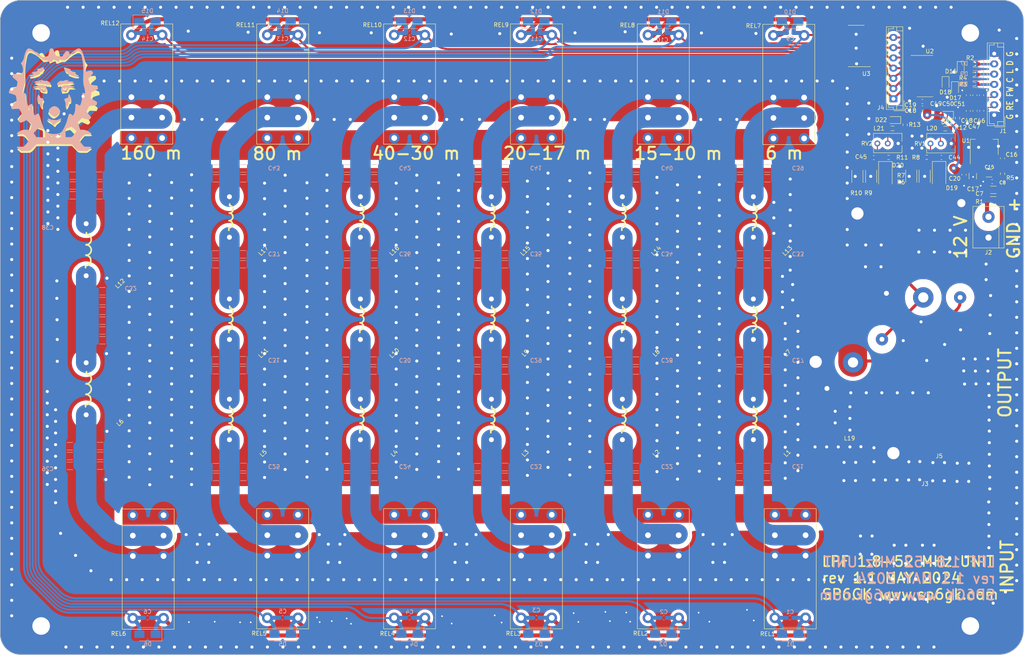
<source format=kicad_pcb>
(kicad_pcb (version 20240108) (generator "pcbnew") (generator_version "8.0")
  (layers (0 "F.Cu" signal) (31 "B.Cu" signal) (34 "B.Paste" user) (35 "F.Paste" user) (36 "B.SilkS" user "B.Silkscreen") (37 "F.SilkS" user "F.Silkscreen") (38 "B.Mask" user) (39 "F.Mask" user) (44 "Edge.Cuts" user))
  (net 0 "")
  (net 1 "+12V")
  (net 2 "/6m_REL")
  (net 3 "/15-10m_REL")
  (net 4 "/20-17m")
  (net 5 "/40-30m_REL")
  (net 6 "/80m_REL")
  (net 7 "/160m_REL")
  (net 8 "GND")
  (net 9 "Net-(U1-VI)")
  (net 10 "+5V")
  (net 11 "Net-(C23-Pad1)")
  (net 12 "Net-(C21-Pad1)")
  (net 13 "Net-(C22-Pad1)")
  (net 14 "Net-(C28-Pad1)")
  (net 15 "Net-(C29-Pad1)")
  (net 16 "Net-(C30-Pad1)")
  (net 17 "Net-(C31-Pad1)")
  (net 18 "Net-(C35-Pad1)")
  (net 19 "Net-(C36-Pad1)")
  (net 20 "Net-(C37-Pad1)")
  (net 21 "Net-(C38-Pad1)")
  (net 22 "Net-(C42-Pad1)")
  (net 23 "Net-(C43-Pad1)")
  (net 24 "/LPF_OUT")
  (net 25 "Net-(C24-Pad1)")
  (net 26 "Net-(C25-Pad1)")
  (net 27 "Net-(C26-Pad1)")
  (net 28 "PWR_FWD")
  (net 29 "PWR_REF")
  (net 30 "Net-(C27-Pad1)")
  (net 31 "/LPF_IN")
  (net 32 "Net-(C32-Pad1)")
  (net 33 "Net-(C33-Pad1)")
  (net 34 "Net-(C34-Pad1)")
  (net 35 "Net-(C39-Pad1)")
  (net 36 "Net-(C40-Pad1)")
  (net 37 "Net-(C41-Pad1)")
  (net 38 "Net-(D19-K)")
  (net 39 "Net-(D20-K)")
  (net 40 "Net-(D16-A1)")
  (net 41 "Net-(D17-A1)")
  (net 42 "Net-(D18-A1)")
  (net 43 "Net-(D19-A)")
  (net 44 "Net-(D20-A)")
  (net 45 "Net-(J2-Pin_2)")
  (net 46 "Net-(J4-Pin_1)")
  (net 47 "Net-(J4-Pin_2)")
  (net 48 "Net-(J4-Pin_3)")
  (net 49 "Net-(J4-Pin_4)")
  (net 50 "Net-(J4-Pin_5)")
  (net 51 "Net-(J4-Pin_6)")
  (net 52 "Net-(J4-Pin_7)")
  (net 53 "Net-(J5-In)")
  (net 54 "Net-(L20-Pad1)")
  (net 55 "Net-(L20-Pad2)")
  (net 56 "Net-(L21-Pad1)")
  (net 57 "Net-(L21-Pad2)")
  (net 61 "SER_DATA")
  (net 62 "Clock")
  (net 63 "Latch")
  (footprint "Package_SO:SO-16_3.9x9.9mm_P1.27mm" (layer "F.Cu") (at 322.58 71.830154)
    (property "Reference" "U2")
    (property "Value" "74AHC595")
  )
  (footprint "LPF_Footprints:Coax_Mount" (layer "F.Cu") (at 331.6064 157.417154 180)
    (property "Reference" "J5")
    (property "Value" "RF output")
  )
  (footprint "Capacitor_SMD:C_0603_1608Metric_Pad1.08x0.95mm_HandSolder" (layer "F.Cu") (at 332.1304 95.934754 -90)
    (property "Reference" "C20")
    (property "Value" "100n")
  )
  (footprint "Resistor_SMD:R_0603_1608Metric_Pad0.98x0.95mm_HandSolder" (layer "F.Cu") (at 323.0157 91.654554 180)
    (property "Reference" "R8")
    (property "Value" "10k")
  )
  (footprint "Capacitor_SMD:C_0603_1608Metric_Pad1.08x0.95mm_HandSolder" (layer "F.Cu") (at 338.9884 97.611154 180)
    (property "Reference" "C8")
    (property "Value" "100n")
  )
  (footprint "LPF_Footprints:RM85_Relay" (layer "F.Cu") (at 227.6564 192.267154 90)
    (property "Reference" "REL3")
    (property "Value" "RM85")
  )
  (footprint "Capacitor_SMD:C_0603_1608Metric_Pad1.08x0.95mm_HandSolder" (layer "F.Cu") (at 336.4484 80.313754 -90)
    (property "Reference" "C46")
    (property "Value" "1u")
  )
  (footprint "LPF_Footprints:T94-Inductor" (layer "F.Cu") (at 280.6564 131.267154 -135)
    (property "Reference" "L7")
    (property "Value" "L")
  )
  (footprint "Resistor_SMD:R_0603_1608Metric_Pad0.98x0.95mm_HandSolder" (layer "F.Cu") (at 334.5161 71.449154 180)
    (property "Reference" "R4")
    (property "Value" "100")
  )
  (footprint "Potentiometer_THT:Potentiometer_Bourns_3266Y_Vertical" (layer "F.Cu") (at 323.9262 88.314754 180)
    (property "Reference" "RV1")
    (property "Value" "10k")
  )
  (footprint "Diode_SMD:D_SOD-323" (layer "F.Cu") (at 331.3018 69.879154 -90)
    (property "Reference" "D16")
    (property "Value" "SD12_SOD323")
  )
  (footprint "LPF_Footprints:T94-Inductor" (layer "F.Cu") (at 216.6564 131.267154 -135)
    (property "Reference" "L9")
    (property "Value" "L")
  )
  (footprint "Capacitor_SMD:C_0603_1608Metric_Pad1.08x0.95mm_HandSolder" (layer "F.Cu") (at 341.5284 91.921554 90)
    (property "Reference" "C16")
    (property "Value" "100n")
  )
  (footprint "LPF_Footprints:T94-Inductor" (layer "F.Cu") (at 152.6564 155.767154 -135)
    (property "Reference" "L5")
    (property "Value" "L")
  )
  (footprint "Diode_SMD:D_SOD-323" (layer "F.Cu") (at 327.6092 73.548754 -90)
    (property "Reference" "D18")
    (property "Value" "SD12_SOD323")
  )
  (footprint "Diode_SMD:D_SMA" (layer "F.Cu") (at 326.0344 96.201154 -90)
    (property "Reference" "D19")
    (property "Value" "Schottky")
  )
  (footprint "LPF_Footprints:RM85_Relay" (layer "F.Cu") (at 227.6564 73.767154 -90)
    (property "Reference" "REL9")
    (property "Value" "RM85")
  )
  (footprint "Diode_SMD:D_SOD-323" (layer "F.Cu") (at 327.9308 81.304354 180)
    (property "Reference" "D21")
    (property "Value" "SD12_SOD323")
  )
  (footprint "LPF_Footprints:T94-Inductor" (layer "F.Cu") (at 184.6564 155.767154 -135)
    (property "Reference" "L4")
    (property "Value" "L")
  )
  (footprint "Connector_JST:JST_EH_B7B-EH-A_1x07_P2.50mm_Vertical" (layer "F.Cu") (at 339.4964 81.340554 90)
    (property "Reference" "J1")
    (property "Value" "Conn_01x07")
  )
  (footprint "Capacitor_SMD:C_0603_1608Metric_Pad1.08x0.95mm_HandSolder" (layer "F.Cu") (at 333.1972 76.503754 90)
    (property "Reference" "C49")
    (property "Value" "1u")
  )
  (footprint "Resistor_SMD:R_0603_1608Metric_Pad0.98x0.95mm_HandSolder" (layer "F.Cu") (at 330.5302 82.091754 -90)
    (property "Reference" "R12")
    (property "Value" "100")
  )
  (footprint "Capacitor_SMD:C_0603_1608Metric_Pad1.08x0.95mm_HandSolder" (layer "F.Cu") (at 321.9474 78.027754 180)
    (property "Reference" "C19")
    (property "Value" "1u")
  )
  (footprint "Capacitor_SMD:C_0603_1608Metric_Pad1.08x0.95mm_HandSolder" (layer "F.Cu") (at 336.3976 76.503754 90)
    (property "Reference" "C51")
    (property "Value" "10n")
  )
  (footprint "Connector_JST:JST_EH_B7B-EH-A_1x07_P2.50mm_Vertical" (layer "F.Cu") (at 314.8632 77.374354 90)
    (property "Reference" "J4")
    (property "Value" "Conn_01x07")
  )
  (footprint "LPF_Footprints:RM85_Relay" (layer "F.Cu") (at 196.6564 73.767154 -90)
    (property "Reference" "REL10")
    (property "Value" "RM85")
  )
  (footprint "LPF_Footprints:RM85_Relay" (layer "F.Cu") (at 258.6564 73.767154 -90)
    (property "Reference" "REL8")
    (property "Value" "RM85")
  )
  (footprint "Diode_SMD:D_SOD-323" (layer "F.Cu") (at 329.9206 74.801954 -90)
    (property "Reference" "D17")
    (property "Value" "SD12_SOD323")
  )
  (footprint "Resistor_SMD:R_1206_3216Metric_Pad1.30x1.75mm_HandSolder" (layer "F.Cu") (at 339.2424 102.183154)
    (property "Reference" "R1")
    (property "Value" "10")
  )
  (footprint "Capacitor_SMD:C_0603_1608Metric_Pad1.08x0.95mm_HandSolder" (layer "F.Cu") (at 326.5932 91.705354)
    (property "Reference" "C44")
    (property "Value" "100n")
  )
  (footprint "Capacitor_SMD:C_1206_3216Metric_Pad1.33x1.80mm_HandSolder" (layer "F.Cu") (at 339.2932 99.643154 180)
    (property "Reference" "C7")
    (property "Value" "10u")
  )
  (footprint "LPF_Footprints:T94-Inductor" (layer "F.Cu") (at 248.6564 155.767154 -135)
    (property "Reference" "L2")
    (property "Value" "L")
  )
  (footprint "Package_TO_SOT_SMD:SOT-223-3_TabPin2" (layer "F.Cu") (at 337.0466 89.177954 90)
    (property "Reference" "U1")
    (property "Value" "AMS1117-5")
  )
  (footprint "Resistor_SMD:R_2010_5025Metric_Pad1.40x2.65mm_HandSolder" (layer "F.Cu") (at 322.5038 96.328154 -90)
    (property "Reference" "R6")
    (property "Value" "100")
  )
  (footprint "Capacitor_SMD:C_0603_1608Metric_Pad1.08x0.95mm_HandSolder" (layer "F.Cu") (at 334.7974 80.313754 -90)
    (property "Reference" "C47")
    (property "Value" "100n")
  )
  (footprint "LPF_Footprints:RM85_Relay" (layer "F.Cu") (at 289.6564 192.267154 90)
    (property "Reference" "REL1")
    (property "Value" "RM85")
  )
  (footprint "Diode_SMD:D_SOD-323" (layer "F.Cu") (at 315.0546 82.574354 180)
    (property "Reference" "D22")
    (property "Value" "SD12_SOD323")
  )
  (footprint "Capacitor_SMD:C_1206_3216Metric" (layer "F.Cu") (at 338.2264 95.579154 180)
    (property "Reference" "C15")
    (property "Value" "10u")
  )
  (footprint "LPF_Footprints:RM85_Relay" (layer "F.Cu") (at 289.306 73.862154 -90)
    (property "Reference" "REL7")
    (property "Value" "RM85")
  )
  (footprint "LPF_Footprints:RM85_Relay" (layer "F.Cu") (at 258.6564 192.267154 90)
    (property "Reference" "REL2")
    (property "Value" "RM85")
  )
  (footprint "LPF_Footprints:T94-Inductor" (layer "F.Cu") (at 216.6564 106.267154 -135)
    (property "Reference" "L15")
    (property "Value" "L")
  )
  (footprint "Inductor_SMD:L_0805_2012Metric_Pad1.05x1.20mm_HandSolder" (layer "F.Cu") (at 327.533 84.657154)
    (property "Reference" "L20")
    (property "Value" "100u")
  )
  (footprint "Capacitor_SMD:C_0603_1608Metric_Pad1.08x0.95mm_HandSolder" (layer "F.Cu") (at 333.1718 80.339154 -90)
    (property "Reference" "C48")
    (property "Value" "10n")
  )
  (footprint "Resistor_SMD:R_0603_1608Metric_Pad0.98x0.95mm_HandSolder" (layer "F.Cu") (at 334.5669 68.883754 180)
    (property "Reference" "R2")
    (property "Value" "100")
  )
  (footprint "LPF_Footprints:RM85_Relay" (layer "F.Cu") (at 132.8074 192.367354 90)
    (property "Reference" "REL6")
    (property "Value" "RM85")
  )
  (footprint "LPF_Footprints:RM85_Relay" (layer "F.Cu") (at 196.6564 192.267154 90)
    (property "Reference" "REL4")
    (property "Value" "RM85")
  )
  (footprint "Resistor_SMD:R_2010_5025Metric_Pad1.40x2.65mm_HandSolder" (layer "F.Cu") (at 306.07 96.341154 90)
    (property "Reference" "R10")
    (property "Value" "100")
  )
  (footprint "Inductor_SMD:L_0805_2012Metric_Pad1.05x1.20mm_HandSolder" (layer "F.Cu") (at 314.6482 84.606354)
    (property "Reference" "L21")
    (property "Value" "100u")
  )
  (footprint "LPF_Footprints:Coax_Mount" (layer "F.Cu") (at 331.5064 180.467154 180)
    (property "Reference" "J3")
    (property "Value" "LFP_IN")
  )
  (footprint "LPF_Footprints:RM85_Relay" (layer "F.Cu") (at 132.461 73.767154 -90)
    (property "Reference" "REL12")
    (property "Value" "RM85")
  )
  (footprint "Diode_SMD:D_SMA" (layer "F.Cu") (at 312.9026 96.214154 -90)
    (property "Reference" "D20")
    (property "Value" "Schottky")
  )
  (footprint "TerminalBlock:TerminalBlock_bornier-2_P5.08mm" (layer "F.Cu") (at 338.0994 111.301754 90)
    (property "Reference" "J2")
    (property "Value" "12V INPUT")
  )
  (footprint "Resistor_SMD:R_0603_1608Metric_Pad0.98x0.95mm_HandSolder" (layer "F.Cu") (at 334.4907 73.735154 180)
    (property "Reference" "R3")
    (property "Value" "100")
  )
  (footprint "LPF_Footprints:T106-Inductor" (layer "F.Cu") (at 117.6564 148.267154 -135)
    (property "Reference" "L6")
    (property "Value" "L")
  )
  (footprint "LPF_Footprints:RM85_Relay" (layer "F.Cu") (at 165.6564 192.267154 90)
    (property "Reference" "REL5")
    (property "Value" "RM85")
  )
  (footprint "Capacitor_SMD:C_0603_1608Metric_Pad1.08x0.95mm_HandSolder" (layer "F.Cu") (at 310.0832 91.743754 180)
    (property "Reference" "C45")
    (property "Value" "100n")
  )
  (footprint "LPF_Footprints:T94-SWR_TRAFO" (layer "F.Cu") (at 312.7756 149.604954 135)
    (property "Reference" "L19")
    (property "Value" "FT82-61 30T 1T-RG213 coax")
  )
  (footprint "Capacitor_SMD:C_1206_3216Metric_Pad1.33x1.80mm_HandSolder" (layer "F.Cu") (at 334.264 96.290354 -90)
    (property "Reference" "C17")
    (property "Value" "10u")
  )
  (footprint "LPF_Footprints:T94-Inductor" (layer "F.Cu") (at 280.6564 155.767154 -135)
    (property "Reference" "L1")
    (property "Value" "L")
  )
  (footprint "LPF_Footprints:T94-Inductor" (layer "F.Cu") (at 248.6564 106.267154 -135)
    (property "Reference" "L14")
    (property "Value" "L")
  )
  (footprint "LPF_Footprints:T94-SWR_TRAFO" (layer "F.Cu") (at 322.1656 114.933954 -90)
    (property "Reference" "L18" (hide yes))
    (property "Value" "FT50-61 30T 1T RG-142 coax" (hide yes))
  )
  (footprint "LPF_Footprints:T94-Inductor" (layer "F.Cu") (at 216.6564 155.767154 -135)
    (property "Reference" "L3")
    (property "Value" "L")
  )
  (footprint "silkscreen_logo" (layer "F.Cu") (at 109.7534 78.053154)
    (property "Reference" "G***" (hide yes))
    (property "Value" "LOGO" (hide yes))
  )
  (footprint "Resistor_SMD:R_2010_5025Metric_Pad1.40x2.65mm_HandSolder" (layer "F.Cu") (at 309.4228 96.341154 90)
    (property "Reference" "R9")
    (property "Value" "100")
  )
  (footprint "Resistor_SMD:R_0603_1608Metric_Pad0.98x0.95mm_HandSolder" (layer "F.Cu") (at 341.5284 95.680754 90)
    (property "Reference" "R5")
    (property "Value" "100")
  )
  (footprint "LPF_Footprints:T94-Inductor" (layer "F.Cu") (at 152.6564 106.267154 -135)
    (property "Reference" "L17")
    (property "Value" "L")
  )
  (footprint "LPF_Footprints:T94-Inductor" (layer "F.Cu") (at 184.6564 106.267154 -135)
    (property "Reference" "L16")
    (property "Value" "L")
  )
  (footprint "Potentiometer_THT:Potentiometer_Bourns_3266Y_Vertical" (layer "F.Cu") (at 310.9468 88.289354 180)
    (property "Reference" "RV2")
    (property "Value" "10k")
  )
  (footprint "LPF_Footprints:T94-Inductor" (layer "F.Cu") (at 152.6564 131.267154 -135)
    (property "Reference" "L11")
    (property "Value" "L")
  )
  (footprint "Capacitor_SMD:C_0603_1608Metric_Pad1.08x0.95mm_HandSolder" (layer "F.Cu") (at 321.9728 79.627954 180)
    (property "Reference" "C18")
    (property "Value" "100n")
  )
  (footprint "Resistor_SMD:R_0603_1608Metric_Pad0.98x0.95mm_HandSolder" (layer "F.Cu") (at 317.7286 83.742754 -90)
    (property "Reference" "R13")
    (property "Value" "100")
  )
  (footprint "LPF_Footprints:RM85_Relay" (layer "F.Cu") (at 165.6564 73.767154 -90)
    (property "Reference" "REL11")
    (property "Value" "RM85")
  )
  (footprint "Capacitor_SMD:C_0603_1608Metric_Pad1.08x0.95mm_HandSolder" (layer "F.Cu") (at 334.772 76.503754 90)
    (property "Reference" "C50")
    (property "Value" "100n")
  )
  (footprint "LPF_Footprints:T94-Inductor" (layer "F.Cu") (at 280.6564 106.267154 -135)
    (property "Reference" "L13")
    (property "Value" "L")
  )
  (footprint "LPF_Footprints:T94-Inductor" (layer "F.Cu") (at 184.6564 131.267154 -135)
    (property "Reference" "L10")
    (property "Value" "L")
  )
  (footprint "LPF_Footprints:T94-Inductor" (layer "F.Cu") (at 248.6564 131.267154 -135)
    (property "Reference" "L8")
    (property "Value" "L")
  )
  (footprint "Resistor_SMD:R_0603_1608Metric_Pad0.98x0.95mm_HandSolder" (layer "F.Cu") (at 313.69 91.692954)
    (property "Reference" "R11")
    (property "Value" "10k")
  )
  (footprint "Package_SO:SO-16_3.9x9.9mm_P1.27mm" (layer "F.Cu") (at 305.7906 64.464154 180)
    (property "Reference" "U3")
    (property "Value" "ULN2003")
  )
  (footprint "Resistor_SMD:R_2010_5025Metric_Pad1.40x2.65mm_HandSolder" (layer "F.Cu") (at 319.2272 96.264954 -90)
    (property "Reference" "R7")
    (property "Value" "100")
  )
  (footprint "LPF_Footprints:T106-Inductor" (layer "F.Cu") (at 117.6564 114.267154 -135)
    (property "Reference" "L12")
    (property "Value" "L")
  )
  (footprint "LPF_Footprints:6x1206" (layer "B.Cu") (at 119.1564 123.267154)
    (property "Reference" "C32")
    (property "Value" "C_Small")
  )
  (footprint "LPF_Footprints:4x1206_2" (layer "B.Cu") (at 152.6564 166.267154)
    (property "Reference" "C25")
    (property "Value" "834p")
  )
  (footprint "LPF_Footprints:4x1206_2" (layer "B.Cu") (at 152.6564 93.267154)
    (property "Reference" "C43")
    (property "Value" "834p" (hide yes))
  )
  (footprint "LPF_Footprints:4x1206_2" (layer "B.Cu") (at 248.6564 166.267154)
    (property "Reference" "C22")
    (property "Value" "123p" (hide yes))
  )
  (footprint "Diode_SMD:D_SMA" (layer "B.Cu") (at 132.6108 58.545954)
    (property "Reference" "D15")
    (property "Value" "1N4007")
  )
  (footprint "LPF_Footprints:6x1206" (layer "B.Cu") (at 117.6564 109.267154 180)
    (property "Reference" "C38")
    (property "Value" "C_Small")
  )
  (footprint "LPF_Footprints:4x1206_2" (layer "B.Cu") (at 280.6564 166.267154)
    (property "Reference" "C21")
    (property "Value" "71p" (hide yes))
  )
  (footprint "Diode_SMD:D_SMA" (layer "B.Cu") (at 132.6564 208.267154 180)
    (property "Reference" "D6")
    (property "Value" "1N4007")
  )
  (footprint "LPF_Footprints:4x1206_2" (layer "B.Cu") (at 152.6564 140.267154)
    (property "Reference" "C31")
    (property "Value" "834p" (hide yes))
  )
  (footprint "Diode_SMD:D_SOD-323" (layer "B.Cu") (at 335.281 73.790754 180)
    (property "Reference" "D8")
    (property "Value" "SD12_SOD323")
  )
  (footprint "Capacitor_SMD:C_0603_1608Metric_Pad1.08x0.95mm_HandSolder" (layer "B.Cu") (at 132.6564 204.267154 180)
    (property "Reference" "C6")
    (property "Value" "100n")
  )
  (footprint "Diode_SMD:D_SMA" (layer "B.Cu") (at 227.6108 58.545954)
    (property "Reference" "D12")
    (property "Value" "1N4007")
  )
  (footprint "LPF_Footprints:4x1206_2" (layer "B.Cu") (at 248.6564 140.267154)
    (property "Reference" "C28")
    (property "Value" "218p" (hide yes))
  )
  (footprint "LPF_Footprints:4x1206_2" (layer "B.Cu") (at 280.6564 140.267154)
    (property "Reference" "C27")
    (property "Value" "127p" (hide yes))
  )
  (footprint "LPF_Footprints:4x1206_2" (layer "B.Cu") (at 184.6564 140.267154)
    (property "Reference" "C30")
    (property "Value" "635p")
  )
  (footprint "Capacitor_SMD:C_0603_1608Metric_Pad1.08x0.95mm_HandSolder" (layer "B.Cu") (at 258.6564 61.267154)
    (property "Reference" "C10")
    (property "Value" "100n")
  )
  (footprint "LPF_Footprints:4x1206_2" (layer "B.Cu") (at 216.6564 140.267154)
    (property "Reference" "C29")
    (property "Value" "360p" (hide yes))
  )
  (footprint "silkscreen_logo" (layer "B.Cu") (at 109.981999 77.586621 180)
    (property "Reference" "G***" (hide yes))
    (property "Value" "LOGO" (hide yes))
  )
  (footprint "LPF_Footprints:4x1206_2" (layer "B.Cu") (at 216.6564 93.267154)
    (property "Reference" "C41")
    (property "Value" "203p" (hide yes))
  )
  (footprint "Diode_SMD:D_SMA" (layer "B.Cu") (at 258.6564 208.267154 180)
    (property "Reference" "D2")
    (property "Value" "1N4007")
  )
  (footprint "LPF_Footprints:4x1206_2" (layer "B.Cu") (at 184.6564 93.267154)
    (property "Reference" "C42")
    (property "Value" "357p" (hide yes))
  )
  (footprint "LPF_Footprints:4x1206_2" (layer "B.Cu") (at 216.6564 114.267154)
    (property "Reference" "C35")
    (property "Value" "360p")
  )
  (footprint "Capacitor_SMD:C_0603_1608Metric_Pad1.08x0.95mm_HandSolder" (layer "B.Cu") (at 227.6348 204.267154 180)
    (property "Reference" "C3")
    (property "Value" "100n")
  )
  (footprint "Diode_SMD:D_SOD-323" (layer "B.Cu") (at 335.3318 71.326954 180)
    (property "Reference" "D9")
    (property "Value" "SD12_SOD323")
  )
  (footprint "LPF_Footprints:4x1206_2" (layer "B.Cu") (at 184.6564 166.267154)
    (property "Reference" "C24")
    (property "Value" "357p")
  )
  (footprint "LPF_Footprints:6x1206" (layer "B.Cu") (at 117.6564 168.267154 180)
    (property "Reference" "C26")
    (property "Value" "C_Small")
  )
  (footprint "Diode_SMD:D_SMA" (layer "B.Cu") (at 196.6108 58.545954)
    (property "Reference" "D13")
    (property "Value" "1N4007")
  )
  (footprint "Diode_SMD:D_SMA" (layer "B.Cu") (at 165.6108 58.545954)
    (property "Reference" "D14")
    (property "Value" "1N4007")
  )
  (footprint "Diode_SMD:D_SMA" (layer "B.Cu") (at 289.6616 208.267154 180)
    (property "Reference" "D1")
    (property "Value" "1N4007")
  )
  (footprint "Capacitor_SMD:C_0603_1608Metric_Pad1.08x0.95mm_HandSolder" (layer "B.Cu") (at 165.6564 61.267154)
    (property "Reference" "C13")
    (property "Value" "100n")
  )
  (footprint "Diode_SMD:D_SMA" (layer "B.Cu") (at 165.6564 208.267154 180)
    (property "Reference" "D5")
    (property "Value" "1N4007")
  )
  (footprint "Capacitor_SMD:C_0603_1608Metric_Pad1.08x0.95mm_HandSolder" (layer "B.Cu") (at 289.6108 204.267154 180)
    (property "Reference" "C1")
    (property "Value" "100n")
  )
  (footprint "Capacitor_SMD:C_0603_1608Metric_Pad1.08x0.95mm_HandSolder" (layer "B.Cu") (at 196.6564 204.267154 180)
    (property "Reference" "C4")
    (property "Value" "100n")
  )
  (footprint "Diode_SMD:D_SMA" (layer "B.Cu") (at 227.6564 208.267154 180)
    (property "Reference" "D3")
    (property "Value" "1N4007")
  )
  (footprint "LPF_Footprints:4x1206_2" (layer "B.Cu") (at 280.6564 114.267154)
    (property "Reference" "C33")
    (property "Value" "127p" (hide yes))
  )
  (footprint "Capacitor_SMD:C_0603_1608Metric_Pad1.08x0.95mm_HandSolder" (layer "B.Cu") (at 258.7752 204.267154 180)
    (property "Reference" "C2")
    (property "Value" "100n")
  )
  (footprint "Diode_SMD:D_SMA" (layer "B.Cu") (at 196.6564 208.267154 180)
    (property "Reference" "D4")
    (property "Value" "1N4007")
  )
  (footprint "LPF_Footprints:4x1206_2" (layer "B.Cu") (at 280.6564 93.267154)
    (property "Reference" "C39")
    (property "Value" "71p" (hide yes))
  )
  (footprint "LPF_Footprints:4x1206_2" (layer "B.Cu") (at 248.6564 93.267154)
    (property "Reference" "C40")
    (property "Value" "123p" (hide yes))
  )
  (footprint "LPF_Footprints:4x1206_2" (layer "B.Cu") (at 184.6564 114.267154)
    (property "Reference" "C36")
    (property "Value" "635p")
  )
  (footprint "Diode_SMD:D_SMA" (layer "B.Cu") (at 258.6108 58.545954)
    (property "Reference" "D11")
    (property "Value" "1N4007")
  )
  (footprint "LPF_Footprints:4x1206_2" (layer "B.Cu") (at 248.6564 114.267154)
    (property "Reference" "C34")
    (property "Value" "218p")
  )
  (footprint "Diode_SMD:D_SMA" (layer "B.Cu") (at 289.6108 58.545954)
    (property "Reference" "D10")
    (property "Value" "1N4007")
  )
  (footprint "Capacitor_SMD:C_0603_1608Metric_Pad1.08x0.95mm_HandSolder" (layer "B.Cu") (at 227.6564 61.267154)
    (property "Reference" "C11")
    (property "Value" "100n")
  )
  (footprint "LPF_Footprints:4x1206_2" (layer "B.Cu") (at 152.6564 114.267154)
    (property "Reference" "C37")
    (property "Value" "834p")
  )
  (footprint "Capacitor_SMD:C_0603_1608Metric_Pad1.08x0.95mm_HandSolder" (layer "B.Cu") (at 289.6564 61.267154)
    (property "Reference" "C9")
    (property "Value" "100n")
  )
  (footprint "Capacitor_SMD:C_0603_1608Metric_Pad1.08x0.95mm_HandSolder" (layer "B.Cu") (at 132.6564 61.267154)
    (property "Reference" "C14")
    (property "Value" "100n")
  )
  (footprint "LPF_Footprints:4x1206_2" (layer "B.Cu") (at 216.6564 166.267154)
    (property "Reference" "C23")
    (property "Value" "203p" (hide yes))
  )
  (footprint "Diode_SMD:D_SOD-323" (layer "B.Cu") (at 335.3572 68.863154 180)
    (property "Reference" "D7")
    (property "Value" "SD12_SOD323")
  )
  (footprint "Capacitor_SMD:C_0603_1608Metric_Pad1.08x0.95mm_HandSolder" (layer "B.Cu") (at 165.6564 204.267154 180)
    (property "Reference" "C5")
    (property "Value" "100n")
  )
  (footprint "Capacitor_SMD:C_0603_1608Metric_Pad1.08x0.95mm_HandSolder" (layer "B.Cu") (at 196.6564 61.267154)
    (property "Reference" "C12")
    (property "Value" "100n")
  )
  (gr_arc (start 101.6564 213.267154) (mid 98.120866 211.802688) (end 96.6564 208.267154) (stroke (width 0.1)) (layer "Edge.Cuts"))
  (gr_arc (start 346.6564 207.267154) (mid 344.899041 211.509795) (end 340.6564 213.267154) (stroke (width 0.1)) (layer "Edge.Cuts"))
  (gr_line (start 340.6564 213.267154) (end 101.6564 213.267154) (stroke (width 0.1)) (layer "Edge.Cuts"))
  (gr_line (start 96.6564 208.267154) (end 96.6564 58.267154) (stroke (width 0.1)) (layer "Edge.Cuts"))
  (gr_line (start 346.6564 58.267154) (end 346.6564 207.267154) (stroke (width 0.1)) (layer "Edge.Cuts"))
  (gr_line (start 101.6564 53.267154) (end 341.6564 53.267154) (stroke (width 0.1)) (layer "Edge.Cuts"))
  (gr_arc (start 96.6564 58.267154) (mid 98.120866 54.73162) (end 101.6564 53.267154) (stroke (width 0.1)) (layer "Edge.Cuts"))
  (gr_arc (start 341.6564 53.267154) (mid 345.191934 54.73162) (end 346.6564 58.267154) (stroke (width 0.1)) (layer "Edge.Cuts"))
  (gr_text "LPF 1.8-52 MHz UNIT\nrev 1.1 MAY 2024\nSP6GK www.sp6gk.com" (at 340.0806 200.150954 0) (layer "B.SilkS") (effects (font (size 2.5 2.5) (thickness 0.4)) (justify left bottom mirror)))
  (gr_text "G RE FW C L D G" (at 344.2208 82.574354 90) (layer "F.SilkS") (effects (font (size 1.5 1.25) (thickness 0.25) (bold yes)) (justify left bottom)))
  (gr_text "40-30 m\n" (at 187.198 92.454954 0) (layer "F.SilkS") (effects (font (size 3 3) (thickness 0.5) (bold yes)) (justify left bottom)))
  (gr_text "OUTPUT\n" (at 343.8564 155.667154 90) (layer "F.SilkS") (effects (font (size 3 3) (thickness 0.5) (bold yes)) (justify left bottom)))
  (gr_text "80 m\n" (at 158.0642 92.556554 0) (layer "F.SilkS") (effects (font (size 3 3) (thickness 0.5) (bold yes)) (justify left bottom)))
  (gr_text "15-10 m\n" (at 251.2568 92.505754 0) (layer "F.SilkS") (effects (font (size 3 3) (thickness 0.5) (bold yes)) (justify left bottom)))
  (gr_text "6 m\n" (at 283.2862 92.404154 0) (layer "F.SilkS") (effects (font (size 3 3) (thickness 0.5) (bold yes)) (justify left bottom)))
  (gr_text "12 V" (at 333.0448 116.84 90) (layer "F.SilkS") (effects (font (size 3 3) (thickness 0.5) (bold yes)) (justify left bottom)))
  (gr_text "160 m\n" (at 125.8062 92.404154 0) (layer "F.SilkS") (effects (font (size 3 3) (thickness 0.5) (bold yes)) (justify left bottom)))
  (gr_text "GND +\n" (at 345.9988 116.889754 90) (layer "F.SilkS") (effects (font (size 3 3) (thickness 0.5) (bold yes)) (justify left bottom)))
  (gr_text "LPF 1.8-52 MHz UNIT\nrev 1.1 MAY 2024\nSP6GK www.sp6gk.com" (at 297.1546 199.998554 0) (layer "F.SilkS") (effects (font (size 2.5 2.5) (thickness 0.4)) (justify left bottom)))
  (gr_text "20-17 m\n" (at 219.2274 92.454954 0) (layer "F.SilkS") (effects (font (size 3 3) (thickness 0.5) (bold yes)) (justify left bottom)))
  (gr_text "INPUT" (at 344.4064 198.567154 90) (layer "F.SilkS") (effects (font (size 3 3) (thickness 0.5) (bold yes)) (justify left bottom)))
  (segment (start 337.337399 65.378553) (end 337.498206 65.217747) (width 1) (layer "F.Cu") (net 1))
  (segment (start 131.143407 59.530146) (end 128.9064 61.767154) (width 1) (layer "F.Cu") (net 1))
  (segment (start 168.7846 204.546754) (end 172.8454 208.607554) (width 1) (layer "F.Cu") (net 1))
  (segment (start 260.2214 57.937954) (end 256.1606 61.998754) (width 1) (layer "F.Cu") (net 1))
  (segment (start 334.087385 66.724754) (end 331.793563 66.724754) (width 1) (layer "F.Cu") (net 1))
  (segment (start 200.50954 204.750294) (end 204.2906 208.531354) (width 1) (layer "F.Cu") (net 1))
  (segment (start 319.056036 208.583754) (end 142.976963 208.583754) (width 1) (layer "F.Cu") (net 1))
  (segment (start 286.687369 61.767154) (end 285.9064 61.767154) (width 1) (layer "F.Cu") (net 1))
  (segment (start 262.4088 204.267154) (end 266.7492 208.607554) (width 1) (layer "F.Cu") (net 1))
  (segment (start 228.6238 57.937954) (end 224.563 61.998754) (width 1) (layer "F.Cu") (net 1))
  (segment (start 139.129207 206.989961) (end 136.4064 204.267154) (width 1) (layer "F.Cu") (net 1))
  (segment (start 197.0008 57.963354) (end 192.94 62.024154) (width 1) (layer "F.Cu") (net 1))
  (segment (start 322.903792 206.989961) (end 339.782207 190.111546) (width 1) (layer "F.Cu") (net 1))
  (segment (start 318.497236 57.936354) (end 292.47071 57.936354) (width 1) (layer "F.Cu") (net 1))
  (segment (start 134.991163 57.936354) (end 288.955994 57.936354) (width 1) (layer "F.Cu") (net 1))
  (segment (start 299.660037 57.936354) (end 293.553101 57.936354) (width 0.75) (layer "F.Cu") (net 1))
  (segment (start 341.349233 64.032354) (end 340.36 64.032354) (width 1) (layer "F.Cu") (net 1))
  (segment (start 302.1742 58.977754) (end 303.2156 60.019154) (width 0.75) (layer "F.Cu") (net 1))
  (segment (start 231.9544 204.902354) (end 235.6358 208.583754) (width 1) (layer "F.Cu") (net 1))
  (segment (start 327.945807 65.130961) (end 322.344992 59.530146) (width 1) (layer "F.Cu") (net 1))
  (segment (start 293.4222 204.267154) (end 297.7388 208.583754) (width 1) (layer "F.Cu") (net 1))
  (segment (start 341.376 99.136254) (end 341.376 186.26379) (width 1) (layer "F.Cu") (net 1))
  (segment (start 288.020566 61.214925) (end 290.153686 59.081805) (width 1) (layer "F.Cu") (net 1))
  (segment (start 165.2762 57.963354) (end 161.2154 62.024154) (width 1) (layer "F.Cu") (net 1))
  (segment (start 288.955994 57.936354) (end 292.47071 57.936354) (width 1) (layer "F.Cu") (net 1))
  (segment (start 340.49915 97.611154) (end 339.8509 97.611154) (width 1) (layer "F.Cu") (net 1))
  (segment (start 161.3186 61.946354) (end 161.2576 61.946354) (width 1) (layer "F.Cu") (net 1))
  (segment (start 343.0082 65.69132) (end 343.0082 94.434569) (width 1) (layer "F.Cu") (net 1))
  (segment (start 200.4445 204.723354) (end 200.4064 204.723354) (width 1) (layer "F.Cu") (net 1))
  (segment (start 341.605781 97.152772) (end 342.0778 96.680754) (width 1) (layer "F.Cu") (net 1))
  (segment (start 341.376 99.136254) (end 339.8509 97.611154) (width 1) (layer "F.Cu") (net 1))
  (arc (start 342.5223 64.518254) (mid 342.881918 65.056461) (end 343.0082 65.69132) (width 1) (layer "F.Cu") (net 1))
  (arc (start 292.47071 57.936354) (mid 293.011905 57.936354) (end 293.553101 57.936354) (width 1) (layer "F.Cu") (net 1))
  (arc (start 341.376 186.26379) (mid 340.961786 188.34618) (end 339.782207 190.111546) (width 1) (layer "F.Cu") (net 1))
  (arc (start 293.553101 57.936354) (mid 291.58723 58.234047) (end 290.153686 59.081805) (width 0.75) (layer "F.Cu") (net 1))
  (arc (start 341.605781 97.152772) (mid 341.098054 97.492024) (end 340.49915 97.611154) (width 1) (layer "F.Cu") (net 1))
  (arc (start 134.991163 57.936354) (mid 132.908772 58.350567) (end 131.143407 59.530146) (width 1) (layer "F.Cu") (net 1))
  (arc (start 327.945807 65.130961) (mid 329.711172 66.31054) (end 331.793563 66.724754) (width 1) (layer "F.Cu") (net 1))
  (arc (start 342.5223 64.518254) (mid 341.984092 64.158635) (end 341.349233 64.032354) (width 1) (layer "F.Cu") (net 1))
  (arc (start 302.1742 58.977754) (mid 301.020692 58.207005) (end 299.660037 57.936354) (width 0.75) (layer "F.Cu") (net 1))
  (arc (start 200.50954 204.750294) (mid 200.479699 204.730355) (end 200.4445 204.723354) (width 1) (layer "F.Cu") (net 1))
  (arc (start 290.153686 59.081805) (mid 290.037607 58.350567) (end 288.955994 57.936354) (width 1) (layer "F.Cu") (net 1))
  (arc (start 139.129207 206.989961) (mid 140.894572 208.16954) (end 142.976963 208.583754) (width 1) (layer "F.Cu") (net 1))
  (arc (start 322.344992 59.530146) (mid 320.579626 58.350567) (end 318.497236 57.936354) (width 1) (layer "F.Cu") (net 1))
  (arc (start 288.020566 61.214925) (mid 287.40889 61.623634) (end 286.687369 61.767154) (width 1) (layer "F.Cu") (net 1))
  (arc (start 340.36 64.032354) (mid 338.811208 64.340427) (end 337.498206 65.217747) (width 1) (layer "F.Cu") (net 1))
  (arc (start 322.903792 206.989961) (mid 321.138426 208.16954) (end 319.056036 208.583754) (width 1) (layer "F.Cu") (net 1))
  (arc (start 337.337399 65.378553) (mid 335.84628 66.374887) (end 334.087385 66.724754) (width 1) (layer "F.Cu") (net 1))
  (arc (start 343.0082 94.434569) (mid 342.766396 95.650195) (end 342.0778 96.680754) (width 1) (layer "F.Cu") (net 1))
  (segment (start 131.7939 61.267154) (end 131.7939 60.208987) (width 1) (layer "B.Cu") (net 1))
  (segment (start 288.7939 60.208987) (end 288.7939 61.267154) (width 1) (layer "B.Cu") (net 1))
  (segment (start 136.4064 204.267154) (end 133.5189 204.267154) (width 1) (layer "B.Cu") (net 1))
  (segment (start 129.1564 61.517154) (end 128.9064 61.767154) (width 1) (layer "B.Cu") (net 1))
  (segment (start 257.7939 60.208987) (end 257.7939 61.267154) (width 1) (layer "B.Cu") (net 1))
  (segment (start 229.6564 207.142154) (end 229.6564 208.267154) (width 1) (layer "B.Cu") (net 1))
  (segment (start 226.22515 58.835904) (end 225.6564 58.267154) (width 1) (layer "B.Cu") (net 1))
  (segment (start 168.168963 204.267154) (end 166.5189 204.267154) (width 1) (layer "B.Cu") (net 1))
  (segment (start 134.6564 207.142154) (end 134.6564 208.267154) (width 1) (layer "B.Cu") (net 1))
  (segment (start 292.533999 205.139553) (end 292.458933 205.21462) (width 1) (layer "B.Cu") (net 1))
  (segment (start 230.531399 205.142153) (end 230.451895 205.221658) (width 1) (layer "B.Cu") (net 1))
  (segment (start 195.7939 60.208987) (end 195.7939 61.267154) (width 1) (layer "B.Cu") (net 1))
  (segment (start 164.7939 61.267154) (end 162.759953 61.267154) (width 1) (layer "B.Cu") (net 1))
  (segment (start 193.1564 61.517154) (end 192.9064 61.767154) (width 1) (layer "B.Cu") (net 1))
  (segment (start 135.451895 205.221658) (end 136.4064 204.267154) (width 1) (layer "B.Cu") (net 1))
  (segment (start 291.6616 207.139554) (end 291.6616 208.267154) (width 1) (layer "B.Cu") (net 1))
  (segment (start 131.22515 58.835904) (end 130.6564 58.267154) (width 1) (layer "B.Cu") (net 1))
  (segment (start 292.17264 204.267154) (end 290.4733 204.267154) (width 1) (layer "B.Cu") (net 1))
  (segment (start 199.531399 205.142153) (end 199.451895 205.221658) (width 1) (layer "B.Cu") (net 1))
  (segment (start 167.6564 207.142154) (end 167.6564 208.267154) (width 1) (layer "B.Cu") (net 1))
  (segment (start 224.1564 61.517154) (end 223.9064 61.767154) (width 1) (layer "B.Cu") (net 1))
  (segment (start 286.1564 61.517154) (end 285.9064 61.767154) (width 1) (layer "B.Cu") (net 1))
  (segment (start 164.22515 58.835904) (end 163.6564 58.267154) (width 1) (layer "B.Cu") (net 1))
  (segment (start 257.22515 58.835904) (end 256.6564 58.267154) (width 1) (layer "B.Cu") (net 1))
  (segment (start 195.7939 61.267154) (end 193.759953 61.267154) (width 1) (layer "B.Cu") (net 1))
  (segment (start 164.7939 60.208987) (end 164.7939 61.267154) (width 1) (layer "B.Cu") (net 1))
  (segment (start 224.759953 61.267154) (end 226.7939 61.267154) (width 1) (layer "B.Cu") (net 1))
  (segment (start 286.759953 61.267154) (end 288.7939 61.267154) (width 1) (layer "B.Cu") (net 1))
  (segment (start 288.22515 58.835904) (end 287.6564 58.267154) (width 1) (layer "B.Cu") (net 1))
  (segment (start 260.6564 207.142154) (end 260.6564 208.267154) (width 1) (layer "B.Cu") (net 1))
  (segment (start 261.531399 205.142153) (end 261.451895 205.221658) (width 1) (layer "B.Cu") (net 1))
  (segment (start 199.168963 204.267154) (end 197.5189 204.267154) (width 1) (layer "B.Cu") (net 1))
  (segment (start 226.7939 60.208987) (end 226.7939 61.267154) (width 1) (layer "B.Cu") (net 1))
  (segment (start 261.168963 204.267154) (end 259.6377 204.267154) (width 1) (layer "B.Cu") (net 1))
  (segment (start 195.22515 58.835904) (end 194.6564 58.267154) (width 1) (layer "B.Cu") (net 1))
  (segment (start 162.1564 61.517154) (end 161.9064 61.767154) (width 1) (layer "B.Cu") (net 1))
  (segment (start 255.1564 61.517154) (end 254.9064 61.767154) (width 1) (layer "B.Cu") (net 1))
  (segment (start 230.168963 204.267154) (end 228.4973 204.267154) (width 1) (layer "B.Cu") (net 1))
  (segment (start 129.759953 61.267154) (end 131.7939 61.267154) (width 1) (layer "B.Cu") (net 1))
  (segment (start 255.759953 61.267154) (end 257.7939 61.267154) (width 1) (layer "B.Cu") (net 1))
  (segment (start 198.6564 207.142154) (end 198.6564 208.267154) (width 1) (layer "B.Cu") (net 1))
  (segment (start 168.531399 205.142153) (end 168.451895 205.221658) (width 1) (layer "B.Cu") (net 1))
  (arc (start 226.22515 58.835904) (mid 226.646086 59.46588) (end 226.7939 60.208987) (width 1) (layer "B.Cu") (net 1))
  (arc (start 162.759953 61.267154) (mid 162.433312 61.332126) (end 162.1564 61.517154) (width 1) (layer "B.Cu") (net 1))
  (arc (start 193.759953 61.267154) (mid 193.433312 61.332126) (end 193.1564 61.517154) (width 1) (layer "B.Cu") (net 1))
  (arc (start 168.531399 205.142153) (mid 168.642509 204.583567) (end 168.168963 204.267154) (width 1) (layer "B.Cu") (net 1))
  (arc (start 168.451895 205.221658) (mid 167.863142 206.102789) (end 167.6564 207.142154) (width 1) (layer "B.Cu") (net 1))
  (arc (start 255.759953 61.267154) (mid 255.433312 61.332126) (end 255.1564 61.517154) (width 1) (layer "B.Cu") (net 1))
  (arc (start 286.759953 61.267154) (mid 286.433312 61.332126) (end 286.1564 61.517154) (width 1) (layer "B.Cu") (net 1))
  (arc (start 199.531399 205.142153) (mid 199.642509 204.583567) (end 199.168963 204.267154) (width 1) (layer "B.Cu") (net 1))
  (arc (start 261.451895 205.221658) (mid 260.863142 206.102789) (end 260.6564 207.142154) (width 1) (layer "B.Cu") (net 1))
  (arc (start 230.531399 205.142153) (mid 230.642509 204.583567) (end 230.168963 204.267154) (width 1) (layer "B.Cu") (net 1))
  (arc (start 257.22515 58.835904) (mid 257.646086 59.46588) (end 257.7939 60.208987) (width 1) (layer "B.Cu") (net 1))
  (arc (start 292.533999 205.139553) (mid 292.644779 204.582627) (end 292.17264 204.267154) (width 1) (layer "B.Cu") (net 1))
  (arc (start 288.22515 58.835904) (mid 288.646086 59.46588) (end 288.7939 60.208987) (width 1) (layer "B.Cu") (net 1))
  (arc (start 129.759953 61.267154) (mid 129.433312 61.332126) (end 129.1564 61.517154) (width 1) (layer "B.Cu") (net 1))
  (arc (start 199.451895 205.221658) (mid 198.863142 206.102789) (end 198.6564 207.142154) (width 1) (layer "B.Cu") (net 1))
  (arc (start 224.759953 61.267154) (mid 224.433312 61.332126) (end 224.1564 61.517154) (width 1) (layer "B.Cu") (net 1))
  (arc (start 131.22515 58.835904) (mid 131.646086 59.46588) (end 131.7939 60.208987) (width 1) (layer "B.Cu") (net 1))
  (arc (start 195.22515 58.835904) (mid 195.646086 59.46588) (end 195.7939 60.208987) (width 1) (layer "B.Cu") (net 1))
  (arc (start 230.451895 205.221658) (mid 229.863142 206.102789) (end 229.6564 207.142154) (width 1) (layer "B.Cu") (net 1))
  (arc (start 164.22515 58.835904) (mid 164.646086 59.46588) (end 164.7939 60.208987) (width 1) (layer "B.Cu") (net 1))
  (arc (start 135.451895 205.221658) (mid 134.863142 206.102789) (end 134.6564 207.142154) (width 1) (layer "B.Cu") (net 1))
  (arc (start 261.531399 205.142153) (mid 261.642509 204.583567) (end 261.168963 204.267154) (width 1) (layer "B.Cu") (net 1))
  (arc (start 292.458933 205.21462) (mid 291.86882 206.097787) (end 291.6616 207.139554) (width 1) (layer "B.Cu") (net 1))
  (segment (start 295.370771 61.767154) (end 293.4064 61.767154) (width 0.5) (layer "F.Cu") (net 2))
  (segment (start 297.282828 62.559154) (end 303.2156 62.559154) (width 0.5) (layer "F.Cu") (net 2))
  (arc (start 296.3268 62.163154) (mid 295.88817 61.870071) (end 295.370771 61.767154) (width 0.5) (layer "F.Cu") (net 2))
  (arc (start 296.3268 62.163154) (mid 296.765429 62.456236) (end 297.282828 62.559154) (width 0.5) (layer "F.Cu") (net 2))
  (segment (start 107.593992 72.92211) (end 109.662757 70.853346) (width 0.5) (layer "B.Cu") (net 2))
  (segment (start 291.08765 58.835904) (end 291.6564 58.267154) (width 1) (layer "B.Cu") (net 2))
  (segment (start 286.470105 204.830859) (end 286.867943 205.228697) (width 1) (layer "B.Cu") (net 2))
  (segment (start 290.5189 61.267154) (end 292.552846 61.267154) (width 1) (layer "B.Cu") (net 2))
  (segment (start 127.036903 69.259554) (end 113.510513 69.259554) (width 0.5) (layer "B.Cu") (net 2))
  (segment (start 286.7036 204.267154) (end 288.7483 204.267154) (width 1) (layer "B.Cu") (net 2))
  (segment (start 229.23735 67.148354) (end 132.133794 67.148354) (width 0.5) (layer "B.Cu") (net 2))
  (segment (start 106.0002 76.769867) (end 106.0002 190.30839) (width 0.5) (layer "B.Cu") (net 2))
  (segment (start 293.1564 61.517154) (end 293.4064 61.767154) (width 1) (layer "B.Cu") (net 2))
  (segment (start 290.5189 60.208987) (end 290.5189 61.267154) (width 1) (layer "B.Cu") (net 2))
  (segment (start 111.334607 197.896761) (end 107.593992 194.156146) (width 0.5) (layer "B.Cu") (net 2))
  (segment (start 115.182363 199.490554) (end 280.474044 199.490554) (width 0.5) (layer "B.Cu") (net 2))
  (segment (start 291.109392 64.064161) (end 293.660631 61.512923) (width 0.5) (layer "B.Cu") (net 2))
  (segment (start 287.6616 207.144754) (end 287.6616 208.267154) (width 1) (layer "B.Cu") (net 2))
  (segment (start 232.835496 65.657954) (end 287.261636 65.657954) (width 0.5) (layer "B.Cu") (net 2))
  (segment (start 285.342694 202.109048) (end 284.3153 201.081654) (width 0.5) (layer "B.Cu") (net 2))
  (arc (start 293.1564 61.517154) (mid 292.879487 61.332126) (end 292.552846 61.267154) (width 1) (layer "B.Cu") (net 2))
  (arc (start 232.835496 65.657954) (mid 231.861844 65.851625) (end 231.036423 66.403154) (width 0.5) (layer "B.Cu") (net 2))
  (arc (start 284.3153 201.081654) (mid 282.552916 199.904067) (end 280.474044 199.490554) (width 0.5) (layer "B.Cu") (net 2))
  (arc (start 231.036423 66.403154) (mid 230.211001 66.954682) (end 229.23735 67.148354) (width 0.5) (layer "B.Cu") (net 2))
  (arc (start 286.7036 204.267154) (mid 286.398524 204.470998) (end 286.470105 204.830859) (width 1) (layer "B.Cu") (net 2))
  (arc (start 286.470105 204.830859) (mid 286.052902 204.20647) (end 285.9064 203.469954) (width 1) (layer "B.Cu") (net 2))
  (arc (start 111.334607 197.896761) (mid 113.099972 199.07634) (end 115.182363 199.490554) (width 0.5) (layer "B.Cu") (net 2))
  (arc (start 132.133794 67.148354) (mid 130.754585 67.422695) (end 129.585349 68.203954) (width 0.5) (layer "B.Cu") (net 2))
  (arc (start 129.585349 68.203954) (mid 128.416111 68.985212) (end 127.036903 69.259554) (width 0.5) (layer "B.Cu") (net 2))
  (arc (start 291.109392 64.064161) (mid 289.344026 65.24374) (end 287.261636 65.657954) (width 0.5) (layer "B.Cu") (net 2))
  (arc (start 285.9064 203.469954) (mid 286.139894 204.033659) (end 286.7036 204.267154) (width 0.5) (layer "B.Cu") (net 2))
  (arc (start 285.342694 202.109048) (mid 285.759897 202.733437) (end 285.9064 203.469954) (width 0.5) (layer "B.Cu") (net 2))
  (arc (start 291.08765 58.835904) (mid 290.666713 59.46588) (end 290.5189 60.208987) (width 1) (layer "B.Cu") (net 2))
  (arc (start 113.510513 69.259554) (mid 111.428122 69.673767) (end 109.662757 70.853346) (width 0.5) (layer "B.Cu") (net 2))
  (arc (start 286.867943 205.228697) (mid 287.455335 206.107791) (end 287.6616 207.144754) (width 1) (layer "B.Cu") (net 2))
  (arc (start 106.0002 190.30839) (mid 106.414413 192.39078) (end 107.593992 194.156146) (width 0.5) (layer "B.Cu") (net 2))
  (arc (start 107.593992 72.92211) (mid 106.414413 74.687476) (end 106.0002 76.769867) (width 0.5) (layer "B.Cu") (net 2))
  (segment (start 265.926454 63.829154) (end 303.2156 63.829154) (width 0.5) (layer "F.Cu") (net 3))
  (segment (start 263.4374 62.798154) (end 262.4064 61.767154) (width 0.5) (layer "F.Cu") (net 3))
  (arc (start 263.4374 62.798154) (mid 264.579387 63.561205) (end 265.926454 63.829154) (width 0.5) (layer "F.Cu") (net 3))
  (segment (start 255.292268 204.653022) (end 255.860904 205.221658) (width 1) (layer "B.Cu") (net 3))
  (segment (start 126.746953 68.559554) (end 113.220563 68.559554) (width 0.5) (layer "B.Cu") (net 3))
  (segment (start 253.4138 201.683154) (end 254.520531 202.789885) (width 0.5) (layer "B.Cu") (net 3))
  (segment (start 105.3002 190.64979) (end 105.3002 76.479917) (width 0.5) (layer "B.Cu") (net 3))
  (segment (start 260.08765 58.835904) (end 260.6564 58.267154) (width 1) (layer "B.Cu") (net 3))
  (segment (start 109.372806 70.153346) (end 106.893992 72.632161) (width 0.5) (layer "B.Cu") (net 3))
  (segment (start 260.8286 63.344954) (end 262.1256 62.047954) (width 0.5) (layer "B.Cu") (net 3))
  (segment (start 114.840963 200.190554) (end 249.810344 200.190554) (width 0.5) (layer "B.Cu") (net 3))
  (segment (start 228.723956 66.448354) (end 131.843844 66.448354) (width 0.5) (layer "B.Cu") (net 3))
  (segment (start 255.4521 204.267154) (end 257.9127 204.267154) (width 1) (layer "B.Cu") (net 3))
  (segment (start 257.697365 64.641954) (end 233.084991 64.641954) (width 0.5) (layer "B.Cu") (net 3))
  (segment (start 259.5189 61.267154) (end 261.552846 61.267154) (width 1) (layer "B.Cu") (net 3))
  (segment (start 256.6564 207.142154) (end 256.6564 208.267154) (width 1) (layer "B.Cu") (net 3))
  (segment (start 262.1564 61.517154) (end 262.4064 61.767154) (width 1) (layer "B.Cu") (net 3))
  (segment (start 259.5189 61.267154) (end 259.5189 60.208987) (width 1) (layer "B.Cu") (net 3))
  (segment (start 110.993207 198.596761) (end 106.893992 194.497546) (width 0.5) (layer "B.Cu") (net 3))
  (arc (start 110.993207 198.596761) (mid 112.758572 199.77634) (end 114.840963 200.190554) (width 0.5) (layer "B.Cu") (net 3))
  (arc (start 260.08765 58.835904) (mid 259.666713 59.46588) (end 259.5189 60.208987) (width 1) (layer "B.Cu") (net 3))
  (arc (start 131.843844 66.448354) (mid 130.464635 66.722695) (end 129.295399 67.503954) (width 0.5) (layer "B.Cu") (net 3))
  (arc (start 113.220563 68.559554) (mid 111.138172 68.973767) (end 109.372806 70.153346) (width 0.5) (layer "B.Cu") (net 3))
  (arc (start 262.1564 61.517154) (mid 261.879487 61.332126) (end 261.552846 61.267154) (width 1) (layer "B.Cu") (net 3))
  (arc (start 105.3002 190.64979) (mid 105.714413 192.73218) (end 106.893992 194.497546) (width 0.5) (layer "B.Cu") (net 3))
  (arc (start 254.9064 203.721454) (mid 255.066231 204.107322) (end 255.4521 204.267154) (width 0.5) (layer "B.Cu") (net 3))
  (arc (start 254.520531 202.789885) (mid 254.806115 203.217292) (end 254.9064 203.721454) (width 0.5) (layer "B.Cu") (net 3))
  (arc (start 129.295399 67.503954) (mid 128.126161 68.285212) (end 126.746953 68.559554) (width 0.5) (layer "B.Cu") (net 3))
  (arc (start 255.860904 205.221658) (mid 256.449657 206.102789) (end 256.6564 207.142154) (width 1) (layer "B.Cu") (net 3))
  (arc (start 106.893992 72.632161) (mid 105.714413 74.397526) (end 105.3002 76.479917) (width 0.5) (layer "B.Cu") (net 3))
  (arc (start 253.4138 201.683154) (mid 251.76052 200.578468) (end 249.810344 200.190554) (width 0.5) (layer "B.Cu") (net 3))
  (arc (start 260.8286 63.344954) (mid 259.391977 64.304874) (end 257.697365 64.641954) (width 0.5) (layer "B.Cu") (net 3))
  (arc (start 230.904474 65.545154) (mid 229.904043 66.213619) (end 228.723956 66.448354) (width 0.5) (layer "B.Cu") (net 3))
  (arc (start 255.292268 204.653022) (mid 255.006683 204.225615) (end 254.9064 203.721454) (width 1) (layer "B.Cu") (net 3))
  (arc (start 255.4521 204.267154) (mid 255.243269 204.406689) (end 255.292268 204.653022) (width 1) (layer "B.Cu") (net 3))
  (arc (start 233.084991 64.641954) (mid 231.904903 64.876688) (end 230.904474 65.545154) (width 0.5) (layer "B.Cu") (net 3))
  (segment (start 301.62165 65.099154) (end 303.2156 65.099154) (width 0.5) (layer "F.Cu") (net 4))
  (segment (start 300.245549 64.529154) (end 236.59561 64.529154) (width 0.5) (layer "F.Cu") (net 4))
  (segment (start 233.4074 63.208554) (end 232.0868 61.887954) (width 0.5) (layer "F.Cu") (net 4))
  (arc (start 300.9336 64.814154) (mid 301.24928 65.025084) (end 301.62165 65.099154) (width 0.5) (layer "F.Cu") (net 4))
  (arc (start 233.4074 63.208554) (mid 234.870163 64.185941) (end 236.59561 64.529154) (width 0.5) (layer "F.Cu") (net 4))
  (arc (start 300.9336 64.814154) (mid 300.617919 64.603223) (end 300.245549 64.529154) (width 0.5) (layer "F.Cu") (net 4))
  (segment (start 225.6564 207.142154) (end 225.6564 208.267154) (width 1) (layer "B.Cu") (net 4))
  (segment (start 110.677207 199.296761) (end 106.193992 194.813546) (width 0.5) (layer "B.Cu") (net 4))
  (segment (start 126.457004 67.859554) (end 112.929963 67.859554) (width 0.5) (layer "B.Cu") (net 4))
  (segment (start 131.553894 65.748354) (end 225.972436 65.748354) (width 0.5) (layer "B.Cu") (net 4))
  (segment (start 231.1564 61.517154) (end 231.4064 61.767154) (width 1) (layer "B.Cu") (net 4))
  (segment (start 104.6002 76.189317) (end 104.6002 190.96579) (width 0.5) (layer "B.Cu") (net 4))
  (segment (start 229.08765 58.835904) (end 229.6564 58.267154) (width 1) (layer "B.Cu") (net 4))
  (segment (start 222.548192 202.484346) (end 224.4344 204.370554) (width 0.5) (layer "B.Cu") (net 4))
  (segment (start 228.5189 61.267154) (end 228.5189 60.208987) (width 1) (layer "B.Cu") (net 4))
  (segment (start 114.524963 200.890554) (end 218.700436 200.890554) (width 0.5) (layer "B.Cu") (net 4))
  (segment (start 106.193992 72.341561) (end 109.082207 69.453346) (width 0.5) (layer "B.Cu") (net 4))
  (segment (start 229.820192 64.154561) (end 232.0868 61.887954) (width 0.5) (layer "B.Cu") (net 4))
  (segment (start 224.860904 205.221658) (end 223.9064 204.267154) (width 1) (layer "B.Cu") (net 4))
  (segment (start 230.552846 61.267154) (end 228.5189 61.267154) (width 1) (layer "B.Cu") (net 4))
  (segment (start 223.9064 204.267154) (end 226.7723 204.267154) (width 1) (layer "B.Cu") (net 4))
  (arc (start 131.553894 65.748354) (mid 130.174685 66.022695) (end 129.005449 66.803954) (width 0.5) (layer "B.Cu") (net 4))
  (arc (start 110.677207 199.296761) (mid 112.442572 200.47634) (end 114.524963 200.890554) (width 0.5) (layer "B.Cu") (net 4))
  (arc (start 229.820192 64.154561) (mid 228.054826 65.33414) (end 225.972436 65.748354) (width 0.5) (layer "B.Cu") (net 4))
  (arc (start 112.929963 67.859554) (mid 110.847572 68.273767) (end 109.082207 69.453346) (width 0.5) (layer "B.Cu") (net 4))
  (arc (start 129.005449 66.803954) (mid 127.836212 67.585212) (end 126.457004 67.859554) (width 0.5) (layer "B.Cu") (net 4))
  (arc (start 106.193992 72.341561) (mid 105.014413 74.106926) (end 104.6002 76.189317) (width 0.5) (layer "B.Cu") (net 4))
  (arc (start 229.08765 58.835904) (mid 228.666713 59.46588) (end 228.5189 60.208987) (width 1) (layer "B.Cu") (net 4))
  (arc (start 231.1564 61.517154) (mid 230.879487 61.332126) (end 230.552846 61.267154) (width 1) (layer "B.Cu") (net 4))
  (arc (start 224.860904 205.221658) (mid 225.449657 206.102789) (end 225.6564 207.142154) (width 1) (layer "B.Cu") (net 4))
  (arc (start 104.6002 190.96579) (mid 105.014413 193.04818) (end 106.193992 194.813546) (width 0.5) (layer "B.Cu") (net 4))
  (arc (start 222.548192 202.484346) (mid 220.782826 201.304767) (end 218.700436 200.890554) (width 0.5) (layer "B.Cu") (net 4))
  (segment (start 206.279963 65.229154) (end 299.570508 65.229154) (width 0.5) (layer "F.Cu") (net 5))
  (segment (start 202.432207 63.635361) (end 200.54 61.743154) (width 0.5) (layer "F.Cu") (net 5))
  (segment (start 302.261391 66.343754) (end 303.172239 66.343754) (width 0.5) (layer "F.Cu") (net 5))
  (segment (start 303.2029 66.356454) (end 303.2156 66.369154) (width 0.5) (layer "F.Cu") (net 5))
  (arc (start 300.91595 65.786454) (mid 301.533243 66.198916) (end 302.261391 66.343754) (width 0.5) (layer "F.Cu") (net 5))
  (arc (start 202.432207 63.635361) (mid 204.197572 64.81494) (end 206.279963 65.229154) (width 0.5) (layer "F.Cu") (net 5))
  (arc (start 300.91595 65.786454) (mid 300.298656 65.373991) (end 299.570508 65.229154) (width 0.5) (layer "F.Cu") (net 5))
  (arc (start 303.2029 66.356454) (mid 303.188832 66.347054) (end 303.172239 66.343754) (width 0.5) (layer "F.Cu") (net 5))
  (segment (start 181.043564 201.590554) (end 114.207663 201.590554) (width 0.5) (layer "B.Cu") (net 5))
  (segment (start 198.828592 63.454561) (end 200.54 61.743154) (width 0.5) (layer "B.Cu") (net 5))
  (segment (start 194.6564 207.142154) (end 194.6564 208.267154) (width 1) (layer "B.Cu") (net 5))
  (segment (start 187.632435 204.319754) (end 192.652 204.319754) (width 0.5) (layer "B.Cu") (net 5))
  (segment (start 200.1564 61.517154) (end 200.4064 61.767154) (width 1) (layer "B.Cu") (net 5))
  (segment (start 197.5189 60.208987) (end 197.5189 61.267154) (width 1) (layer "B.Cu") (net 5))
  (segment (start 193.7814 205.142154) (end 193.860904 205.221658) (width 1) (layer "B.Cu") (net 5))
  (segment (start 194.143836 204.267154) (end 195.7939 204.267154) (width 1) (layer "B.Cu") (net 5))
  (segment (start 198.08765 58.835904) (end 198.6564 58.267154) (width 1) (layer "B.Cu") (net 5))
  (segment (start 199.552846 61.267154) (end 197.5189 61.267154) (width 1) (layer "B.Cu") (net 5))
  (segment (start 105.493992 72.049661) (end 108.790307 68.753346) (width 0.5) (layer "B.Cu") (net 5))
  (segment (start 131.263944 65.048354) (end 194.980836 65.048354) (width 0.5) (layer "B.Cu") (net 5))
  (segment (start 110.359907 199.996761) (end 105.493992 195.130846) (width 0.5) (layer "B.Cu") (net 5))
  (segment (start 103.9002 75.897417) (end 103.9002 191.28309) (width 0.5) (layer "B.Cu") (net 5))
  (segment (start 112.638063 67.159554) (end 126.167054 67.159554) (width 0.5) (layer "B.Cu") (net 5))
  (arc (start 184.338 202.955154) (mid 182.826499 201.945201) (end 181.043564 201.590554) (width 0.5) (layer "B.Cu") (net 5))
  (arc (start 184.338 202.955154) (mid 185.849499 203.965106) (end 187.632435 204.319754) (width 0.5) (layer "B.Cu") (net 5))
  (arc (start 103.9002 191.28309) (mid 104.314413 193.36548) (end 105.493992 195.130846) (width 0.5) (layer "B.Cu") (net 5))
  (arc (start 198.828592 63.454561) (mid 197.063226 64.63414) (end 194.980836 65.048354) (width 0.5) (layer "B.Cu") (net 5))
  (arc (start 200.1564 61.517154) (mid 199.879487 61.332126) (end 199.552846 61.267154) (width 1) (layer "B.Cu") (net 5))
  (arc (start 112.638063 67.159554) (mid 110.555672 67.573767) (end 108.790307 68.753346) (width 0.5) (layer "B.Cu") (net 5))
  (arc (start 198.08765 58.835904) (mid 197.666713 59.46588) (end 197.5189 60.208987) (width 1) (layer "B.Cu") (net 5))
  (arc (start 131.263944 65.048354) (mid 129.884735 65.322695) (end 128.715499 66.103954) (width 0.5) (layer "B.Cu") (net 5))
  (arc (start 110.359907 199.996761) (mid 112.125272 201.17634) (end 114.207663 201.590554) (width 0.5) (layer "B.Cu") (net 5))
  (arc (start 128.715499 66.103954) (mid 127.546262 66.885212) (end 126.167054 67.159554) (width 0.5) (layer "B.Cu") (net 5))
  (arc (start 193.860904 205.221658) (mid 194.449657 206.102789) (end 194.6564 207.142154) (width 1) (layer "B.Cu") (net 5))
  (arc (start 194.143836 204.267154) (mid 193.670289 204.583567) (end 193.7814 205.142154) (width 1) (layer "B.Cu") (net 5))
  (arc (start 105.493992 72.049661) (mid 104.314413 73.815026) (end 103.9002 75.897417) (width 0.5) (layer "B.Cu") (net 5))
  (segment (start 302.49715 67.639154) (end 303.2156 67.639154) (width 0.5) (layer "F.Cu") (net 6))
  (segment (start 300.9237 66.784154) (end 301.270679 67.131133) (width 0.5) (layer "F.Cu") (net 6))
  (segment (start 298.859547 65.929154) (end 174.994363 65.929154) (width 0.5) (layer "F.Cu") (net 6))
  (segment (start 171.146607 64.335361) (end 168.7576 61.946354) (width 0.5) (layer "F.Cu") (net 6))
  (arc (start 301.270679 67.131133) (mid 301.833388 67.507123) (end 302.49715 67.639154) (width 0.5) (layer "F.Cu") (net 6))
  (arc (start 300.9237 66.784154) (mid 299.976658 66.151361) (end 298.859547 65.929154) (width 0.5) (layer "F.Cu") (net 6))
  (arc (start 171.146607 64.335361) (mid 172.911972 65.51494) (end 174.994363 65.929154) (width 0.5) (layer "F.Cu") (net 6))
  (segment (start 113.917714 202.290554) (end 157.775578 202.290554) (width 0.5) (layer "B.Cu") (net 6))
  (segment (start 108.500357 68.053346) (end 104.793992 71.759711) (width 0.5) (layer "B.Cu") (net 6))
  (segment (start 103.2002 191.57304) (end 103.2002 75.607467) (width 0.5) (layer "B.Cu") (net 6))
  (segment (start 112.348113 66.459554) (end 125.833265 66.459554) (width 0.5) (layer "B.Cu") (net 6))
  (segment (start 163.143836 204.267154) (end 164.7939 204.267154) (width 1) (layer "B.Cu") (net 6))
  (segment (start 162.7814 205.142154) (end 162.860904 205.221658) (width 1) (layer "B.Cu") (net 6))
  (segment (start 167.5876 63.116354) (end 168.7576 61.946354) (width 0.5) (layer "B.Cu") (net 6))
  (segment (start 160.2557 203.317854) (end 161.283 204.345154) (width 0.5) (layer "B.Cu") (net 6))
  (segment (start 110.069958 200.696761) (end 104.793992 195.420796) (width 0.5) (layer "B.Cu") (net 6))
  (segment (start 167.08765 58.835904) (end 167.6564 58.267154) (width 1) (layer "B.Cu") (net 6))
  (segment (start 166.5189 61.267154) (end 168.552846 61.267154) (width 1) (layer "B.Cu") (net 6))
  (segment (start 169.1564 61.517154) (end 169.4064 61.767154) (width 1) (layer "B.Cu") (net 6))
  (segment (start 164.76297 64.286354) (end 131.079834 64.286354) (width 0.5) (layer "B.Cu") (net 6))
  (segment (start 166.5189 61.267154) (end 166.5189 60.208987) (width 1) (layer "B.Cu") (net 6))
  (segment (start 163.6564 207.142154) (end 163.6564 208.267154) (width 1) (layer "B.Cu") (net 6))
  (arc (start 103.2002 191.57304) (mid 103.614413 193.65543) (end 104.793992 195.420796) (width 0.5) (layer "B.Cu") (net 6))
  (arc (start 128.45655 65.372954) (mid 127.252976 66.177155) (end 125.833265 66.459554) (width 0.5) (layer "B.Cu") (net 6))
  (arc (start 104.793992 71.759711) (mid 103.614413 73.525076) (end 103.2002 75.607467) (width 0.5) (layer "B.Cu") (net 6))
  (arc (start 162.860904 205.221658) (mid 163.449657 206.102789) (end 163.6564 207.142154) (width 1) (layer "B.Cu") (net 6))
  (arc (start 131.079834 64.286354) (mid 129.660123 64.568752) (end 128.45655 65.372954) (width 0.5) (layer "B.Cu") (net 6))
  (arc (start 110.069958 200.696761) (mid 111.835323 201.87634) (end 113.917714 202.290554) (width 0.5) (layer "B.Cu") (net 6))
  (arc (start 160.2557 203.317854) (mid 159.11781 202.55754) (end 157.775578 202.290554) (width 0.5) (layer "B.Cu") (net 6))
  (arc (start 112.348113 66.459554) (mid 110.265722 66.873767) (end 108.500357 68.053346) (width 0.5) (layer "B.Cu") (net 6))
  (arc (start 163.143836 204.267154) (mid 162.670289 204.583567) (end 162.7814 205.142154) (width 1) (layer "B.Cu") (net 6))
  (arc (start 167.08765 58.835904) (mid 166.666713 59.46588) (end 166.5189 60.208987) (width 1) (layer "B.Cu") (net 6))
  (arc (start 167.5876 63.116354) (mid 166.291648 63.98228) (end 164.76297 64.286354) (width 0.5) (layer "B.Cu") (net 6))
  (arc (start 169.1564 61.517154) (mid 168.879487 61.332126) (end 168.552846 61.267154) (width 1) (layer "B.Cu") (net 6))
  (segment (start 298.166546 66.629154) (end 143.522363 66.629154) (width 0.5) (layer "F.Cu") (net 7))
  (segment (start 302.637175 68.909154) (end 303.2156 68.909154) (width 0.5) (layer "F.Cu") (net 7))
  (segment (start 139.674607 65.035361) (end 136.4064 61.767154) (width 0.5) (layer "F.Cu") (net 7))
  (segment (start 301.649741 68.500145) (end 300.91875 67.769154) (width 0.5) (layer "F.Cu") (net 7))
  (arc (start 300.91875 67.769154) (mid 299.656028 66.92543) (end 298.166546 66.629154) (width 0.5) (layer "F.Cu") (net 7))
  (arc (start 139.674607 65.035361) (mid 141.439972 66.21494) (end 143.522363 66.629154) (width 0.5) (layer "F.Cu") (net 7))
  (arc (start 301.649741 68.500145) (mid 302.102779 68.802856) (end 302.637175 68.909154) (width 0.5) (layer "F.Cu") (net 7))
  (segment (start 135.5314 62.642154) (end 136.1564 62.017154) (width 0.5) (layer "B.Cu") (net 7))
  (segment (start 133.418963 63.517154) (end 130.908016 63.517154) (width 0.5) (layer "B.Cu") (net 7))
  (segment (start 104.082792 71.480961) (end 108.210407 67.353346) (width 0.5) (layer "B.Cu") (net 7))
  (segment (start 129.860904 205.221658) (end 128.9064 204.267154) (width 1) (layer "B.Cu") (net 7))
  (segment (start 133.5189 61.267154) (end 135.552846 61.267154) (width 1) (layer "B.Cu") (net 7))
  (segment (start 128.2681 203.628854) (end 128.9064 204.267154) (width 0.5) (layer "B.Cu") (net 7))
  (segment (start 133.5189 61.267154) (end 133.5189 60.208987) (width 1) (layer "B.Cu") (net 7))
  (segment (start 134.08765 58.835904) (end 134.6564 58.267154) (width 1) (layer "B.Cu") (net 7))
  (segment (start 125.494383 65.759554) (end 112.058163 65.759554) (width 0.5) (layer "B.Cu") (net 7))
  (segment (start 102.489 75.328717) (end 102.489 191.85179) (width 0.5) (layer "B.Cu") (net 7))
  (segment (start 128.9064 204.267154) (end 131.7939 204.267154) (width 1) (layer "B.Cu") (net 7))
  (segment (start 113.627764 202.990554) (end 126.727107 202.990554) (width 0.5) (layer "B.Cu") (net 7))
  (segment (start 109.780008 201.396761) (end 104.082792 195.699546) (width 0.5) (layer "B.Cu") (net 7))
  (segment (start 130.6564 207.142154) (end 130.6564 208.267154) (width 1) (layer "B.Cu") (net 7))
  (arc (start 102.489 191.85179) (mid 102.903213 193.93418) (end 104.082792 195.699546) (width 0.5) (layer "B.Cu") (net 7))
  (arc (start 136.1564 61.517154) (mid 135.879487 61.332126) (end 135.552846 61.267154) (width 1) (layer "B.Cu") (net 7))
  (arc (start 128.2681 203.628854) (mid 127.561086 203.156442) (end 126.727107 202.990554) (width 0.5) (layer "B.Cu") (net 7))
  (arc (start 104.082792 71.480961) (mid 102.903213 73.246326) (end 102.489 75.328717) (width 0.5) (layer "B.Cu") (net 7))
  (arc (start 134.08765 58.835904) (mid 133.666713 59.46588) (end 133.5189 60.208987) (width 1) (layer "B.Cu") (net 7))
  (arc (start 130.908016 63.517154) (mid 129.443097 63.808544) (end 128.2012 64.638354) (width 0.5) (layer "B.Cu") (net 7))
  (arc (start 112.058163 65.759554) (mid 109.975772 66.173767) (end 108.210407 67.353346) (width 0.5) (layer "B.Cu") (net 7))
  (arc (start 135.5314 62.642154) (mid 134.562205 63.289748) (end 133.418963 63.517154) (width 0.5) (layer "B.Cu") (net 7))
  (arc (start 129.860904 205.221658) (mid 130.449657 206.102789) (end 130.6564 207.142154) (width 1) (layer "B.Cu") (net 7))
  (arc (start 136.1564 61.517154) (mid 136.259953 61.767154) (end 136.1564 62.017154) (width 1) (layer "B.Cu") (net 7))
  (arc (start 128.2012 64.638354) (mid 126.959301 65.468163) (end 125.494383 65.759554) (width 0.5) (layer "B.Cu") (net 7))
  (arc (start 109.780008 201.396761) (mid 111.545373 202.57634) (end 113.627764 202.990554) (width 0.5) (layer "B.Cu") (net 7))
  (segment (start 305.7358 71.287754) (end 305.7064 71.317154) (width 0.75) (layer "F.Cu") (net 8))
  (segment (start 318.77 60.069954) (end 318.8208 60.120754) (width 0.75) (layer "F.Cu") (net 8))
  (segment (start 320.868097 77.900754) (end 318.8208 77.900754) (width 1) (layer "F.Cu") (net 8))
  (segment (start 303.5808 94.182154) (end 302.895 94.867954) (width 1.5) (layer "F.Cu") (net 8))
  (segment (start 333.8252 91.801954) (end 334.4024 92.379154) (width 1) (layer "F.Cu") (net 8))
  (segment (start 322.3641 93.788454) (end 322.5038 93.928154) (width 0.75) (layer "F.Cu") (net 8))
  (segment (start 327.4557 92.016104) (end 327.4557 91.705354) (width 0.5) (layer "F.Cu") (net 8))
  (segment (start 328.0156 76.986354) (end 328.0156 75.524616) (width 0.75) (layer "F.Cu") (net 8))
  (segment (start 340.5124 88.975154) (end 341.15084 89.613594) (width 0.75) (layer "F.Cu") (net 8))
  (segment (start 326.704094 81.980859) (end 326.3392 82.345754) (width 0.5) (layer "F.Cu") (net 8))
  (segment (start 333.58953 97.178384) (end 334.264 97.852854) (width 0.5) (layer "F.Cu") (net 8))
  (segment (start 329.286003 96.797254) (end 332.1304 96.797254) (width 0.25) (layer "F.Cu") (net 8))
  (segment (start 337.026446 99.4592) (end 336.1944 98.627154) (width 1) (layer "F.Cu") (net 8))
  (segment (start 305.7652 61.593954) (end 305.7652 71.216776) (width 1.5) (layer "F.Cu") (net 8))
  (segment (start 303.149 95.121954) (end 303.149 100.815982) (width 2) (layer "F.Cu") (net 8))
  (segment (start 318.647357 60.019154) (end 308.3656 60.019154) (width 0.75) (layer "F.Cu") (net 8))
  (segment (start 337.928299 99.445553) (end 337.914653 99.4592) (width 1) (layer "F.Cu") (net 8))
  (segment (start 330.882875 71.174554) (end 325.5202 71.174554) (width 0.75) (layer "F.Cu") (net 8))
  (segment (start 333.248 89.839304) (end 333.248 89.229154) (width 1) (layer "F.Cu") (net 8))
  (segment (start 318.694793 96.341154) (end 309.3212 96.341154) (width 0.5) (layer "F.Cu") (net 8))
  (segment (start 307.586341 60.019154) (end 308.3656 60.019154) (width 0.75) (layer "F.Cu") (net 8))
  (segment (start 322.2244 93.451188) (end 322.2244 91.861455) (width 0.75) (layer "F.Cu") (net 8))
  (segment (start 328.5744 75.293154) (end 328.773989 75.492743) (width 0.75) (layer "F.Cu") (net 8))
  (segment (start 332.15635 81.430804) (end 331.9272 81.659954) (width 0.5) (layer "F.Cu") (net 8))
  (segment (start 336.789854 97.570517) (end 336.828309 97.608972) (width 1) (layer "F.Cu") (net 8))
  (segment (start 303.5808 101.755782) (end 302.895 101.069982) (width 1.5) (layer "F.Cu") (net 8))
  (segment (start 305.7652 61.593954) (end 305.7652 61.339954) (width 0.75) (layer "F.Cu") (net 8))
  (segment (start 332.1304 96.797254) (end 332.6694 96.797254) (width 0.5) (layer "F.Cu") (net 8))
  (segment (start 318.710486 96.334654) (end 318.716986 96.328154) (width 0.25) (layer "F.Cu") (net 8))
  (segment (start 318.8208 77.900754) (end 318.8208 77.852354) (width 1) (layer "F.Cu") (net 8))
  (segment (start 333.248 90.408469) (end 333.248 89.229154) (width 1) (layer "F.Cu") (net 8))
  (segment (start 328.153496 96.328154) (end 322.5038 96.328154) (width 0.5) (layer "F.Cu") (net 8))
  (segment (start 322.1638 91.715154) (end 322.1032 91.654554) (width 0.75) (layer "F.Cu") (net 8))
  (segment (start 331.1791 71.051854) (end 331.3018 70.929154) (width 0.75) (layer "F.Cu") (net 8))
  (segment (start 326.8808 81.554254) (end 326.8808 81.304354) (width 0.5) (layer "F.Cu") (net 8))
  (segment (start 320.8309 79.907354) (end 321.1103 79.627954) (width 1) (layer "F.Cu") (net 8))
  (segment (start 338.1259 97.611154) (end 336.832033 97.611154) (width 1) (layer "F.Cu") (net 8))
  (segment (start 329.6412 75.851954) (end 330.1492 75.851954) (width 0.75) (layer "F.Cu") (net 8))
  (segment (start 318.77 80.186754) (end 320.156368 80.186754) (width 1) (layer "F.Cu") (net 8))
  (segment (start 332.1304 98.627154) (end 332.1304 96.797254) (width 1) (layer "F.Cu") (net 8))
  (segment (start 321.0214 77.964254) (end 321.0849 78.027754) (width 1) (layer "F.Cu") (net 8))
  (segment (start 336.8294 97.610063) (end 336.828309 97.608972) (width 1) (layer "F.Cu") (net 8))
  (segment (start 305.944805 60.906348) (end 306.2986 60.552554) (width 0.75) (layer "F.Cu") (net 8))
  (segment (start 338.1259 97.611154) (end 338.1259 98.968505) (width 1) (layer "F.Cu") (net 8))
  (segment (start 339.1494 81.262154) (end 339.4456 81.558354) (width 1) (layer "F.Cu") (net 8))
  (segment (start 318.855023 77.76973) (end 320.3702 76.254554) (width 1) (layer "F.Cu") (net 8))
  (segment (start 341.5284 90.525104) (end 341.5284 91.059054) (width 0.75) (layer "F.Cu") (net 8))
  (segment (start 336.7514 97.47768) (end 336.7514 95.579154) (width 1) (layer "F.Cu") (net 8))
  (segment (start 327.675433 92.546587) (end 327.9394 92.810554) (width 0.5) (layer "F.Cu") (net 8))
  (segment (start 332.709567 81.201654) (end 333.1718 81.201654) (width 0.5) (layer "F.Cu") (net 8))
  (via (at 335.661 83.336354) (size 1.5) (drill 0.75) (layers "F.Cu" "B.Cu") (net 8))
  (via (at 132.049004 54.989954) (size 1.5) (drill 0.75) (layers "F.Cu" "B.Cu") (net 8))
  (via (at 208.6356 156.581098) (size 1.5) (drill 0.75) (layers "F.Cu" "B.Cu") (net 8))
  (via (at 171.6024 169.848754) (size 1.5) (drill 0.75) (layers "F.Cu" "B.Cu") (net 8))
  (via (at 161.937116 211.403154) (size 1.5) (drill 0.75) (layers "F.Cu" "B.Cu") (net 8))
  (via (at 263.879432 194.943954) (size 1.5) (drill 0.75) (layers "F.Cu" "B.Cu") (net 8))
  (via (at 99.4664 139.39194) (size 1.5) (drill 0.75) (layers "F.Cu" "B.Cu") (net 8))
  (via (at 198.4248 122.550572) (size 1.5) (drill 0.75) (layers "F.Cu" "B.Cu") (net 8))
  (via (at 128.1684 139.605042) (size 1.5) (drill 0.75) (layers "F.Cu" "B.Cu") (net 8))
  (via (at 99.4664 146.965568) (size 1.5) (drill 0.75) (layers "F.Cu" "B.Cu") (net 8))
  (via (at 208.6356 133.860214) (size 1.5) (drill 0.75) (layers "F.Cu" "B.Cu") (net 8))
  (via (at 203.7588 116.833358) (size 1.5) (drill 0.75) (layers "F.Cu" "B.Cu") (net 8))
  (via (at 176.4792 141.433842) (size 1.5) (drill 0.75) (layers "F.Cu" "B.Cu") (net 8))
  (via (at 235.8136 104.964916) (size 1.5) (drill 0.75) (layers "F.Cu" "B.Cu") (net 8))
  (via (at 133.1976 152.794284) (size 1.5) (drill 0.75) (layers "F.Cu" "B.Cu") (net 8))
  (via (at 314.488464 199.817954) (size 1.5) (drill 0.75) (layers "F.Cu" "B.Cu") (net 8))
  (via (at 291.5412 138.002628) (size 1.5) (drill 0.75) (layers "F.Cu" "B.Cu") (net 8))
  (via (at 193.3956 132.082214) (size 1.5) (drill 0.75) (layers "F.Cu" "B.Cu") (net 8))
  (via (at 338.1 147.040954) (size 1.5) (drill 0.75) (layers "F.Cu" "B.Cu") (net 8))
  (via (at 327.3806 137.438354) (size 1.5) (drill 0.75) (layers "F.Cu" "B.Cu") (net 8))
  (via (at 338.4018 172.739986) (size 1.5) (drill 0.75) (layers "F.Cu" "B.Cu") (net 8))
  (via (at 176.78271 194.943954) (size 1.5) (drill 0.75) (layers "F.Cu" "B.Cu") (net 8))
  (via (at 242.6564 186.267154) (size 1.5) (drill 0.75) (layers "F.Cu" "B.Cu") (net 8))
  (via (at 267.462 138.131842) (size 1.5) (drill 0.75) (layers "F.Cu" "B.Cu") (net 8))
  (via (at 210.6564 186.267154) (size 1.5) (drill 0.75) (layers "F.Cu" "B.Cu") (net 8))
  (via (at 309.6564 184.267154) (size 1.5) (drill 0.75) (layers "F.Cu" "B.Cu") (net 8))
  (via (at 320.983304 211.403154) (size 1.5) (drill 0.75) (layers "F.Cu" "B.Cu") (net 8))
  (via (at 138.5316 124.356186) (size 1.5) (drill 0.75) (layers "F.Cu" "B.Cu") (net 8))
  (via (at 288.4424 139.859042) (size 1.5) (drill 0.75) (layers "F.Cu" "B.Cu") (net 8))
  (via (at 257.0988 160.954326) (size 1.5) (drill 0.75) (layers "F.Cu" "B.Cu") (net 8))
  (via (at 150.576674 211.403154) (size 1.5) (drill 0.75) (layers "F.Cu" "B.Cu") (net 8))
  (via (at 133.1976 130.0734) (size 1.5) (drill 0.75) (layers "F.Cu" "B.Cu") (net 8))
  (via (at 330.416288 170.917154) (size 1.5) (drill 0.75) (layers "F.Cu" "B.Cu") (net 8))
  (via (at 309.6064 188.717154) (size 1.5) (drill 0.75) (layers "F.Cu" "B.Cu") (net 8))
  (via (at 99.4664 177.26008) (size 1.5) (drill 0.75) (layers "F.Cu" "B.Cu") (net 8))
  (via (at 108.3056 105.032642) (size 1.5) (drill 0.75) (layers "F.Cu" "B.Cu") (net 8))
  (via (at 108.1532 151.77333) (size 1.5) (drill 0.75) (layers "F.Cu" "B.Cu") (net 8))
  (via (at 282.813502 194.943954) (size 1.5) (drill 0.75) (layers "F.Cu" "B.Cu") (net 8))
  (via (at 161.2392 116.934958) (size 1.5) (drill 0.75) (layers "F.Cu" "B.Cu") (net 8))
  (via (at 257.0988 138.233442) (size 1.5) (drill 0.75) (layers "F.Cu" "B.Cu") (net 8))
  (via (at 311.648352 199.817954) (size 1.5) (drill 0.75) (layers "F.Cu" "B.Cu") (net 8))
  (via (at 270.816288 186.267154) (size 1.5) (drill 0.75) (layers "F.Cu" "B.Cu") (net 8))
  (via (at 311.838014 118.439154) (size 1.5) (drill 0.75) (layers "F.Cu" "B.Cu") (net 8))
  (via (at 116.901748 54.989954) (size 1.5) (drill 0.75) (layers "F.Cu" "B.Cu") (net 8))
  (via (at 161.2392 113.148144) (size 1.5) (drill 0.75) (layers "F.Cu" "B.Cu") (net 8))
  (via (at 122.4788 170.458354) (size 1.5) (drill 0.75) (layers "F.Cu" "B.Cu") (net 8))
  (via (at 338.4048 134.772754) (size 1.5) (drill 0.75) (layers "F.Cu" "B.Cu") (net 8))
  (via (at 235.8136 169.340754) (size 1.5) (drill 0.75) (layers "F.Cu" "B.Cu") (net 8))
  (via (at 207.785284 54.989954) (size 1.5) (drill 0.75) (layers "F.Cu" "B.Cu") (net 8))
  (via (at 242.6064 190.717154) (size 1.5) (drill 0.75) (layers "F.Cu" "B.Cu") (net 8))
  (via (at 332.486 109.498354) (size 1.5) (drill 0.75) (layers "F.Cu" "B.Cu") (net 8))
  (via (at 267.967908 211.403154) (size 1.5) (drill 0.75) (layers "F.Cu" "B.Cu") (net 8))
  (via (at 257.0988 134.446628) (size 1.5) (drill 0.75) (layers "F.Cu" "B.Cu") (net 8))
  (via (at 122.040114 73.023954) (size 1.5) (drill 0.75) (layers "F.Cu" "B.Cu") (net 8))
  (via (at 250.5564 205.217154) (size 0.8) (drill 0.4) (layers "F.Cu" "B.Cu") (net 8))
  (via (at 285.6564 106.48034) (size 1.5) (drill 0.75) (layers "F.Cu" "B.Cu") (net 8))
  (via (at 138.5316 131.929814) (size 1.5) (drill 0.75) (layers "F.Cu" "B.Cu") (net 8))
  (via (at 262.128 121.128172) (size 1.5) (drill 0.75) (layers "F.Cu" "B.Cu") (net 8))
  (via (at 303.5808 94.182154) (size 1.5) (drill 0.75) (layers "F.Cu" "B.Cu") (net 8))
  (via (at 118.8212 192.759554) (size 1.5) (drill 0.75) (layers "F.Cu" "B.Cu") (net 8))
  (via (at 324.8064 186.517154) (size 1.5) (drill 0.75) (layers "F.Cu" "B.Cu") (net 8))
  (via (at 258.365418 73.023954) (size 1.5) (drill 0.75) (layers "F.Cu" "B.Cu") (net 8))
  (via (at 203.7588 105.472916) (size 1.5) (drill 0.75) (layers "F.Cu" "B.Cu") (net 8))
  (via (at 303.5808 74.808596) (size 1.5) (drill 0.75) (layers "F.Cu" "B.Cu") (net 8))
  (via (at 176.4792 118.712958) (size 1.5) (drill 0.75) (layers "F.Cu" "B.Cu") (net 8))
  (via (at 291.5412 153.149884) (size 1.5) (drill 0.75) (layers "F.Cu" "B.Cu") (net 8))
  (via (at 166.2684 160.418712) (size 1.5) (drill 0.75) (layers "F.Cu" "B.Cu") (net 8))
  (via (at 208.6356 149.00747) (size 1.5) (drill 0.75) (layers "F.Cu" "B.Cu") (net 8))
  (via (at 267.270883 203.002326) (size 0.8) (drill 0.4) (layers "F.Cu" "B.Cu") (net 8))
  (via (at 312.911248 170.563954) (size 1.5) (drill 0.75) (layers "F.Cu" "B.Cu") (net 8))
  (via (at 300.6412 153.768466) (size 1.5) (drill 0.75) (layers "F.Cu" "B.Cu") (net 8))
  (via (at 161.2392 147.22947) (size 1.5) (drill 0.75) (layers "F.Cu" "B.Cu") (net 8))
  (via (at 267.462 145.70547) (size 1.5) (drill 0.75) (layers "F.Cu" "B.Cu") (net 8))
  (via (at 203.7588 154.701498) (size 1.5) (drill 0.75) (layers "F.Cu" "B.Cu") (net 8))
  (via (at 122.7328 158.672754) (size 1.5) (drill 0.75) (layers "F.Cu" "B.Cu") (net 8))
  (via (at 143.4084 107.301716) (size 1.5) (drill 0.75) (layers "F.Cu" "B.Cu") (net 8))
  (via (at 146.78986 211.403154) (size 1.5) (drill 0.75) (layers "F.Cu" "B.Cu") (net 8))
  (via (at 198.4248 156.631898) (size 1.5) (drill 0.75) (layers "F.Cu" "B.Cu") (net 8))
  (via (at 128.1684 124.457786) (size 1.5) (drill 0.75) (layers "F.Cu" "B.Cu") (net 8))
  (via (at 325.4248 79.069154) (size 1.5) (drill 0.75) (layers "F.Cu" "B.Cu") (net 8))
  (via (at 176.4792 145.220656) (size 1.5) (drill 0.75) (layers "F.Cu" "B.Cu") (net 8))
  (via (at 176.4792 149.00747) (size 1.5) (drill 0.75) (layers "F.Cu" "B.Cu") (net 8))
  (via (at 291.5412 141.789442) (size 1.5) (drill 0.75) (layers "F.Cu" "B.Cu") (net 8))
  (via (at 180.569524 194.943954) (size 1.5) (drill 0.75) (layers "F.Cu" "B.Cu") (net 8))
  (via (at 332.9178 83.361754) (size 1.5) (drill 0.75) (layers "F.Cu" "B.Cu") (net 8))
  (via (at 262.128 162.783126) (size 1.5) (drill 0.75) (layers "F.Cu" "B.Cu") (net 8))
  (via (at 110.5408 131.393154) (size 1.5) (drill 0.75) (layers "F.Cu" "B.Cu") (net 8))
  (via (at 211.165698 211.403154) (size 1.5) (drill 0.75) (layers "F.Cu" "B.Cu") (net 8))
  (via (at 128.1684 169.899554) (size 1.5) (drill 0.75) (layers "F.Cu" "B.Cu") (net 8))
  (via (at 207.816288 186.267154) (size 1.5) (drill 0.75) (layers "F.Cu" "B.Cu") (net 8))
  (via (at 193.3956 162.376726) (size 1.5) (drill 0.75) (layers "F.Cu" "B.Cu") (net 8))
  (via (at 230.4796 137.189828) (size 1.5) (drill 0.75) (layers "F.Cu" "B.Cu") (net 8))
  (via (at 318.8208 60.120754) (size 1.5) (drill 0.75) (layers "F.Cu" "B.Cu") (net 8))
  (via (at 267.97 61.289154) (size 1.5) (drill 0.75) (layers "F.Cu" "B.Cu") (net 8))
  (via (at 110.744 86.574254) (size 1.5) (drill 0.75) (layers "F.Cu" "B.Cu") (net 8))
  (via (at 116.495348 211.403154) (size 1.5) (drill 0.75) (layers "F.Cu" "B.Cu") (net 8))
  (via (at 176.4792 99.778888) (size 1.5) (drill 0.75) (layers "F.Cu" "B.Cu") (net 8))
  (via (at 308.864 78.42971) (size 1.5) (drill 0.75) (layers "F.Cu" "B.Cu") (net 8))
  (via (at 344.9828 187.600094) (size 1.5) (drill 0.75) (layers "F.Cu" "B.Cu") (net 8))
  (via (at 306.766288 188.717154) (size 1.5) (drill 0.75) (layers "F.Cu" "B.Cu") (net 8))
  (via (at 241.158548 194.943954) (size 1.5) (drill 0.75) (layers "F.Cu" "B.Cu") (net 8))
  (via (at 225.4504 169.442354) (size 1.5) (drill 0.75) (layers "F.Cu" "B.Cu") (net 8))
  (via (at 205.350022 73.023954) (size 1.5) (drill 0.75) (layers "F.Cu" "B.Cu") (net 8))
  (via (at 176.4792 156.581098) (size 1.5) (drill 0.75) (layers "F.Cu" "B.Cu") (net 8))
  (via (at 305.534386 194.943954) (size 1.5) (drill 0.75) (layers "F.Cu" "B.Cu") (net 8))
  (via (at 237.9064 205.267154) (size 0.8) (drill 0.4) (layers "F.Cu" "B.Cu") (net 8))
  (via (at 295.8846 141.680154) (size 5) (drill 3) (layers "F.Cu" "B.Cu") (net 8))
  (via (at 208.6356 145.220656) (size 1.5) (drill 0.75) (layers "F.Cu" "B.Cu") (net 8))
  (via (at 204.6064 203.867154) (size 0.8) (drill 0.4) (layers "F.Cu" "B.Cu") (net 8))
  (via (at 338.5064 130.251554) (size 1.5) (drill 0.75) (layers "F.Cu" "B.Cu") (net 8))
  (via (at 166.2684 164.205526) (size 1.5) (drill 0.75) (layers "F.Cu" "B.Cu") (net 8))
  (via (at 176.4792 103.565702) (size 1.5) (drill 0.75) (layers "F.Cu" "B.Cu") (net 8))
  (via (at 203.7588 120.620172) (size 1.5) (drill 0.75) (layers "F.Cu" "B.Cu") (net 8))
  (via (at 231.85772 73.023954) (size 1.5) (drill 0.75) (layers "F.Cu" "B.Cu") (net 8))
  (via (at 212.92365 73.023954) (size 1.5) (drill 0.75) (layers "F.Cu" "B.Cu") (net 8))
  (via (at 240.6904 99.270888) (size 1.5) (drill 0.75) (layers "F.Cu" "B.Cu") (net 8))
  (via (at 235.8136 161.767126) (size 1.5) (drill 0.75) (layers "F.Cu" "B.Cu") (net 8))
  (via (at 262.128 98.407288) (size 1.5) (drill 0.75) (layers "F.Cu" "B.Cu") (net 8))
  (via (at 321.6148 131.901154) (size 1.5) (drill 0.75) (layers "F.Cu" "B.Cu") (net 8))
  (via (at 166.2684 167.99234) (size 1.5) (drill 0.75) (layers "F.Cu" "B.Cu") (net 8))
  (via (at 317.2714 136.498554) (size 1.5) (drill 0.75) (layers "F.Cu" "B.Cu") (net 8))
  (via (at 344.9828 104.290186) (size 1.5) (drill 0.75) (layers "F.Cu" "B.Cu") (net 8))
  (via (at 143.4084 111.08853) (size 1.5) (drill 0.75) (layers "F.Cu" "B.Cu") (net 8))
  (via (at 166.2684 107.403316) (size 1.5) (drill 0.75) (layers "F.Cu" "B.Cu") (net 8))
  (via (at 133.400556 73.023954) (size 1.5) (drill 0.75) (layers "F.Cu" "B.Cu") (net 8))
  (via (at 99.4664 82.58973) (size 1.5) (drill 0.75) (layers "F.Cu" "B.Cu") (net 8))
  (via (at 344.9828 62.635232) (size 1.5) (drill 0.75) (layers "F.Cu" "B.Cu") (net 8))
  (via (at 150.275012 194.943954) (size 1.5) (drill 0.75) (layers "F.Cu" "B.Cu") (net 8))
  (via (at 240.6904 118.204958) (size 1.5) (drill 0.75) (layers "F.Cu" "B.Cu") (net 8))
  (via (at 225.4504 150.508284) (size 1.5) (drill 0.75) (layers "F.Cu" "B.Cu") (net 8))
  (via (at 267.462 130.558214) (size 1.5) (drill 0.75) (layers "F.Cu" "B.Cu") (net 8))
  (via (at 154.363488 211.403154) (size 1.5) (drill 0.75) (layers "F.Cu" "B.Cu") (net 8))
  (via (at 218.694 61.441554) (size 1.5) (drill 0.75) (layers "F.Cu" "B.Cu") (net 8))
  (via (at 235.8136 135.259428) (size 1.5) (drill 0.75) (layers "F.Cu" "B.Cu") (net 8))
  (via (at 295.718136 162.482754) (size 1.5) (drill 0.75) (layers "F.Cu" "B.Cu") (net 8))
  (via (at 333.6564 61.267154) (size 6) (drill 4.3) (layers "F.Cu" "B.Cu") (net 8))
  (via (at 206.8576 61.543154) (size 1.5) (drill 0.75) (layers "F.Cu" "B.Cu") (net 8))
  (via (at 225.4504 131.574214) (size 1.5) (drill 0.75) (layers "F.Cu" "B.Cu") (net 8))
  (via (at 108.3056 99.352418) (size 1.5) (drill 0.75) (layers "F.Cu" "B.Cu") (net 8))
  (via (at 99.4664 158.32601) (size 1.5) (drill 0.75) (layers "F.Cu" "B.Cu") (net 8))
  (via (at 171.6024 158.488312) (size 1.5) (drill 0.75) (layers "F.Cu" "B.Cu") (net 8))
  (via (at 325.8564 194.717154) (size 1.5) (drill 0.75) (layers "F.Cu" "B.Cu") (net 8))
  (via (at 260.092618 194.943954) (size 1.5) (drill 0.75) (layers "F.Cu" "B.Cu") (net 8))
  (via (at 265.939046 73.023954) (size 1.5) (drill 0.75) (layers "F.Cu" "B.Cu") (net 8))
  (via (at 304.2412 158.358578) (size 1.5) (drill 0.75) (layers "F.Cu" "B.Cu") (net 8))
  (via (at 210.6064 190.717154) (size 1.5) (drill 0.75) (layers "F.Cu" "B.Cu") (net 8))
  (via (at 303.5808 109.32941) (size 1.5) (drill 0.75) (layers "F.Cu" "B.Cu") (net 8))
  (via (at 337.95 143.940954) (size 1.5) (drill 0.75) (layers "F.Cu" "B.Cu") (net 8))
  (via (at 124.068976 211.403154) (size 1.5) (drill 0.75) (layers "F.Cu" "B.Cu") (net 8))
  (via (at 166.2684 122.550572) (size 1.5) (drill 0.75) (layers "F.Cu" "B.Cu") (net 8))
  (via (at 123.767314 194.943954) (size 1.5) (drill 0.75) (layers "F.Cu" "B.Cu") (net 8))
  (via (at 267.462 96.476888) (size 1.5) (drill 0.75) (layers "F.Cu" "B.Cu") (net 8))
  (via (at 285.6564 110.267154) (size 1.5) (drill 0.75) (layers "F.Cu" "B.Cu") (net 8))
  (via (at 230.4796 122.042572) (size 1.5) (drill 0.75) (layers "F.Cu" "B.Cu") (net 8))
  (via (at 279.026688 194.943954) (size 1.5) (drill 0.75) (layers "F.Cu" "B.Cu") (net 8))
  (via (at 262.128 143.849056) (size 1.5) (drill 0.75) (layers "F.Cu" "B.Cu") (net 8))
  (via (at 108.3056 96.512306) (size 1.5) (drill 0.75) (layers "F.Cu" "B.Cu") (net 8))
  (via (at 225.4504 127.7874) (size 1.5) (drill 0.75) (layers "F.Cu" "B.Cu") (net 8))
  (via (at 176.4792 130.0734) (size 1.5) (drill 0.75) (layers "F.Cu" "B.Cu") (net 8))
  (via (at 321.818 89.432354) (size 1.5) (drill 0.75) (layers "F.Cu" "B.Cu") (net 8))
  (via (at 192.231628 211.403154) (size 1.5) (drill 0.75) (layers "F.Cu" "B.Cu") (net 8))
  (via (at 235.8136 120.112172) (size 1.5) (drill 0.75) (layers "F.Cu" "B.Cu") (net 8))
  (via (at 230.4796 140.976642) (size 1.5) (drill 0.75) (layers "F.Cu" "B.Cu") (net 8))
  (via (at 99.4664 181.046894) (size 1.5) (drill 0.75) (layers "F.Cu" "B.Cu") (net 8))
  (via (at 239.816288 186.267154) (size 1.5) (drill 0.75) (layers "F.Cu" "B.Cu") (net 8))
  (via (at 344.9828 157.305582) (size 1.5) (drill 0.75) (layers "F.Cu" "B.Cu") (net 8))
  (via (at 230.4796 156.123898) (size 1.5) (drill 0.75) (layers "F.Cu" "B.Cu") (net 8))
  (via (at 306.242448 54.989954) (size 1.5) (drill 0.75) (layers "F.Cu" "B.Cu") (net 8))
  (via (at 193.3956 139.655842) (size 1.5) (drill 0.75) (layers "F.Cu" "B.Cu") (net 8))
  (via (at 303.5808 113.116224) (size 1.5) (drill 0.75) (layers "F.Cu" "B.Cu") (net 8))
  (via (at 311.888814 113.105154) (size 1.5) (drill 0.75) (layers "F.Cu" "B.Cu") (net 8))
  (via (at 143.4084 167.89074) (size 1.5) (drill 0.75) (layers "F.Cu" "B.Cu") (net 8))
  (via (at 208.6356 111.13933) (size 1.5) (drill 0.75) (layers "F.Cu" "B.Cu") (net 8))
  (via (at 108.1532 148.933214) (size 1.5) (drill 0.75) (layers "F.Cu" "B.Cu") (net 8))
  (via (at 193.3956 116.934958) (size 1.5) (drill 0.75) (layers "F.Cu" "B.Cu") (net 8))
  (via (at 230.4796 106.895316) (size 1.5) (drill 0.75) (layers "F.Cu" "B.Cu") (net 8))
  (via (at 324.912372 109.498354) (size 1.5) (drill 0.75) (layers "F.Cu" "B.Cu") (net 8))
  (via (at 110.1852 170.44429) (size 1.5) (drill 0.75) (layers "F.Cu" "B.Cu") (net 8))
  (via (at 324.7564 190.967154) (size 1.5) (drill 0.75) (layers "F.Cu" "B.Cu") (net 8))
  (via (at 344.9828 149.731954) (size 1.5) (drill 0.75) (layers "F.Cu" "B.Cu") (net 8))
  (via (at 108.1532 171.654114) (size 1.5) (drill 0.75) (layers "F.Cu" "B.Cu") (net 8))
  (via (at 272.3388 143.798256) (size 1.5) (drill 0.75) (layers "F.Cu" "B.Cu") (net 8))
  (via (at 302.049234 211.403154) (size 1.5) (drill 0.75) (layers "F.Cu" "B.Cu") (net 8))
  (via (at 138.5316 169.797954) (size 1.5) (drill 0.75) (layers "F.Cu" "B.Cu") (net 8))
  (via (at 273.6064 190.717154) (size 1.5) (drill 0.75) (layers "F.Cu" "B.Cu") (net 8))
  (via (at 138.5316 135.716628) (size 1.5) (drill 0.75) (layers "F.Cu" "B.Cu") (net 8))
  (via (at 331.2668 133.856954) (size 1.5) (drill 0.75) (layers "F.Cu" "B.Cu") (net 8))
  (via (at 230.4796 125.829386) (size 1.5) (drill 0.75) (layers "F.Cu" "B.Cu") (net 8))
  (via (at 158.150302 211.403154) (size 1.5) (drill 0.75) (layers "F.Cu" "B.Cu") (net 8))
  (via (at 342.2396 197.941154) (size 1.5) (drill 0.75) (layers "F.Cu" "B.Cu") (net 8))
  (via (at 161.2392 139.655842) (size 1.5) (drill 0.75) (layers "F.Cu" "B.Cu") (net 8))
  (via (at 180.871186 211.403154) (size 1.5) (drill 0.75) (layers "F.Cu" "B.Cu") (net 8))
  (via (at 249.440238 54.989954) (size 1.5) (drill 0.75) (layers "F.Cu" "B.Cu") (net 8))
  (via (at 281.2796 61.390754) (size 1.5) (drill 0.75) (layers "F.Cu" "B.Cu") (net 8))
  (via (at 193.3956 147.22947) (size 1.5) (drill 0.75) (layers "F.Cu" "B.Cu") (net 8))
  (via (at 198.4248 137.697828) (size 1.5) (drill 0.75) (layers "F.Cu" "B.Cu") (net 8))
  (via (at 198.4248 145.271456) (size 1.5) (drill 0.75) (layers "F.Cu" "B.Cu") (net 8))
  (via (at 128.1684 132.031414) (size 1.5) (drill 0.75) (layers "F.Cu" "B.Cu") (net 8))
  (via (at 305.8668 68.807554) (size 1.5) (drill 0.75) (layers "F.Cu" "B.Cu") (net 8))
  (via (at 225.4504 120.213772) (size 1.5) (drill 0.75) (layers "F.Cu" "B.Cu") (net 8))
  (via (at 235.8136 116.325358) (size 1.5) (drill 0.75) (layers "F.Cu" "B.Cu") (net 8))
  (via (at 157.226 61.085954) (size 1.5) (drill 0.75) (layers "F.Cu" "B.Cu") (net 8))
  (via (at 172.995896 194.943954) (size 1.5) (drill 0.75) (layers "F.Cu" "B.Cu") (net 8))
  (via (at 257.0988 149.593884) (size 1.5) (drill 0.75) (layers "F.Cu" "B.Cu") (net 8))
  (via (at 128.1684 147.17867) (size 1.5) (drill 0.75) (layers "F.Cu" "B.Cu") (net 8))
  (via (at 272.3388 98.356488) (size 1.5) (drill 0.75) (layers "F.Cu" "B.Cu") (net 8))
  (via (at 169.510744 211.403154) (size 1.5) (drill 0.75) (layers "F.Cu" "B.Cu") (net 8))
  (via (at 198.4248 111.19013) (size 1.5) (drill 0.75) (layers "F.Cu" "B.Cu") (net 8))
  (via (at 268.374308 54.989954) (size 1.5) (drill 0.75) (layers "F.Cu" "B.Cu") (net 8))
  (via (at 273.512674 73.023954) (size 1.5) (drill 0.75) (layers "F.Cu" "B.Cu") (net 8))
  (via (at 235.644534 73.023954) (size 1.5) (drill 0.75) (layers "F.Cu" "B.Cu") (net 8))
  (via (at 203.7588 150.914684) (size 1.5) (drill 0.75) (layers "F.Cu" "B.Cu") (net 8))
  (via (at 315.016288 190.967154) (size 1.5) (drill 0.75) (layers "F.Cu" "B.Cu") (net 8))
  (via (at 272.3388 121.077372) (size 1.5) (drill 0.75) (layers "F.Cu" "B.Cu") (net 8))
  (via (at 247.004976 73.023954) (size 1.5) (drill 0.75) (layers "F.Cu" "B.Cu") (net 8))
  (via (at 317.60289 54.989954) (size 1.5) (drill 0.75) (layers "F.Cu" "B.Cu") (net 8))
  (via (at 128.1684 105.523716) (size 1.5) (drill 0.75) (layers "F.Cu" "B.Cu") (net 8))
  (via (at 99.4664 173.473266) (size 1.5) (drill 0.75) (layers "F.Cu" "B.Cu") (net 8))
  (via (at 291.5412 145.576256) (size 1.5) (drill 0.75) (layers "F.Cu" "B.Cu") (net 8))
  (via (at 272.3388 117.290558) (size 1.5) (drill 0.75) (layers "F.Cu" "B.Cu") (net 8))
  (via (at 108.1532 157.453554) (size 1.5) (drill 0.75) (layers "F.Cu" "B.Cu") (net 8))
  (via (at 324.770118 211.403154) (size 1.5) (drill 0.75) (layers "F.Cu" "B.Cu") (net 8))
  (via (at 198.4248 149.05827) (size 1.5) (drill 0.75) (layers "F.Cu" "B.Cu") (net 8))
  (via (at 291.5412 156.936698) (size 1.5) (drill 0.75) (layers "F.Cu" "B.Cu") (net 8))
  (via (at 230.4796 167.48434) (size 1.5) (drill 0.75) (layers "F.Cu" "B.Cu") (net 8))
  (via (at 235.8136 131.472614) (size 1.5) (drill 0.75) (layers "F.Cu" "B.Cu") (net 8))
  (via (at 203.7588 147.12787) (size 1.5) (drill 0.75) (layers "F.Cu" "B.Cu") (net 8))
  (via (at 306.926184 162.431954) (size 1.5) (drill 0.75) (layers "F.Cu" "B.Cu") (net 8))
  (via (at 318.641472 166.113954) (size 1.5) (drill 0.75) (layers "F.Cu" "B.Cu") (net 8))
  (via (at 198.4248 99.829688) (size 1.5) (drill 0.75) (layers "F.Cu" "B.Cu") (net 8))
  (via (at 230.4796 95.534874) (size 1.5) (drill 0.75) (layers "F.Cu" "B.Cu") (net 8))
  (via (at 240.6904 129.5654) (size 1.5) (drill 0.75) (layers "F.Cu" "B.Cu") (net 8))
  (via (at 235.8136 142.833056) (size 1.5) (drill 0.75) (layers "F.Cu" "B.Cu") (net 8))
  (via (at 128.1684 120.670972) (size 1.5) (drill 0.75) (layers "F.Cu" "B.Cu") (net 8))
  (via (at 272.3388 128.651) (size 1.5) (drill 0.75) (layers "F.Cu" "B.Cu") (net 8))
  (via (at 344.9828 115.650628) (size 1.5) (drill 0.75) (layers "F.Cu" "B.Cu") (net 8))
  (via (at 285.6564 102.693526) (size 1.5) (drill 0.75) (layers "F.Cu" "B.Cu") (net 8))
  (via (at 225.4504 135.361028) (size 1.5) (drill 0.75) (layers "F.Cu" "B.Cu") (net 8))
  (via (at 233.886582 211.403154) (size 1.5) (drill 0.75) (layers "F.Cu" "B.Cu") (net 8))
  (via (at 128.1684 116.884158) (size 1.5) (drill 0.75) (layers "F.Cu" "B.Cu") (net 8))
  (via (at 148.547812 73.023954) (size 1.5) (drill 0.75) (layers "F.Cu" "B.Cu") (net 8))
  (via (at 203.7588 97.899288) (size 1.5) (drill 0.75) (layers "F.Cu" "B.Cu") (net 8))
  (via (at 317.488464 194.767954) (size 1.5) (drill 0.75) (layers "F.Cu" "B.Cu") (net 8))
  (via (at 303.5808 90.39534) (size 1.5) (drill 0.75) (layers "F.Cu" "B.Cu") (net 8))
  (via (at 240.6904 95.484074) (size 1.5) (drill 0.75) (layers "F.Cu" "B.Cu") (net 8))
  (via (at 110.1852 161.923954) (size 1.5) (drill 0.75) (layers "F.Cu" "B.Cu") (net 8))
  (via (at 142.7564 205.317154) (size 0.8) (drill 0.4) (layers "F.Cu" "B.Cu") (net 8))
  (via (at 205.74 82.421954) (size 1.5) (drill 0.75) (layers "F.Cu" "B.Cu") (net 8))
  (via (at 271.754722 211.403154) (size 1.5) (drill 0.75) (layers "F.Cu" "B.Cu") (net 8))
  (via (at 235.8136 157.980312) (size 1.5) (drill 0.75) (layers "F.Cu" "B.Cu") (net 8))
  (via (at 267.462 164.63954) (size 1.5) (drill 0.75) (layers "F.Cu" "B.Cu") (net 8))
  (via (at 230.4796 99.321688) (size 1.5) (drill 0.75) (layers "F.Cu" "B.Cu") (net 8))
  (via (at 338.1986 178.614798) (size 1.5) (drill 0.75) (layers "F.Cu" "B.Cu") (net 8))
  (via (at 161.2392 124.508586) (size 1.5) (drill 0.75) (layers "F.Cu" "B.Cu") (net 8))
  (via (at 317.328576 199.817954) (size 1.5) (drill 0.75) (layers "F.Cu" "B.Cu") (net 8))
  (via (at 288.4424 136.072228) (size 1.5) (drill 0.75) (layers "F.Cu" "B.Cu") (net 8))
  (via (at 131.642604 211.403154) (size 1.5) (drill 0.75) (layers "F.Cu" "B.Cu") (net 8))
  (via (at 144.816288 186.267154) (size 1.5) (drill 0.75) (layers "F.Cu" "B.Cu") (net 8))
  (via (at 220.497278 73.023954) (size 1.5) (drill 0.75) (layers "F.Cu" "B.Cu") (net 8))
  (via (at 272.3388 166.51914) (size 1.5) (drill 0.75) (layers "F.Cu" "B.Cu") (net 8))
  (via (at 272.3388 109.71693) (size 1.5) (drill 0.75) (layers "F.Cu" "B.Cu") (net 8))
  (via (at 257.0988 104.152116) (size 1.5) (drill 0.75) (layers "F.Cu" "B.Cu") (net 8))
  (via (at 267.462 119.197772) (size 1.5) (drill 0.75) (layers "F.Cu" "B.Cu") (net 8))
  (via (at 182.1688 82.421954) (size 1.5) (drill 0.75) (layers "F.Cu" "B.Cu") (net 8))
  (via (at 267.462 111.624144) (size 1.5) (drill 0.75) (layers "F.Cu" "B.Cu") (net 8))
  (via (at 198.4248 141.484642) (size 1.5) (drill 0.75) (layers "F.Cu" "B.Cu") (net 8))
  (via (at 196.424842 54.989954) (size 1.5) (drill 0.75) (layers "F.Cu" "B.Cu") (net 8))
  (via (at 110.744 103.61493) (size 1.5) (drill 0.75) (layers "F.Cu" "B.Cu") (net 8))
  (via (at 262.128 117.341358) (size 1.5) (drill 0.75) (layers "F.Cu" "B.Cu") (net 8))
  (via (at 325.176518 54.989954) (size 1.5) (drill 0.75) (layers "F.Cu" "B.Cu") (net 8))
  (via (at 344.9828 180.026466) (size 1.5) (drill 0.75) (layers "F.Cu" "B.Cu") (net 8))
  (via (at 338.2518 152.74987) (size 1.5) (drill 0.75) (layers "F.Cu" "B.Cu") (net 8))
  (via (at 176.4792 126.286586) (size 1.5) (drill 0.75) (layers "F.Cu" "B.Cu") (net 8))
  (via (at 262.128 136.275428) (size 1.5) (drill 0.75) (layers "F.Cu" "B.Cu") (net 8))
  (via (at 236.7564 203.117154) (size 0.8) (drill 0.4) (layers "F.Cu" "B.Cu") (net 8))
  (via (at 110.744 89.41437) (size 1.5) (drill 0.75) (layers "F.Cu" "B.Cu") (net 8))
  (via (at 217.4564 203.667154) (size 0.8) (drill 0.4) (layers "F.Cu" "B.Cu") (net 8))
  (via (at 328.699186 109.498354) (size 1.5) (drill 0.75) (layers "F.Cu" "B.Cu") (net 8))
  (via (at 143.4084 103.514902) (size 1.5) (drill 0.75) (layers "F.Cu" "B.Cu") (net 8))
  (via (at 235.8136 165.55394) (size 1.5) (drill 0.75) (layers "F.Cu" "B.Cu") (net 8))
  (via (at 267.462 122.984586) (size 1.5) (drill 0.75) (layers "F.Cu" "B.Cu") (net 8))
  (via (at 129.613742 73.023954) (size 1.5) (drill 0.75) (layers "F.Cu" "B.Cu") (net 8))
  (via (at 338.2518 149.909754) (size 1.5) (drill 0.75) (layers "F.Cu" "B.Cu") (net 8))
  (via (at 308.864 86.003354) (size 1.5) (drill 0.75) (layers "F.Cu" "B.Cu") (net 8))
  (via (at 159.908254 73.023954) (size 1.5) (drill 0.75) (layers "F.Cu" "B.Cu") (net 8))
  (via (at 128.1684 97.950088) (size 1.5) (drill 0.75) (layers "F.Cu" "B.Cu") (net 8))
  (via (at 301.747572 194.943954) (size 1.5) (drill 0.75) (layers "F.Cu" "B.Cu") (net 8))
  (via (at 230.4796 118.255758) (size 1.5) (drill 0.75) (layers "F.Cu" "B.Cu") (net 8))
  (via (at 303.5808 86.169054) (size 1.5) (drill 0.75) (layers "F.Cu" "B.Cu") (net 8))
  (via (at 166.2684 145.271456) (size 1.5) (drill 0.75) (layers "F.Cu" "B.Cu") (net 8))
  (via (at 304.2412 152.678354) (size 1.5) (drill 0.75) (layers "F.Cu" "B.Cu") (net 8))
  (via (at 133.1976 137.647028) (size 1.5) (drill 0.75) (layers "F.Cu" "B.Cu") (net 8))
  (via (at 147.6564 186.267154) (size 1.5) (drill 0.75) (layers "F.Cu" "B.Cu") (net 8))
  (via (at 193.3956 143.442656) (size 1.5) (drill 0.75) (layers "F.Cu" "B.Cu") (net 8))
  (via (at 344.9828 134.584698) (size 1.5) (drill 0.75) (layers "F.Cu" "B.Cu") (net 8))
  (via (at 241.86661 54.989954) (size 1.5) (drill 0.75) (layers "F.Cu" "B.Cu") (net 8))
  (via (at 99.4664 150.752382) (size 1.5) (drill 0.75) (layers "F.Cu" "B.Cu") (net 8))
  (via (at 210.864036 194.943954) (size 1.5) (drill 0.75) (layers "F.Cu" "B.Cu") (net 8))
  (via (at 302.816288 166.267154) (size 1.5) (drill 0.75) (layers "F.Cu" "B.Cu") (net 8))
  (via (at 208.6356 122.499772) (size 1.5) (drill 0.75) (layers "F.Cu" "B.Cu") (net 8))
  (via (at 99.4664 199.980964) (size 1.5) (drill 0.75) (layers "F.Cu" "B.Cu") (net 8))
  (via (at 176.766288 190.717154) (size 1.5) (drill 0.75) (layers "F.Cu" "B.Cu") (net 8))
  (via (at 323.168688 194.767954) (size 1.5) (drill 0.75) (layers "F.Cu" "B.Cu") (net 8))
  (via (at 324.861572 114.832354) (size 1.5) (drill 0.75) (layers "F.Cu" "B.Cu") (net 8))
  (via (at 235.8136 154.193498) (size 1.5) (drill 0.75) (layers "F.Cu" "B.Cu") (net 8))
  (via (at 209.136836 73.023954) (size 1.5) (drill 0.75) (layers "F.Cu" "B.Cu") (net 8))
  (via (at 208.6356 137.647028) (size 1.5) (drill 0.75) (layers "F.Cu" "B.Cu") (net 8))
  (via (at 245.247024 211.403154) (size 1.5) (drill 0.75) (layers "F.Cu" "B.Cu") (net 8))
  (via (at 122.7328 121.233154) (size 1.5) (drill 0.75) (layers "F.Cu" "B.Cu") (net 8))
  (via (at 166.2684 99.829688) (size 1.5) (drill 0.75) (layers "F.Cu" "B.Cu") (net 8))
  (via (at 146.488198 194.943954) (size 1.5) (drill 0.75) (layers "F.Cu" "B.Cu") (net 8))
  (via (at 99.4664 97.736986) (size 1.5) (drill 0.75) (layers "F.Cu" "B.Cu") (net 8))
  (via (at 235.8136 127.6858) (size 1.5) (drill 0.75) (layers "F.Cu" "B.Cu") (net 8))
  (via (at 165.72393 211.403154) (size 1.5) (drill 0.75) (layers "F.Cu" "B.Cu") (net 8))
  (via (at 303.5808 82.382224) (size 1.5) (drill 0.75) (layers "F.Cu" "B.Cu") (net 8))
  (via (at 135.835818 54.989954) (size 1.5) (drill 0.75) (layers "F.Cu" "B.Cu") (net 8))
  (via (at 144.760998 73.023954) (size 1.5) (drill 0.75) (layers "F.Cu" "B.Cu") (net 8))
  (via (at 99.4664 203.767778) (size 1.5) (drill 0.75) (layers "F.Cu" "B.Cu") (net 8))
  (via (at 128.1684 101.736902) (size 1.5) (drill 0.75) (layers "F.Cu" "B.Cu") (net 8))
  (via (at 268.3764 183.920354) (size 1.5) (drill 0.75) (layers "F.Cu" "B.Cu") (net 8))
  (via (at 264.181094 211.403154) (size 1.5) (drill 0.75) (layers "F.Cu" "B.Cu") (net 8))
  (via (at 193.3956 154.803098) (size 1.5) (drill 0.75) (layers "F.Cu" "B.Cu") (net 8))
  (via (at 344.9828 73.995674) (size 1.5) (drill 0.75) (layers "F.Cu" "B.Cu") (net 8))
  (via (at 128.1684 143.391856) (size 1.5) (drill 0.75) (layers "F.Cu" "B.Cu") (net 8))
  (via (at 177.084372 211.403154) (size 1.5) (drill 0.75) (layers "F.Cu" "B.Cu") (net 8))
  (via (at 143.409446 54.989954) (size 1.5) (drill 0.75) (layers "F.Cu" "B.Cu") (net 8))
  (via (at 208.6356 160.367912) (size 1.5) (drill 0.75) (layers "F.Cu" "B.Cu") (net 8))
  (via (at 176.4792 137.647028) (size 1.5) (drill 0.75) (layers "F.Cu" "B.Cu") (net 8))
  (via (at 288.4424 151.219484) (size 1.5) (drill 0.75) (layers "F.Cu" "B.Cu") (net 8))
  (via (at 176.4792 107.352516) (size 1.5) (drill 0.75) (layers "F.Cu" "B.Cu") (net 8))
  (via (at 288.4424 166.36674) (size 1.5) (drill 0.75) (layers "F.Cu" "B.Cu") (net 8))
  (via (at 338.1478 175.927086) (size 1.5) (drill 0.75) (layers "F.Cu" "B.Cu") (net 8))
  (via (at 166.2684 111.19013) (size 1.5) (drill 0.75) (layers "F.Cu" "B.Cu") (net 8))
  (via (at 143.4084 126.235786) (size 1.5) (drill 0.75) (layers "F.Cu" "B.Cu") (net 8))
  (via (at 344.9828 172.452838) (size 1.5) (drill 0.75) (layers "F.Cu" "B.Cu") (net 8))
  (via (at 344.9828 145.94514) (size 1.5) (drill 0.75) (layers "F.Cu" "B.Cu") (net 8))
  (via (at 161.2392 101.787702) (size 1.5) (drill 0.75) (layers "F.Cu" "B.Cu") (net 8))
  (via (at 240.6904 137.139028) (size 1.5) (drill 0.75) (layers "F.Cu" "B.Cu") (net 8))
  (via (at 108.3056 87.99197) (size 1.5) (drill 0.75) (layers "F.Cu" "B.Cu") (net 8))
  (via (at 294.173944 194.943954) (size 1.5) (drill 0.75) (layers "F.Cu" "B.Cu") (net 8))
  (via (at 302.455634 54.989954) (size 1.5) (drill 0.75) (layers "F.Cu" "B.Cu") (net 8))
  (via (at 133.1976 99.778888) (size 1.5) (drill 0.75) (layers "F.Cu" "B.Cu") (net 8))
  (via (at 225.4504 116.426958) (size 1.5) (drill 0.75) (layers "F.Cu" "B.Cu") (net 8))
  (via (at 140.974184 73.023954) (size 1.5) (drill 0.75) (layers "F.Cu" "B.Cu") (net 8))
  (via (at 290.2564 126.567154) (size 1.5) (drill 0.75) (layers "F.Cu" "B.Cu") (net 8))
  (via (at 99.4664 71.229288) (size 1.5) (drill 0.75) (layers "F.Cu" "B.Cu") (net 8))
  (via (at 230.099768 211.403154) (size 1.5) (drill 0.75) (layers "F.Cu" "B.Cu") (net 8))
  (via (at 133.1976 156.581098) (size 1.5) (drill 0.75) (layers "F.Cu" "B.Cu") (net 8))
  (via (at 240.6904 167.43354) (size 1.5) (drill 0.75) (layers "F.Cu" "B.Cu") (net 8))
  (via (at 291.095192 54.989954) (size 1.5) (drill 0.75) (layers "F.Cu" "B.Cu") (net 8))
  (via (at 319.4558 89.432354) (size 1.5) (drill 0.75) (layers "F.Cu" "B.Cu") (net 8))
  (via (at 108.1532 165.97389) (size 1.5) (drill 0.75) (layers "F.Cu" "B.Cu") (net 8))
  (via (at 99.4664 109.097428) (size 1.5) (drill 0.75) (layers "F.Cu" "B.Cu") (net 8))
  (via (at 133.1976 133.860214) (size 1.5) (drill 0.75) (layers "F.Cu" "B.Cu") (net 8))
  (via (at 193.3956 120.721772) (size 1.5) (drill 0.75) (layers "F.Cu" "B.Cu") (net 8))
  (via (at 254.578604 73.023954) (size 1.5) (drill 0.75) (layers "F.Cu" "B.Cu") (net 8))
  (via (at 143.4084 130.0226) (size 1.5) (drill 0.75) (layers "F.Cu" "B.Cu") (net 8))
  (via (at 289.6564 100.786312) (size 1.5) (drill 0.75) (layers "F.Cu" "B.Cu") (net 8))
  (via (at 143.4084 95.941274) (size 1.5) (drill 0.75) (layers "F.Cu" "B.Cu") (net 8))
  (via (at 143.003046 211.403154) (size 1.5) (drill 0.75) (layers "F.Cu" "B.Cu") (net 8))
  (via (at 171.6024 109.25973) (size 1.5) (drill 0.75) (layers "F.Cu" "B.Cu") (net 8))
  (via (at 99.4664 101.5238) (size 1.5) (drill 0.75) (layers "F.Cu" "B.Cu") (net 8))
  (via (at 184.356338 194.943954) (size 1.5) (drill 0.75) (layers "F.Cu" "B.Cu") (net 8))
  (via (at 179.6064 190.717154) (size 1.5) (drill 0.75) (layers "F.Cu" "B.Cu") (net 8))
  (via (at 155.2564 205.367154) (size 0.8) (drill 0.4) (layers "F.Cu" "B.Cu") (net 8))
  (via (at 112.708518 211.403154) (size 1.5) (drill 0.75) (layers "F.Cu" "B.Cu") (net 8))
  (via (at 225.4504 158.081912) (size 1.5) (drill 0.75) (layers "F.Cu" "B.Cu") (net 8))
  (via (at 298.66882 54.989954) (size 1.5) (drill 0.75) (layers "F.Cu" "B.Cu") (net 8))
  (via (at 321.7926 86.485954) (size 1.5) (drill 0.75) (layers "F.Cu" "B.Cu") (net 8))
  (via (at 267.462 115.410958) (size 1.5) (drill 0.75) (layers "F.Cu" "B.Cu") (net 8))
  (via (at 294.882006 54.989954) (size 1.5) (drill 0.75) (layers "F.Cu" "B.Cu") (net 8))
  (via (at 334.9048 143.939954) (size 1.5) (drill 0.75) (layers "F.Cu" "B.Cu") (net 8))
  (via (at 122.6312 139.673554) (size 1.5) (drill 0.75) (layers "F.Cu" "B.Cu") (net 8))
  (via (at 176.4792 164.154726) (size 1.5) (drill 0.75) (layers "F.Cu" "B.Cu") (net 8))
  (via (at 323.0118 141.349954) (size 1.5) (drill 0.75) (layers "F.Cu" "B.Cu") (net 8))
  (via (at 176.4792 167.94154) (size 1.5) (drill 0.75) (layers "F.Cu" "B.Cu") (net 8))
  (via (at 171.6024 120.620172) (size 1.5) (drill 0.75) (layers "F.Cu" "B.Cu") (net 8))
  (via (at 177.490772 54.989954) (size 1.5) (drill 0.75) (layers "F.Cu" "B.Cu") (net 8))
  (via (at 243.218162 73.023954) (size 1.5) (drill 0.75) (layers "F.Cu" "B.Cu") (net 8))
  (via (at 110.5916 136.219154) (size 1.5) (drill 0.75) (layers "F.Cu" "B.Cu") (net 8))
  (via (at 267.462 100.263702) (size 1.5) (drill 0.75) (layers "F.Cu" "B.Cu") (net 8))
  (via (at 344.9828 96.716558) (size 1.5) (drill 0.75) (layers "F.Cu" "B.Cu") (net 8))
  (via (at 225.4504 105.066516) (size 1.5) (drill 0.75) (layers "F.Cu" "B.Cu") (net 8))
  (via (at 193.3956 101.787702) (size 1.5) (drill 0.75) (layers "F.Cu" "B.Cu") (net 8))
  (via (at 188.444814 211.403154) (size 1.5) (drill 0.75) (layers "F.Cu" "B.Cu") (net 8))
  (via (at 290.2564 122.78034) (size 1.5) (drill 0.75) (layers "F.Cu" "B.Cu") (net 8))
  (via (at 161.635454 194.943954) (size 1.5) (drill 0.75) (layers "F.Cu" "B.Cu") (net 8))
  (via (at 178.842324 73.023954) (size 1.5) (drill 0.75) (layers "F.Cu" "B.Cu") (net 8))
  (via (at 176.4792 95.992074) (size 1.5) (drill 0.75) (layers "F.Cu" "B.Cu") (net 8))
  (via (at 193.3956 135.869028) (size 1.5) (drill 0.75) (layers "F.Cu" "B.Cu") (net 8))
  (via (at 113.114918 54.989954) (size 1.5) (drill 0.75) (layers "F.Cu" "B.Cu") (net 8))
  (via (at 344.9828 130.797884) (size 1.5) (drill 0.75) (layers "F.Cu" "B.Cu") (net 8))
  (via (at 253.227052 54.989954) (size 1.5) (drill 0.75) (layers "F.Cu" "B.Cu") (net 8))
  (via (at 128.1684 135.818228) (size 1.5) (drill 0.75) (layers "F.Cu" "B.Cu") (net 8))
  (via (at 344.9828 123.224256) (size 1.5) (drill 0.75) (layers "F.Cu" "B.Cu") (net 8))
  (via (at 344.9828 176.239652) (size 1.5) (drill 0.75) (layers "F.Cu" "B.Cu") (net 8))
  (via (at 301.39836 162.482754) (size 1.5) (drill 0.75) (layers "F.Cu" "B.Cu") (net 8))
  (via (at 257.0988 168.527954) (size 1.5) (drill 0.75) (layers "F.Cu" "B.Cu") (net 8))
  (via (at 319.603772 149.249354) (size 1.5) (drill 0.75) (layers "F.Cu" "B.Cu") (net 8))
  (via (at 110.744 106.455042) (size 1.5) (drill 0.75) (layers "F.Cu" "B.Cu") (net 8))
  (via (at 171.6024 143.341056) (size 1.5) (drill 0.75) (layers "F.Cu" "B.Cu") (net 8))
  (via (at 208.6356 114.926144) (size 1.5) (drill 0.75) (layers "F.Cu" "B.Cu") (net 8))
  (via (at 344.9828 142.158326) (size 1.5) (drill 0.75) (layers "F.Cu" "B.Cu") (net 8))
  (via (at 157.8564 205.367154) (size 0.8) (drill 0.4) (layers "F.Cu" "B.Cu") (net 8))
  (via (at 344.9828 100.503372) (size 1.5) (drill 0.75) (layers "F.Cu" "B.Cu") (net 8))
  (via (at 294.475606 211.403154) (size 1.5) (drill 0.75) (layers "F.Cu" "B.Cu") (net 8))
  (via (at 174.5996 183.920354) (size 1.5) (drill 0.75) (layers "F.Cu" "B.Cu") (net 8))
  (via (at 252.51899 194.943954) (size 1.5) (drill 0.75) (layers "F.Cu" "B.Cu") (net 8))
  (via (at 225.4504 161.868726) (size 1.5) (drill 0.75) (layers "F.Cu" "B.Cu") (net 8))
  (via (at 171.6024 128.1938) (size 1.5) (drill 0.75) (layers "F.Cu" "B.Cu") (net 8))
  (via (at 286.600316 194.943954) (size 1.5) (drill 0.75) (layers "F.Cu" "B.Cu") (net 8))
  (via (at 154.769888 54.989954) (size 1.5) (drill 0.75) (layers "F.Cu" "B.Cu") (net 8))
  (via (at 291.5412 168.29714) (size 1.5) (drill 0.75) (layers "F.Cu" "B.Cu") (net 8))
  (via (at 135.127756 194.943954) (size 1.5) (drill 0.75) (layers "F.Cu" "B.Cu") (net 8))
  (via (at 197.776394 73.023954) (size 1.5) (drill 0.75) (layers "F.Cu" "B.Cu") (net 8))
  (via (at 128.1684 113.097344) (size 1.5) (drill 0.75) (layers "F.Cu" "B.Cu") (net 8))
  (via (at 252.820652 211.403154) (size 1.5) (drill 0.75) (layers "F.Cu" "B.Cu") (net 8))
  (via (at 275.239874 194.943954) (size 1.5) (drill 0.75) (layers "F.Cu" "B.Cu") (net 8))
  (via (at 230.4796 133.403014) (size 1.5) (drill 0.75) (layers "F.Cu" "B.Cu") (net 8))
  (via (at 179.6564 186.267154) (size 1.5) (drill 0.75) (layers "F.Cu" "B.Cu") (net 8))
  (via (at 133.1976 167.94154) (size 1.5) (drill 0.75) (layers "F.Cu" "B.Cu") (net 8))
  (via (at 328.648386 114.832354) (size 1.5) (drill 0.75) (layers "F.Cu" "B.Cu") (net 8))
  (via (at 338.0994 94.461554) (size 0.8) (drill 0.4) (layers "F.Cu" "B.Cu") (net 8))
  (via (at 321.125558 109.498354) (size 1.5) (drill 0.75) (layers "F.Cu" "B.Cu") (net 8))
  (via (at 163.695068 73.023954) (size 1.5) (drill 0.75) (layers "F.Cu" "B.Cu") (net 8))
  (via (at 245.6064 205.067154) (size 0.8) (drill 0.4) (layers "F.Cu" "B.Cu") (net 8))
  (via (at 283.115164 211.403154) (size 1.5) (drill 0.75) (layers "F.Cu" "B.Cu") (net 8))
  (via (at 203.290408 194.943954) (size 1.5) (drill 0.75) (layers "F.Cu" "B.Cu") (net 8))
  (via (at 110.744 92.254482) (size 1.5) (drill 0.75) (layers "F.Cu" "B.Cu") (net 8))
  (via (at 182.3564 205.717154) (size 0.8) (drill 0.4) (layers "F.Cu" "B.Cu") (net 8))
  (via (at 291.5412 130.429) (size 1.5) (drill 0.75) (layers "F.Cu" "B.Cu") (net 8))
  (via (at 222.224478 194.943954) (size 1.5) (drill 0.75) (layers "F.Cu" "B.Cu") (net 8))
  (via (at 318.591472 170.563954) (size 1.5) (drill 0.75) (layers "F.Cu" "B.Cu") (net 8))
  (via (at 142.701384 194.943954) (size 1.5) (drill 0.75) (layers "F.Cu" "B.Cu") (net 8))
  (via (at 240.792 82.421954) (size 1.5) (drill 0.75) (layers "F.Cu" "B.Cu") (net 8))
  (via (at 143.4084 122.448972) (size 1.5) (drill 0.75) (layers "F.Cu" "B.Cu") (net 8))
  (via (at 305.836048 211.403154) (size 1.5) (drill 0.75) (layers "F.Cu" "B.Cu") (net 8))
  (via (at 193.3956 128.2954) (size 1.5) (drill 0.75) (layers "F.Cu" "B.Cu") (net 8))
  (via (at 138.5316 116.782558) (size 1.5) (drill 0.75) (layers "F.Cu" "B.Cu") (net 8))
  (via (at 303.5808 78.59541) (size 1.5) (drill 0.75) (layers "F.Cu" "B.Cu") (net 8))
  (via (at 273.6564 186.267154) (size 1.5) (drill 0.75) (layers "F.Cu" "B.Cu") (net 8))
  (via (at 110.744 95.094594) (size 1.5) (drill 0.75) (layers "F.Cu" "B.Cu") (net 8))
  (via (at 174.1932 82.421954) (size 1.5) (drill 0.75) (layers "F.Cu" "B.Cu") (net 8))
  (via (at 332.1304 98.627154) (size 0.8) (drill 0.4) (layers "F.Cu" "B.Cu") (net 8))
  (via (at 167.481882 73.023954) (size 1.5) (drill 0.75) (layers "F.Cu" "B.Cu") (net 8))
  (via (at 108.1532 163.133778) (size 1.5) (drill 0.75) (layers "F.Cu" "B.Cu") (net 8))
  (via (at 344.9828 92.929744) (size 1.5) (drill 0.75) (layers "F.Cu" "B.Cu") (net 8))
  (via (at 99.4664 78.802916) (size 1.5) (drill 0.75) (layers "F.Cu" "B.Cu") (net 8))
  (via (at 244.945362 194.943954) (size 1.5) (drill 0.75) (layers "F.Cu" "B.Cu") (net 8))
  (via (at 203.99847 54.989954) (size 1.5) (drill 0.75) (layers "F.Cu" "B.Cu") (net 8))
  (via (at 332.4352 114.832354) (size 1.5) (drill 0.75) (layers "F.Cu" "B.Cu") (net 8))
  (via (at 116.8908 76.783154) (size 1.5) (drill 0.75) (layers "F.Cu" "B.Cu") (net 8))
  (via (at 99.4664 192.407336) (size 1.5) (drill 0.75) (layers "F.Cu" "B.Cu") (net 8))
  (via (at 135.429418 211.403154) (size 1.5) (drill 0.75) (layers "F.Cu" "B.Cu") (net 8))
  (via (at 272.3388 151.371884) (size 1.5) (drill 0.75) (layers "F.Cu" "B.Cu") (net 8))
  (via (at 291.5412 149.36307) (size 1.5) (drill 0.75) (layers "F.Cu" "B.Cu") (net 8))
  (via (at 288.4424 132.285414) (size 1.5) (drill 0.75) (layers "F.Cu" "B.Cu") (net 8))
  (via (at 334.854 140.990954) (size 1.5) (drill 0.75) (layers "F.Cu" "B.Cu") (net 8))
  (via (at 120.688562 54.989954) (size 1.5) (drill 0.75) (layers "F.Cu" "B.Cu") (net 8))
  (via (at 310.113284 162.685954) (size 1.5) (drill 0.75) (layers "F.Cu" "B.Cu") (net 8))
  (via (at 321.074758 114.832354) (size 1.5) (drill 0.75) (layers "F.Cu" "B.Cu") (net 8))
  (via (at 110.1852 167.604178) (size 1.5) (drill 0.75) (layers "F.Cu" "B.Cu") (net 8))
  (via (at 110.1852 173.284402) (size 1.5) (drill 0.75) (layers "F.Cu" "B.Cu") (net 8))
  (via (at 257.0988 123.086186) (size 1.5) (drill 0.75) (layers "F.Cu" "B.Cu") (net 8))
  (via (at 143.4084 160.317112) (size 1.5) (drill 0.75) (layers "F.Cu" "B.Cu") (net 8))
  (via (at 240.6904 106.844516) (size 1.5) (drill 0.75) (layers "F.Cu" "B.Cu") (net 8))
  (via (at 176.4792 111.13933) (size 1.5) (drill 0.75) (layers "F.Cu" "B.Cu") (net 8))
  (via (at 288.4424 162.579926) (size 1.5) (drill 0.75) (layers "F.Cu" "B.Cu") (net 8))
  (via (at 257.013866 54.989954) (size 1.5) (drill 0.75) (layers "F.Cu" "B.Cu") (net 8))
  (via (at 108.3056 85.151854) (size 1.5) (drill 0.75) (layers "F.Cu" "B.Cu") (net 8))
  (via (at 137.18737 73.023954) (size 1.5) (drill 0.75) (layers "F.Cu" "B.Cu") (net 8))
  (via (at 218.437664 194.943954) (size 1.5) (drill 0.75) (layers "F.Cu" "B.Cu") (net 8))
  (via (at 340.7156 60.577954) (size 1.5) (drill 0.75) (layers "F.Cu" "B.Cu") (net 8))
  (via (at 161.2392 98.000888) (size 1.5) (drill 0.75) (layers "F.Cu" "B.Cu") (net 8))
  (via (at 316.4332 93.928154) (size 1.5) (drill 0.75) (layers "F.Cu" "B.Cu") (net 8))
  (via (at 138.5316 120.569372) (size 1.5) (drill 0.75) (layers "F.Cu" "B.Cu") (net 8))
  (via (at 226.011292 194.943954) (size 1.5) (drill 0.75) (layers "F.Cu" "B.Cu") (net 8))
  (via (at 185.0644 54.989954) (size 1.5) (drill 0.75) (layers "F.Cu" "B.Cu") (net 8))
  (via (at 239.766288 190.717154) (size 1.5) (drill 0.75) (layers "F.Cu" "B.Cu") (net 8))
  (via (at 203.7588 158.488312) (size 1.5) (drill 0.75) (layers "F.Cu" "B.Cu") (net 8))
  (via (at 133.1976 95.992074) (size 1.5) (drill 0.75) (layers "F.Cu" "B.Cu") (net 8))
  (via (at 272.3388 136.224628) (size 1.5) (drill 0.75) (layers "F.Cu" "B.Cu") (net 8))
  (via (at 120.282162 211.403154) (size 1.5) (drill 0.75) (layers "F.Cu" "B.Cu") (net 8))
  (via (at 230.4796 148.55027) (size 1.5) (drill 0.75) (layers "F.Cu" "B.Cu") (net 8))
  (via (at 99.4664 135.605126) (size 1.5) (drill 0.75) (layers "F.Cu" "B.Cu") (net 8))
  (via (at 249.033838 211.403154) (size 1.5) (drill 0.75) (layers "F.Cu" "B.Cu") (net 8))
  (via (at 196.018442 211.403154) (size 1.5) (drill 0.75) (layers "F.Cu" "B.Cu") (net 8))
  (via (at 133.1976 145.220656) (size 1.5) (drill 0.75) (layers "F.Cu" "B.Cu") (net 8))
  (via (at 320.328576 194.767954) (size 1.5) (drill 0.75) (layers "F.Cu" "B.Cu") (net 8))
  (via (at 256.305804 194.943954) (size 1.5) (drill 0.75) (layers "F.Cu" "B.Cu") (net 8))
  (via (at 208.6356 164.154726) (size 1.5) (drill 0.75) (layers "F.Cu" "B.Cu") (net 8))
  (via (at 262.128 155.209498) (size 1.5) (drill 0.75) (layers "F.Cu" "B.Cu") (net 8))
  (via (at 330.6572 79.475554) (size 0.8) (drill 0.4) (layers "F.Cu" "B.Cu") (net 8))
  (via (at 267.462 168.426354) (size 1.5) (drill 0.75) (layers "F.Cu" "B.Cu") (net 8))
  (via (at 310.071136 170.563954) (size 1.5) (drill 0.75) (layers "F.Cu" "B.Cu") (net 8))
  (via (at 203.7588 109.25973) (size 1.5) (drill 0.75) (layers "F.Cu" "B.Cu") (net 8))
  (via (at 203.7588 162.275126) (size 1.5) (drill 0.75) (layers "F.Cu" "B.Cu") (net 8))
  (via (at 141.6304 82.421954) (size 1.5) (drill 0.75) (layers "F.Cu" "B.Cu") (net 8))
  (via (at 336.828309 97.608972) (size 0.8) (drill 0.4) (layers "F.Cu" "B.Cu") (net 8))
  (via (at 321.966288 186.517154) (size 1.5) (drill 0.75) (layers "F.Cu" "B.Cu") (net 8))
  (via (at 339.2424 200.684354) (size 1.5) (drill 0.75) (layers "F.Cu" "B.Cu") (net 8))
  (via (at 249.3264 60.984354) (size 1.5) (drill 0.75) (layers "F.Cu" "B.Cu") (net 8))
  (via (at 143.4084 156.530298) (size 1.5) (drill 0.75) (layers "F.Cu" "B.Cu") (net 8))
  (via (at 212.9028 183.920354) (size 1.5) (drill 0.75) (layers "F.Cu" "B.Cu") (net 8))
  (via (at 240.6904 110.63133) (size 1.5) (drill 0.75) (layers "F.Cu" "B.Cu") (net 8))
  (via (at 331.47 102.87) (size 3) (drill 2) (layers "F.Cu" "B.Cu") (net 8))
  (via (at 198.4248 164.205526) (size 1.5) (drill 0.75) (layers "F.Cu" "B.Cu") (net 8))
  (via (at 272.3388 147.58507) (size 1.5) (drill 0.75) (layers "F.Cu" "B.Cu") (net 8))
  (via (at 315.816958 149.249354) (size 1.5) (drill 0.75) (layers "F.Cu" "B.Cu") (net 8))
  (via (at 279.32835 211.403154) (size 1.5) (drill 0.75) (layers "F.Cu" "B.Cu") (net 8))
  (via (at 260.39428 211.403154) (size 1.5) (drill 0.75) (layers "F.Cu" "B.Cu") (net 8))
  (via (at 335.6864 89.229154) (size 1.5) (drill 0.75) (layers "F.Cu" "B.Cu") (net 8))
  (via (at 344.9828 191.386908) (size 1.5) (drill 0.75) (layers "F.Cu" "B.Cu") (net 8))
  (via (at 331.6986 75.309954) (size 0.8) (drill 0.4) (layers "F.Cu" "B.Cu") (net 8))
  (via (at 222.93254 54.989954) (size 1.5) (drill 0.75) (layers "F.Cu" "B.Cu") (net 8))
  (via (at 171.6024 105.472916) (size 1.5) (drill 0.75) (layers "F.Cu" "B.Cu") (net 8))
  (via (at 328.6064 189.567154) (size 1.5) (drill 0.75) (layers "F.Cu" "B.Cu") (net 8))
  (via (at 110.49 121.893554) (size 1.5) (drill 0.75) (layers "F.Cu" "B.Cu") (net 8))
  (via (at 320.168688 199.817954) (size 1.5) (drill 0.75) (layers "F.Cu" "B.Cu") (net 8))
  (via (at 193.98958 73.023954) (size 1.5) (drill 0.75) (layers "F.Cu" "B.Cu") (net 8))
  (via (at 176.4792 114.926144) (size 1.5) (drill 0.75) (layers "F.Cu" "B.Cu") (net 8))
  (via (at 190.202766 73.023954) (size 1.5) (drill 0.75) (layers "F.Cu" "B.Cu") (net 8))
  (via (at 257.0988 153.380698) (size 1.5) (drill 0.75) (layers "F.Cu" "B.Cu") (net 8))
  (via (at 306.816288 184.267154) (size 1.5) (drill 0.75) (layers "F.Cu" "B.Cu") (net 8))
  (via (at 298.26242 211.403154) (size 1.5) (drill 0.75) (layers "F.Cu" "B.Cu") (net 8))
  (via (at 230.4796 144.763456) (size 1.5) (drill 0.75) (layers "F.Cu" "B.Cu") (net 8))
  (via (at 99.4664 105.310614) (size 1.5) (drill 0.75) (layers "F.Cu" "B.Cu") (net 8))
  (via (at 230.4796 129.6162) (size 1.5) (drill 0.75) (layers "F.Cu" "B.Cu") (net 8))
  (via (at 171.6024 131.980614) (size 1.5) (drill 0.75) (layers "F.Cu" "B.Cu") (net 8))
  (via (at 161.2392 105.574516) (size 1.5) (drill 0.75) (layers "F.Cu" "B.Cu") (net 8))
  (via (at 110.744 97.934706) (size 1.5) (drill 0.75) (layers "F.Cu" "B.Cu") (net 8))
  (via (at 108.3056 102.19253) (size 1.5) (drill 0.75) (layers "F.Cu" "B.Cu") (net 8))
  (via (at 281.086302 73.023954) (size 1.5) (drill 0.75) (layers "F.Cu" "B.Cu") (net 8))
  (via (at 219.145726 54.989954) (size 1.5) (drill 0.75) (layers "F.Cu" "B.Cu") (net 8))
  (via (at 332.2514 147.114954) (size 1.5) (drill 0.75) (layers "F.Cu" "B.Cu") (net 8))
  (via (at 193.3956 169.950354) (size 1.5) (drill 0.75) (layers "F.Cu" "B.Cu") (net 8))
  (via (at 262.128 140.062242) (size 1.5) (drill 0.75) (layers "F.Cu" "B.Cu") (net 8))
  (via (at 171.6024 147.12787) (size 1.5) (drill 0.75) (layers "F.Cu" "B.Cu") (net 8))
  (via (at 262.128 170.356754) (size 1.5) (drill 0.75) (layers "F.Cu" "B.Cu") (net 8))
  (via (at 142.5956 60.831954) (size 1.5) (drill 0.75) (layers "F.Cu" "B.Cu") (net 8))
  (via (at 203.7588 169.848754) (size 1.5) (drill 0.75) (layers "F.Cu" "B.Cu") (net 8))
  (via (at 128.26219 54.989954) (size 1.5) (drill 0.75) (layers "F.Cu" "B.Cu") (net 8))
  (via (at 338.2478 155.927086) (size 1.5) (drill 0.75) (layers "F.Cu" "B.Cu") (net 8))
  (via (at 133.1976 107.352516) (size 1.5) (drill 0.75) (layers "F.Cu" "B.Cu") (net 8))
  (via (at 344.9828 89.14293) (size 1.5) (drill 0.75) (layers "F.Cu" "B.Cu") (net 8))
  (via (at 193.3956 113.148144) (size 1.5) (drill 0.75) (layers "F.Cu" "B.Cu") (net 8))
  (via (at 272.3388 102.143302) (size 1.5) (drill 0.75) (layers "F.Cu" "B.Cu") (net 8))
  (via (at 176.4792 122.499772) (size 1.5) (drill 0.75) (layers "F.Cu" "B.Cu") (net 8))
  (via (at 230.4796 114.468944) (size 1.5) (drill 0.75) (layers "F.Cu" "B.Cu") (net 8))
  (via (at 267.462 157.065912) (size 1.5) (drill 0.75) (layers "F.Cu" "B.Cu") (net 8))
  (via (at 324.516284 166.317154) (size 1.5) (drill 0.75) (layers "F.Cu" "B.Cu") (net 8))
  (via (at 161.2392 166.16354) (size 1.5) (drill 0.75) (layers "F.Cu" "B.Cu") (net 8))
  (via (at 138.5316 109.20893) (size 1.5) (drill 0.75) (layers "F.Cu" "B.Cu") (net 8))
  (via (at 240.6904 103.057702) (size 1.5) (drill 0.75) (layers "F.Cu" "B.Cu") (net 8))
  (via (at 110.1852 176.124514) (size 1.5) (drill 0.75) (layers "F.Cu" "B.Cu") (net 8))
  (via (at 249.6064 202.967154) (size 0.8) (drill 0.4) (layers "F.Cu" "B.Cu") (net 8))
  (via (at 99.4664 93.950172) (size 1.5) (drill 0.75) (layers "F.Cu" "B.Cu") (net 8))
  (via (at 257.0988 111.725744) (size 1.5) (drill 0.75) (layers "F.Cu" "B.Cu") (net 8))
  (via (at 177.6564 205.067154) (size 0.8) (drill 0.4) (layers "F.Cu" "B.Cu") (net 8))
  (via (at 275.541536 211.403154) (size 1.5) (drill 0.75) (layers "F.Cu" "B.Cu") (net 8))
  (via (at 203.7588 113.046544) (size 1.5) (drill 0.75) (layers "F.Cu" "B.Cu") (net 8))
  (via (at 99.4664 188.620522) (size 1.5) (drill 0.75) (layers "F.Cu" "B.Cu") (net 8))
  (via (at 297.960758 194.943954) (size 1.5) (drill 0.75) (layers "F.Cu" "B.Cu") (net 8))
  (via (at 133.1976 160.367912) (size 1.5) (drill 0.75) (layers "F.Cu" "B.Cu") (net 8))
  (via (at 216.710464 73.023954) (size 1.5) (drill 0.75) (layers "F.Cu" "B.Cu") (net 8))
  (via (at 338.1986 184.295022) (size 1.5) (drill 0.75) (layers "F.Cu" "B.Cu") (net 8))
  (via (at 208.6356 95.992074) (size 1.5) (drill 0.75) (layers "F.Cu" "B.Cu") (net 8))
  (via (at 344.9828 138.371512) (size 1.5) (drill 0.75) (layers "F.Cu" "B.Cu") (net 8))
  (via (at 319.4304 86.485954) (size 1.5) (drill 0.75) (layers "F.Cu" "B.Cu") (net 8))
  (via (at 162.343516 54.989954) (size 1.5) (drill 0.75) (layers "F.Cu" "B.Cu") (net 8))
  (via (at 244.2972 82.421954) (size 1.5) (drill 0.75) (layers "F.Cu" "B.Cu") (net 8))
  (via (at 262.128 124.914986) (size 1.5) (drill 0.75) (layers "F.Cu" "B.Cu") (net 8))
  (via (at 344.9828 108.077) (size 1.5) (drill 0.75) (layers "F.Cu" "B.Cu") (net 8))
  (via (at 289.6564 112.146754) (size 1.5) (drill 0.75) (layers "F.Cu" "B.Cu") (net 8))
  (via (at 187.2996 61.238354) (size 1.5) (drill 0.75) (layers "F.Cu" "B.Cu") (net 8))
  (via (at 222.52614 211.403154) (size 1.5) (drill 0.75) (layers "F.Cu" "B.Cu") (net 8))
  (via (at 99.4664 184.833708) (size 1.5) (drill 0.75) (layers "F.Cu" "B.Cu") (net 8))
  (via (at 138.5316 143.290256) (size 1.5) (drill 0.75) (layers "F.Cu" "B.Cu") (net 8))
  (via (at 240.6904 125.778586) (size 1.5) (drill 0.75) (layers "F.Cu" "B.Cu") (net 8))
  (via (at 241.46021 211.403154) (size 1.5) (drill 0.75) (layers "F.Cu" "B.Cu") (net 8))
  (via (at 99.4664 75.016102) (size 1.5) (drill 0.75) (layers "F.Cu" "B.Cu") (net 8))
  (via (at 230.4796 103.108502) (size 1.5) (drill 0.75) (layers "F.Cu" "B.Cu") (net 8))
  (via (at 171.6024 139.554242) (size 1.5) (drill 0.75) (layers "F.Cu" "B.Cu") (net 8))
  (via (at 138.5316 112.995744) (size 1.5) (drill 0.75) (layers "F.Cu" "B.Cu") (net 8))
  (via (at 208.6356 107.352516) (size 1.5) (drill 0.75) (layers "F.Cu" "B.Cu") (net 8))
  (via (at 193.3956 98.000888) (size 1.5) (drill 0.75) (layers "F.Cu" "B.Cu") (net 8))
  (via (at 305.7652 61.593954) (size 1.5) (drill 0.75) (layers "F.Cu" "B.Cu") (net 8))
  (via (at 199.503594 194.943954) (size 1.5) (drill 0.75) (layers "F.Cu" "B.Cu") (net 8))
  (via (at 300.6412 156.608578) (size 1.5) (drill 0.75) (layers "F.Cu" "B.Cu") (net 8))
  (via (at 230.4796 110.68213) (size 1.5) (drill 0.75) (layers "F.Cu" "B.Cu") (net 8))
  (via (at 225.4504 154.295098) (size 1.5) (drill 0.75) (layers "F.Cu" "B.Cu") (net 8))
  (via (at 322.1228 64.514954) (size 1.5) (drill 0.75) (layers "F.Cu" "B.Cu") (net 8))
  (via (at 262.128 158.996312) (size 1.5) (drill 0.75) (layers "F.Cu" "B.Cu") (net 8))
  (via (at 303.5808 101.755782) (size 1.5) (drill 0.75) (layers "F.Cu" "B.Cu") (net 8))
  (via (at 298.558248 162.482754) (size 1.5) (drill 0.75) (layers "F.Cu" "B.Cu") (net 8))
  (via (at 344.9828 119.437442) (size 1.5) (drill 0.75) (layers "F.Cu" "B.Cu") (net 8))
  (via (at 108.3056 90.832082) (size 1.5) (drill 0.75) (layers "F.Cu" "B.Cu") (net 8))
  (via (at 317.19649 211.403154) (size 1.5) (drill 0.75) (layers "F.Cu" "B.Cu") (net 8))
  (via (at 110.1852 156.24373) (size 1.5) (drill 0.75) (layers "F.Cu" "B.Cu") (net 8))
  (via (at 99.4664 116.671056) (size 1.5) (drill 0.75) (layers "F.Cu" "B.Cu") (net 8))
  (via (at 138.5316 147.07707) (size 1.5) (drill 0.75) (layers "F.Cu" "B.Cu") (net 8))
  (via (at 289.6564 119.267154) (size 1.5) (drill 0.75) (layers "F.Cu" "B.Cu") (net 8))
  (via (at 208.6356 152.794284) (size 1.5) (drill 0.75) (layers "F.Cu" "B.Cu") (net 8))
  (via (at 110.1852 153.403614) (size 1.5) (drill 0.75) (layers "F.Cu" "B.Cu") (net 8))
  (via (at 271.45306 194.943954) (size 1.5) (drill 0.75) (layers "F.Cu" "B.Cu") (net 8))
  (via (at 143.4084 118.662158) (size 1.5) (drill 0.75) (layers "F.Cu" "B.Cu") (net 8))
  (via (at 131.340942 194.943954) (size 1.5) (drill 0.75) (layers "F.Cu" "B.Cu") (net 8))
  (via (at 312.030144 149.249354) (size 1.5) (drill 0.75) (layers "F.Cu" "B.Cu") (net 8))
  (via (at 166.2684 137.697828) (size 1.5) (drill 0.75) (layers "F.Cu" "B.Cu") (net 8))
  (via (at 143.4084 133.809414) (size 1.5) (drill 0.75) (layers "F.Cu" "B.Cu") (net 8))
  (via (at 133.1976 171.728354) (size 1.5) (drill 0.75) (layers "F.Cu" "B.Cu") (net 8))
  (via (at 344.9828 161.092396) (size 1.5) (drill 0.75) (layers "F.Cu" "B.Cu") (net 8))
  (via (at 262.128 132.488614) (size 1.5) (drill 0.75) (layers "F.Cu" "B.Cu") (net 8))
  (via (at 322.5038 96.328154) (size 1.5) (drill 0.75) (layers "F.Cu" "B.Cu") (net 8))
  (via (at 272.3388 105.930116) (size 1.5) (drill 0.75) (layers "F.Cu" "B.Cu") (net 8))
  (via (at 99.4664 154.539196) (size 1.5) (drill 0.75) (layers "F.Cu" "B.Cu") (net 8))
  (via (at 269.72586 73.023954) (size 1.5) (drill 0.75) (layers "F.Cu" "B.Cu") (net 8))
  (via (at 166.2684 156.631898) (size 1.5) (drill 0.75) (layers "F.Cu" "B.Cu") (net 8))
  (via (at 279.73475 54.989954) (size 1.5) (drill 0.75) (layers "F.Cu" "B.Cu") (net 8))
  (via (at 111.4044 183.615554) (size 1.5) (drill 0.75) (layers "F.Cu" "B.Cu") (net 8))
  (via (at 308.102 113.105154) (size 1.5) (drill 0.75) (layers "F.Cu" "B.Cu") (net 8))
  (via (at 272.542 82.421954) (size 1.5) (drill 0.75) (layers "F.Cu" "B.Cu") (net 8))
  (via (at 171.268696 73.023954) (size 1.5) (drill 0.75) (layers "F.Cu" "B.Cu") (net 8))
  (via (at 198.4248 118.763758) (size 1.5) (drill 0.75) (layers "F.Cu" "B.Cu") (net 8))
  (via (at 283.521564 54.989954) (size 1.5) (drill 0.75) (layers "F.Cu" "B.Cu") (net 8))
  (via (at 128.1684 154.752298) (size 1.5) (drill 0.75) (layers "F.Cu" "B.Cu") (net 8))
  (via (at 344.9828 85.356116) (size 1.5) (drill 0.75) (layers "F.Cu" "B.Cu") (net 8))
  (via (at 139.216232 211.403154) (size 1.5) (drill 0.75) (layers "F.Cu" "B.Cu") (net 8))
  (via (at 257.0988 157.167512) (size 1.5) (drill 0.75) (layers "F.Cu" "B.Cu") (net 8))
  (via (at 203.7588 101.686102) (size 1.5) (drill 0.75) (layers "F.Cu" "B.Cu") (net 8))
  (via (at 143.4084 145.169856) (size 1.5) (drill 0.75) (layers "F.Cu" "B.Cu") (net 8))
  (via (at 267.462 126.7714) (size 1.5) (drill 0.75) (layers "F.Cu" "B.Cu") (net 8))
  (via (at 272.3388 158.945512) (size 1.5) (drill 0.75) (layers "F.Cu" "B.Cu") (net 8))
  (via (at 240.6904 114.418144) (size 1.5) (drill 0.75) (layers "F.Cu" "B.Cu") (net 8))
  (via (at 208.6356 103.565702) (size 1.5) (drill 0.75) (layers "F.Cu" "B.Cu") (net 8))
  (via (at 240.6904 133.352214) (size 1.5) (drill 0.75) (layers "F.Cu" "B.Cu") (net 8))
  (via (at 237.673396 211.403154) (size 1.5) (drill 0.75) (layers "F.Cu" "B.Cu") (net 8))
  (via (at 207.766288 190.717154) (size 1.5) (drill 0.75) (layers "F.Cu" "B.Cu") (net 8))
  (via (at 193.3956 158.589912) (size 1.5) (drill 0.75) (layers "F.Cu" "B.Cu") (net 8))
  (via (at 108.1532 160.293666) (size 1.5) (drill 0.75) (layers "F.Cu" "B.Cu") (net 8))
  (via (at 344.9828 77.782488) (size 1.5) (drill 0.75) (layers "F.Cu" "B.Cu") (net 8))
  (via (at 267.462 134.345028) (size 1.5) (drill 0.75) (layers "F.Cu" "B.Cu") (net 8))
  (via (at 336.1944 98.627154) (size 0.8) (drill 0.4) (layers "F.Cu" "B.Cu") (net 8))
  (via (at 233.58492 194.943954) (size 1.5) (drill 0.75) (layers "F.Cu" "B.Cu") (net 8))
  (via (at 181.3064 204.417154) (size 0.8) (drill 0.4) (layers "F.Cu" "B.Cu") (net 8))
  (via (at 214.65085 194.943954) (size 1.5) (drill 0.75) (layers "F.Cu" "B.Cu") (net 8))
  (via (at 289.6564 115.933568) (size 1.5) (drill 0.75) (layers "F.Cu" "B.Cu") (net 8))
  (via (at 225.4504 101.279702) (size 1.5) (drill 0.75) (layers "F.Cu" "B.Cu") (net 8))
  (via (at 323.390586 149.249354) (size 1.5) (drill 0.75) (layers "F.Cu" "B.Cu") (net 8))
  (via (at 327.3064 170.767154) (size 1.5) (drill 0.75) (layers "F.Cu" "B.Cu") (net 8))
  (via (at 149.5552 82.421954) (size 1.5) (drill 0.75) (layers "F.Cu" "B.Cu") (net 8))
  (via (at 219.1564 205.417154) (size 0.8) (drill 0.4) (layers "F.Cu" "B.Cu") (net 8))
  (via (at 235.8136 108.75173) (size 1.5) (drill 0.75) (layers "F.Cu" "B.Cu") (net 8))
  (via (at 173.703958 54.989954) (size 1.5) (drill 0.75) (layers "F.Cu" "B.Cu") (net 8))
  (via (at 176.816288 186.267154) (size 1.5) (drill 0.75) (layers "F.Cu" "B.Cu") (net 8))
  (via (at 110.744 109.295154) (size 1.5) (drill 0.75) (layers "F.Cu" "B.Cu") (net 8))
  (via (at 324.466284 170.767154) (size 1.5) (drill 0.75) (layers "F.Cu" "B.Cu") (net 8))
  (via (at 340.5124 88.975154) (size 1.5) (drill 0.75) (layers "F.Cu" "B.Cu") (net 8))
  (via (at 291.5412 134.215814) (size 1.5) (drill 0.75) (layers "F.Cu" "B.Cu") (net 8))
  (via (at 208.6356 141.433842) (size 1.5) (drill 0.75) (layers "F.Cu" "B.Cu") (net 8))
  (via (at 143.4084 99.728088) (size 1.5) (drill 0.75) (layers "F.Cu" "B.Cu") (net 8))
  (via (at 108.1532 154.613442) (size 1.5) (drill 0.75) (layers "F.Cu" "B.Cu") (net 8))
  (via (at 174.6504 61.238354) (size 1.5) (drill 0.75) (layers "F.Cu" "B.Cu") (net 8))
  (via (at 313.816076 54.989954) (size 1.5) (drill 0.75) (layers "F.Cu" "B.Cu") (net 8))
  (via (at 286.901978 211.403154) (size 1.5) (drill 0.75) (layers "F.Cu" "B.Cu") (net 8))
  (via (at 230.506168 54.989954) (size 1.5) (drill 0.75) (layers "F.Cu" "B.Cu") (net 8))
  (via (at 161.2392 143.442656) (size 1.5) (drill 0.75) (layers "F.Cu" "B.Cu") (net 8))
  (via (at 206.9564 205.667154) (size 0.8) (drill 0.4) (layers "F.Cu" "B.Cu") (net 8))
  (via (at 272.3388 113.503744) (size 1.5) (drill 0.75) (layers "F.Cu" "B.Cu") (net 8))
  (via (at 257.0988 145.80707) (size 1.5) (drill 0.75) (layers "F.Cu" "B.Cu") (net 8))
  (via (at 110.744 100.774818) (size 1.5) (drill 0.75) (layers "F.Cu" "B.Cu") (net 8))
  (via (at 99.4664 143.178754) (size 1.5) (drill 0.75) (layers "F.Cu" "B.Cu") (net 8))
  (via (at 171.6024 113.046544) (size 1.5) (drill 0.75) (layers "F.Cu" "B.Cu") (net 8))
  (via (at 234.292982 54.989954) (size 1.5) (drill 0.75) (layers "F.Cu" "B.Cu") (net 8))
  (via (at 188.851214 54.989954) (size 1.5) (drill 0.75) (layers "F.Cu" "B.Cu") (net 8))
  (via (at 128.1684 158.539112) (size 1.5) (drill 0.75) (layers "F.Cu" "B.Cu") (net 8))
  (via (at 267.462 107.83733) (size 1.5) (drill 0.75) (layers "F.Cu" "B.Cu") (net 8))
  (via (at 245.653424 54.989954) (size 1.5) (drill 0.75) (layers "F.Cu" "B.Cu") (net 8))
  (via (at 143.4084 148.95667) (size 1.5) (drill 0.75) (layers "F.Cu" "B.Cu") (net 8))
  (via (at 240.6904 121.991772) (size 1.5) (drill 0.75) (layers "F.Cu" "B.Cu") (net 8))
  (via (at 327.3564 166.317154) (size 1.5) (drill 0.75) (layers "F.Cu" "B.Cu") (net 8))
  (via (at 308.24333 149.249354) (size 1.5) (drill 0.75) (layers "F.Cu" "B.Cu") (net 8))
  (via (at 257.0988 164.74114) (size 1.5) (drill 0.75) (layers "F.Cu" "B.Cu") (net 8))
  (via (at 149.6568 183.920354) (size 1.5) (drill 0.75) (layers "F.Cu" "B.Cu") (net 8))
  (via (at 240.6904 144.712656) (size 1.5) (drill 0.75) (layers "F.Cu" "B.Cu") (net 8))
  (via (at 328.963332 54.989954) (size 1.5) (drill 0.75) (layers "F.Cu" "B.Cu") (net 8))
  (via (at 161.2392 132.082214) (size 1.5) (drill 0.75) (layers "F.Cu" "B.Cu") (net 8))
  (via (at 305.6564 166.267154) (size 1.5) (drill 0.75) (layers "F.Cu" "B.Cu") (net 8))
  (via (at 257.0988 130.659814) (size 1.5) (drill 0.75) (layers "F.Cu" "B.Cu") (net 8))
  (via (at 245.2116 183.920354) (size 1.5) (drill 0.75) (layers "F.Cu" "B.Cu") (net 8))
  (via (at 184.658 211.403154) (size 1.5) (drill 0.75) (layers "F.Cu" "B.Cu") (net 8))
  (via (at 248.732176 194.943954) (size 1.5) (drill 0.75) (layers "F.Cu" "B.Cu") (net 8))
  (via (at 182.629138 73.023954) (size 1.5) (drill 0.75) (layers "F.Cu" "B.Cu") (net 8))
  (via (at 240.6904 140.925842) (size 1.5) (drill 0.75) (layers "F.Cu" "B.Cu") (net 8))
  (via (at 287.7564 128.361666) (size 1.5) (drill 0.75) (layers "F.Cu" "B.Cu") (net 8))
  (via (at 203.7588 131.980614) (size 1.5) (drill 0.75) (layers "F.Cu" "B.Cu") (net 8))
  (via (at 267.666246 194.943954) (size 1.5) (drill 0.75) (layers "F.Cu" "B.Cu") (net 8))
  (via (at 288.4424 143.645856) (size 1.5) (drill 0.75) (layers "F.Cu" "B.Cu") (net 8))
  (via (at 317.9064 186.517154) (size 1.5) (drill 0.75) (layers "F.Cu" "B.Cu") (net 8))
  (via (at 171.6024 154.701498) (size 1.5) (drill 0.75) (layers "F.Cu" "B.Cu") (net 8))
  (via (at 275.947936 54.989954) (size 1.5) (drill 0.75) (layers "F.Cu" "B.Cu") (net 8))
  (via (at 290.688792 211.403154) (size 1.5) (drill 0.75) (layers "F.Cu" "B.Cu") (net 8))
  (via (at 333.248 89.229154) (size 1.5) (drill 0.75) (layers "F.Cu" "B.Cu") (net 8))
  (via (at 161.2392 151.016284) (size 1.5) (drill 0.75) (layers "F.Cu" "B.Cu") (net 8))
  (via (at 279.1064 202.317154) (size 0.8) (drill 0.4) (layers "F.Cu" "B.Cu") (net 8))
  (via (at 267.8176 82.421954) (size 1.5) (drill 0.75) (layers "F.Cu" "B.Cu") (net 8))
  (via (at 145.9484 82.421954) (size 1.5) (drill 0.75) (layers "F.Cu" "B.Cu") (net 8))
  (via (at 262.128 128.7018) (size 1.5) (drill 0.75) (layers "F.Cu" "B.Cu") (net 8))
  (via (at 310.121136 166.113954) (size 1.5) (drill 0.75) (layers "F.Cu" "B.Cu") (net 8))
  (via (at 262.128 113.554544) (size 1.5) (drill 0.75) (layers "F.Cu" "B.Cu") (net 8))
  (via (at 272.3388 170.305954) (size 1.5) (drill 0.75) (layers "F.Cu" "B.Cu") (net 8))
  (via (at 296.233558 73.023954) (size 1.5) (drill 0.75) (layers "F.Cu" "B.Cu") (net 8))
  (via (at 171.6024 124.406986) (size 1.5) (drill 0.75) (layers "F.Cu" "B.Cu") (net 8))
  (via (at 108.3056 93.672194) (size 1.5) (drill 0.75) (layers "F.Cu" "B.Cu") (net 8))
  (via (at 332.0032 140.940954) (size 1.5) (drill 0.75) (layers "F.Cu" "B.Cu") (net 8))
  (via (at 287.308378 54.989954) (size 1.5) (drill 0.75) (layers "F.Cu" "B.Cu") (net 8))
  (via (at 203.7588 128.1938) (size 1.5) (drill 0.75) (layers "F.Cu" "B.Cu") (net 8))
  (via (at 99.4664 86.376544) (size 1.5) (drill 0.75) (layers "F.Cu" "B.Cu") (net 8))
  (via (at 193.3956 105.574516) (size 1.5) (drill 0.75) (layers "F.Cu" "B.Cu") (net 8))
  (via (at 338.608 125.476354) (size 1.5) (drill 0.75) (layers "F.Cu" "B.Cu") (net 8))
  (via (at 203.7588 135.767428) (size 1.5) (drill 0.75) (layers "F.Cu" "B.Cu") (net 8))
  (via (at 225.4504 112.640144) (size 1.5) (drill 0.75) (layers "F.Cu" "B.Cu") (net 8))
  (via (at 315.066288 186.517154) (size 1.5) (drill 0.75) (layers "F.Cu" "B.Cu") (net 8))
  (via (at 106.6564 61.267154) (size 6) (drill 4.3) (layers "F.Cu" "B.Cu") (net 8))
  (via (at 321.389704 54.989954) (size 1.5) (drill 0.75) (layers "F.Cu" "B.Cu") (net 8))
  (via (at 244.5064 202.817154) (size 0.8) (drill 0.4) (layers "F.Cu" "B.Cu") (net 8))
  (via (at 127.85579 211.403154) (size 1.5) (drill 0.75) (layers "F.Cu" "B.Cu") (net 8))
  (via (at 150.983074 54.989954) (size 1.5) (drill 0.75) (layers "F.Cu" "B.Cu") (net 8))
  (via (at 99.4664 165.899638) (size 1.5) (drill 0.75) (layers "F.Cu" "B.Cu") (net 8))
  (via (at 208.6356 99.778888) (size 1.5) (drill 0.75) (layers "F.Cu" "B.Cu") (net 8))
  (via (at 235.8136 150.406684) (size 1.5) (drill 0.75) (layers "F.Cu" "B.Cu") (net 8))
  (via (at 256.607466 211.403154) (size 1.5) (drill 0.75) (layers "F.Cu" "B.Cu") (net 8))
  (via (at 225.4504 108.85333) (size 1.5) (drill 0.75) (layers "F.Cu" "B.Cu") (net 8))
  (via (at 315.75136 170.563954) (size 1.5) (drill 0.75) (layers "F.Cu" "B.Cu") (net 8))
  (via (at 235.8136 139.046242) (size 1.5) (drill 0.75) (layers "F.Cu" "B.Cu") (net 8))
  (via (at 237.0836 61.238354) (size 1.5) (drill 0.75) (layers "F.Cu" "B.Cu") (net 8))
  (via (at 284.873116 73.023954) (size 1.5) (drill 0.75) (layers "F.Cu" "B.Cu") (net 8))
  (via (at 257.0988 142.020256) (size 1.5) (drill 0.75) (layers "F.Cu" "B.Cu") (net 8))
  (via (at 308.864 82.216524) (size 1.5) (drill 0.75) (layers "F.Cu" "B.Cu") (net 8))
  (via (at 267.462 104.050516) (size 1.5) (drill 0.75) (layers "F.Cu" "B.Cu") (net 8))
  (via (at 198.4248 114.976944) (size 1.5) (drill 0.75) (layers "F.Cu" "B.Cu") (net 8))
  (via (at 309.622862 211.403154) (size 1.5) (drill 0.75) (layers "F.Cu" "B.Cu") (net 8))
  (via (at 198.4248 133.911014) (size 1.5) (drill 0.75) (layers "F.Cu" "B.Cu") (net 8))
  (via (at 337.5152 117.778754) (size 1.5) (drill 0.75) (layers "F.Cu" "B.Cu") (net 8))
  (via (at 133.1976 111.13933) (size 1.5) (drill 0.75) (layers "F.Cu" "B.Cu") (net 8))
  (via (at 195.71678 194.943954) (size 1.5) (drill 0.75) (layers "F.Cu" "B.Cu") (net 8))
  (via (at 225.4504 124.000586) (size 1.5) (drill 0.75) (layers "F.Cu" "B.Cu") (net 8))
  (via (at 203.59207 211.403154) (size 1.5) (drill 0.75) (layers "F.Cu" "B.Cu") (net 8))
  (via (at 203.7588 166.06194) (size 1.5) (drill 0.75) (layers "F.Cu" "B.Cu") (net 8))
  (via (at 99.4664 120.45787) (size 1.5) (drill 0.75) (layers "F.Cu" "B.Cu") (net 8))
  (via (at 250.79179 73.023954) (size 1.5) (drill 0.75) (layers "F.Cu" "B.Cu") (net 8))
  (via (at 112.268 81.050354) (size 1.5) (drill 0.75) (layers "F.Cu" "B.Cu") (net 8))
  (via (at 138.91457 194.943954) (size 1.5) (drill 0.75) (layers "F.Cu" "B.Cu") (net 8))
  (via (at 300.020372 73.023954) (size 1.5) (drill 0.75) (layers "F.Cu" "B.Cu") (net 8))
  (via (at 229.798106 194.943954) (size 1.5) (drill 0.75) (layers "F.Cu" "B.Cu") (net 8))
  (via (at 304.456516 149.249354) (size 1.5) (drill 0.75) (layers "F.Cu" "B.Cu") (net 8))
  (via (at 225.4504 142.934656) (size 1.5) (drill 0.75) (layers "F.Cu" "B.Cu") (net 8))
  (via (at 171.6024 135.767428) (size 1.5) (drill 0.75) (layers "F.Cu" "B.Cu") (net 8))
  (via (at 236.982 183.920354) (size 1.5) (drill 0.75) (layers "F.Cu" "B.Cu") (net 8))
  (via (at 99.4664 131.818312) (size 1.5) (drill 0.75) (layers "F.Cu" "B.Cu") (net 8))
  (via (at 138.5316 128.143) (size 1.5) (drill 0.75) (layers "F.Cu" "B.Cu") (net 8))
  (via (at 176.4792 152.794284) (size 1.5) (drill 0.75) (layers "F.Cu" "B.Cu") (net 8))
  (via (at 337.5152 121.588754) (size 1.5) (drill 0.75) (layers "F.Cu" "B.Cu") (net 8))
  (via (at 333.3064 166.467154) (size 1.5) (drill 0.75) (layers "F.Cu" "B.Cu") (net 8))
  (via (at 262.128 147.63587) (size 1.5) (drill 0.75) (layers "F.Cu" "B.Cu") (net 8))
  (via (at 161.2392 154.803098) (size 1.5) (drill 0.75) (layers "F.Cu" "B.Cu") (net 8))
  (via (at 333.6564 206.267154) (size 6) (drill 4.3) (layers "F.Cu" "B.Cu") (net 8))
  (via (at 180.848 183.920354) (size 1.5) (drill 0.75) (layers "F.Cu" "B.Cu") (net 8))
  (via (at 178.2572 82.421954) (size 1.5) (drill 0.75) (layers "F.Cu" "B.Cu") (net 8))
  (via (at 142.0876 183.920354) (size 1.5) (drill 0.75) (layers "F.Cu" "B.Cu") (net 8))
  (via (at 269.9064 205.217154) (size 0.8) (drill 0.4) (layers "F.Cu" "B.Cu") (net 8))
  (via (at 288.65993 73.023954) (size 1.5) (drill 0.75) (layers "F.Cu" "B.Cu") (net 8))
  (via (at 338.2986 167.135134) (size 1.5) (drill 0.75) (layers "F.Cu" "B.Cu") (net 8))
  (via (at 267.462 149.492284) (size 1.5) (drill 0.75) (layers "F.Cu" "B.Cu") (net 8))
  (via (at 149.0564 205.217154) (size 0.8) (drill 0.4) (layers "F.Cu" "B.Cu") (net 8))
  (via (at 138.5316 162.224326) (size 1.5) (drill 0.75) (layers "F.Cu" "B.Cu") (net 8))
  (via (at 99.4664 90.163358) (size 1.5) (drill 0.75) (layers "F.Cu" "B.Cu") (net 8))
  (via (at 321.916288 190.967154) (size 1.5) (drill 0.75) (layers "F.Cu" "B.Cu") (net 8))
  (via (at 166.2684 141.484642) (size 1.5) (drill 0.75) (layers "F.Cu" "B.Cu") (net 8))
  (via (at 226.312954 211.403154) (size 1.5) (drill 0.75) (layers "F.Cu" "B.Cu") (net 8))
  (via (at 166.2684 149.05827) (size 1.5) (drill 0.75) (layers "F.Cu" "B.Cu") (net 8))
  (via (at 175.05551 73.023954) (size 1.5) (drill 0.75) (layers "F.Cu" "B.Cu") (net 8))
  (via (at 317.8564 190.967154) (size 1.5) (drill 0.75) (layers "F.Cu" "B.Cu") (net 8))
  (via (at 277.299488 73.023954) (size 1.5) (drill 0.75) (layers "F.Cu" "B.Cu") (net 8))
  (via (at 171.6024 101.686102) (size 1.5) (drill 0.75) (layers "F.Cu" "B.Cu") (net 8))
  (via (at 125.826928 73.023954) (size 1.5) (drill 0.75) (layers "F.Cu" "B.Cu") (net 8))
  (via (at 321.329184 166.063154) (size 1.5) (drill 0.75) (layers "F.Cu" "B.Cu") (net 8))
  (via (at 264.587494 54.989954) (size 1.5) (drill 0.75) (layers "F.Cu" "B.Cu") (net 8))
  (via (at 288.4424 155.006298) (size 1.5) (drill 0.75) (layers "F.Cu" "B.Cu") (net 8))
  (via (at 230.4796 163.697526) (size 1.5) (drill 0.75) (layers "F.Cu" "B.Cu") (net 8))
  (via (at 157.84864 194.943954) (size 1.5) (drill 0.75) (layers "F.Cu" "B.Cu") (net 8))
  (via (at 257.0988 126.873) (size 1.5) (drill 0.75) (layers "F.Cu" "B.Cu") (net 8))
  (via (at 110.1852 159.083842) (size 1.5) (drill 0.75) (layers "F.Cu" "B.Cu") (net 8))
  (via (at 188.143152 194.943954) (size 1.5) (drill 0.75) (layers "F.Cu" "B.Cu") (net 8))
  (via (at 128.1684 166.11274) (size 1.5) (drill 0.75) (layers "F.Cu" "B.Cu") (net 8))
  (via (at 158.556702 54.989954) (size 1.5) (drill 0.75) (layers "F.Cu" "B.Cu") (net 8))
  (via (at 272.3388 155.158698) (size 1.5) (drill 0.75) (layers "F.Cu" "B.Cu") (net 8))
  (via (at 334.3402 96.468154) (size 0.8) (drill 0.4) (layers "F.Cu" "B.Cu") (net 8))
  (via (at 225.4504 165.65554) (size 1.5) (drill 0.75) (layers "F.Cu" "B.Cu") (net 8))
  (via (at 176.4792 133.860214) (size 1.5) (drill 0.75) (layers "F.Cu" "B.Cu") (net 8))
  (via (at 181.277586 54.989954) (size 1.5) (drill 0.75) (layers "F.Cu" "B.Cu") (net 8))
  (via (at 262.128 109.76773) (size 1.5) (drill 0.75) (layers "F.Cu" "B.Cu") (net 8))
  (via (at 240.6904 152.286284) (size 1.5) (drill 0.75) (layers "F.Cu" "B.Cu") (net 8))
  (via (at 344.9828 195.173722) (size 1.5) (drill 0.75) (layers "F.Cu" "B.Cu") (net 8))
  (via (at 225.4504 146.72147) (size 1.5) (drill 0.75) (layers "F.Cu" "B.Cu") (net 8))
  (via (at 203.7588 124.406986) (size 1.5) (drill 0.75) (layers "F.Cu" "B.Cu") (net 8))
  (via (at 143.4084 171.677554) (size 1.5) (drill 0.75) (layers "F.Cu" "B.Cu") (net 8))
  (via (at 99.4664 162.112824) (size 1.5) (drill 0.75) (layers "F.Cu" "B.Cu") (net 8))
  (via (at 128.1684 150.965484) (size 1.5) (drill 0.75) (layers "F.Cu" "B.Cu") (net 8))
  (via (at 166.2684 130.1242) (size 1.5) (drill 0.75) (layers "F.Cu" "B.Cu") (net 8))
  (via (at 288.4424 147.43267) (size 1.5) (drill 0.75) (layers "F.Cu" "B.Cu") (net 8))
  (via (at 198.4248 130.1242) (size 1.5) (drill 0.75) (layers "F.Cu" "B.Cu") (net 8))
  (via (at 235.8136 112.538544) (size 1.5) (drill 0.75) (layers "F.Cu" "B.Cu") (net 8))
  (via (at 270.766288 190.717154) (size 1.5) (drill 0.75) (layers "F.Cu" "B.Cu") (net 8))
  (via (at 309.3212 96.341154) (size 1.5) (drill 0.75) (layers "F.Cu" "B.Cu") (net 8))
  (via (at 208.6356 167.94154) (size 1.5) (drill 0.75) (layers "F.Cu" "B.Cu") (net 8))
  (via (at 138.5316 101.635302) (size 1.5) (drill 0.75) (layers "F.Cu" "B.Cu") (net 8))
  (via (at 262.128 166.56994) (size 1.5) (drill 0.75) (layers "F.Cu" "B.Cu") (net 8))
  (via (at 237.371734 194.943954) (size 1.5) (drill 0.75) (layers "F.Cu" "B.Cu") (net 8))
  (via (at 276.606 82.421954) (size 1.5) (drill 0.75) (layers "F.Cu" "B.Cu") (net 8))
  (via (at 193.3956 109.36133) (size 1.5) (drill 0.75) (layers "F.Cu" "B.Cu") (net 8))
  (via (at 99.4664 124.244684) (size 1.5) (drill 0.75) (layers "F.Cu" "B.Cu") (net 8))
  (via (at 290.38713 194.943954) (size 1.5) (drill 0.75) (layers "F.Cu" "B.Cu") (net 8))
  (via (at 201.563208 73.023954) (size 1.5) (drill 0.75) (layers "F.Cu" "B.Cu") (net 8))
  (via (at 318.716986 96.328154) (size 1.5) (drill 0.75) (layers "F.Cu" "B.Cu") (net 8))
  (via (at 110.1852 164.764066) (size 1.5) (drill 0.75) (layers "F.Cu" "B.Cu") (net 8))
  (via (at 198.4248 96.042874) (size 1.5) (drill 0.75) (layers "F.Cu" "B.Cu") (net 8))
  (via (at 171.6024 150.914684) (size 1.5) (drill 0.75) (layers "F.Cu" "B.Cu") (net 8))
  (via (at 287.7564 120.788038) (size 1.5) (drill 0.75) (layers "F.Cu" "B.Cu") (net 8))
  (via (at 288.4424 170.153554) (size 1.5) (drill 0.75) (layers "F.Cu" "B.Cu") (net 8))
  (via (at 147.19626 54.989954) (size 1.5) (drill 0.75) (layers "F.Cu" "B.Cu") (net 8))
  (via (at 218.739326 211.403154) (size 1.5) (drill 0.75) (layers "F.Cu" "B.Cu") (net 8))
  (via (at 203.7588 139.554242) (size 1.5) (drill 0.75) (layers "F.Cu" "B.Cu") (net 8))
  (via (at 173.297558 211.403154) (size 1.5) (drill 0.75) (layers "F.Cu" "B.Cu") (net 8))
  (via (at 138.5316 154.650698) (size 1.5) (drill 0.75) (layers "F.Cu" "B.Cu") (net 8))
  (via (at 169.209082 194.943954) (size 1.5) (drill 0.75) (layers "F.Cu" "B.Cu") (net 8))
  (via (at 238.079796 54.989954) (size 1.5) (drill 0.75) (layers "F.Cu" "B.Cu") (net 8))
  (via (at 143.4084 141.383042) (size 1.5) (drill 0.75) (layers "F.Cu" "B.Cu") (net 8))
  (via (at 291.5412 164.510326) (size 1.5) (drill 0.75) (layers "F.Cu" "B.Cu") (net 8))
  (via (at 321.279184 170.513154) (size 1.5) (drill 0.75) (layers "F.Cu" "B.Cu") (net 8))
  (via (at 344.9828 111.863814) (size 1.5) (drill 0.75) (layers "F.Cu" "B.Cu") (net 8))
  (via (at 138.5316 97.848488) (size 1.5) (drill 0.75) (layers "F.Cu" "B.Cu") (net 8))
  (via (at 198.4248 103.616502) (size 1.5) (drill 0.75) (layers "F.Cu" "B.Cu") (net 8))
  (via (at 133.1976 103.565702) (size 1.5) (drill 0.75) (layers "F.Cu" "B.Cu") (net 8))
  (via (at 166.2684 133.911014) (size 1.5) (drill 0.75) (layers "F.Cu" "B.Cu") (net 8))
  (via (at 133.1976 114.926144) (size 1.5) (drill 0.75) (layers "F.Cu" "B.Cu") (net 8))
  (via (at 304.238472 162.482754) (size 1.5) (drill 0.75) (layers "F.Cu" "B.Cu") (net 8))
  (via (at 143.4084 114.875344) (size 1.5) (drill 0.75) (layers "F.Cu" "B.Cu") (net 8))
  (via (at 207.077222 194.943954) (size 1.5) (drill 0.75) (layers "F.Cu" "B.Cu") (net 8))
  (via (at 262.152232 73.023954) (size 1.5) (drill 0.75) (layers "F.Cu" "B.Cu") (net 8))
  (via (at 209.4484 82.421954) (size 1.5) (drill 0.75) (layers "F.Cu" "B.Cu") (net 8))
  (via (at 318.8208 77.900754) (size 1.5) (drill 0.75) (layers "F.Cu" "B.Cu") (net 8))
  (via (at 208.6356 130.0734) (size 1.5) (drill 0.75) (layers "F.Cu" "B.Cu") (net 8))
  (via (at 303.5808 97.968968) (size 1.5) (drill 0.75) (layers "F.Cu" "B.Cu") (net 8))
  (via (at 313.409676 211.403154) (size 1.5) (drill 0.75) (layers "F.Cu" "B.Cu") (net 8))
  (via (at 161.2392 120.721772) (size 1.5) (drill 0.75) (layers "F.Cu" "B.Cu") (net 8))
  (via (at 128.1684 162.325926) (size 1.5) (drill 0.75) (layers "F.Cu" "B.Cu") (net 8))
  (via (at 335.0514 147.064954) (size 1.5) (drill 0.75) (layers "F.Cu" "B.Cu") (net 8))
  (via (at 338.2986 158.614798) (size 1.5) (drill 0.75) (layers "F.Cu" "B.Cu") (net 8))
  (via (at 305.534386 96.341154) (size 1.5) (drill 0.75) (layers "F.Cu" "B.Cu") (net 8))
  (via (at 208.6356 126.286586) (size 1.5) (drill 0.75) (layers "F.Cu" "B.Cu") (net 8))
  (via (at 166.2684 118.763758) (size 1.5) (drill 0.75) (layers "F.Cu" "B.Cu") (net 8))
  (via (at 262.128 102.194102) (size 1.5) (drill 0.75) (layers "F.Cu" "B.Cu") (net 8))
  (via (at 337.947 140.943554) (size 1.5) (drill 0.75) (layers "F.Cu" "B.Cu") (net 8))
  (via (at 133.1976 118.712958) (size 1.5) (drill 0.75) (layers "F.Cu" "B.Cu") (net 8))
  (via (at 154.061826 194.943954) (size 1.5) (drill 0.75) (layers "F.Cu" "B.Cu") (net 8))
  (via (at 322.8564 199.767154) (size 1.5) (drill 0.75) (layers "F.Cu" "B.Cu") (net 8))
  (via (at 230.4796 152.337084) (size 1.5) (drill 0.75) (layers "F.Cu" "B.Cu") (net 8))
  (via (at 257.0988 96.578488) (size 1.5) (drill 0.75) (layers "F.Cu" "B.Cu") (net 8))
  (via (at 171.6024 166.06194) (size 1.5) (drill 0.75) (layers "F.Cu" "B.Cu") (net 8))
  (via (at 338.2986 161.45491) (size 1.5) (drill 0.75) (layers "F.Cu" "B.Cu") (net 8))
  (via (at 338.1986 181.45491) (size 1.5) (drill 0.75) (layers "F.Cu" "B.Cu") (net 8))
  (via (at 176.4792 160.367912) (size 1.5) (drill 0.75) (layers "F.Cu" "B.Cu") (net 8))
  (via (at 143.4084 152.743484) (size 1.5) (drill 0.75) (layers "F.Cu" "B.Cu") (net 8))
  (via (at 138.5316 166.01114) (size 1.5) (drill 0.75) (layers "F.Cu" "B.Cu") (net 8))
  (via (at 198.4248 167.99234) (size 1.5) (drill 0.75) (layers "F.Cu" "B.Cu") (net 8))
  (via (at 99.4664 67.442474) (size 1.5) (drill 0.75) (layers "F.Cu" "B.Cu") (net 8))
  (via (at 128.1684 109.31053) (size 1.5) (drill 0.75) (layers "F.Cu" "B.Cu") (net 8))
  (via (at 344.9828 127.01107) (size 1.5) (drill 0.75) (layers "F.Cu" "B.Cu") (net 8))
  (via (at 239.431348 73.023954) (size 1.5) (drill 0.75) (layers "F.Cu" "B.Cu") (net 8))
  (via (at 328.0156 76.986354) (size 1.5) (drill 0.75) (layers "F.Cu" "B.Cu") (net 8))
  (via (at 200.211656 54.989954) (size 1.5) (drill 0.75) (layers "F.Cu" "B.Cu") (net 8))
  (via (at 207.378884 211.403154) (size 1.5) (drill 0.75) (layers "F.Cu" "B.Cu") (net 8))
  (via (at 171.6024 97.899288) (size 1.5) (drill 0.75) (layers "F.Cu" "B.Cu") (net 8))
  (via (at 169.917144 54.989954) (size 1.5) (drill 0.75) (layers "F.Cu" "B.Cu") (net 8))
  (via (at 211.572098 54.989954) (size 1.5) (drill 0.75) (layers "F.Cu" "B.Cu") (net 8))
  (via (at 108.3056 107.872754) (size 1.5) (drill 0.75) (layers "F.Cu" "B.Cu") (net 8))
  (via (at 174.0564 204.167154) (size 0.8) (drill 0.4) (layers "F.Cu" "B.Cu") (net 8))
  (via (at 240.6904 148.49947) (size 1.5) (drill 0.75) (layers "F.Cu" "B.Cu") (net 8))
  (via (at 186.415952 73.023954) (size 1.5) (drill 0.75) (layers "F.Cu" "B.Cu") (net 8))
  (via (at 138.5316 105.422116) (size 1.5) (drill 0.75) (layers "F.Cu" "B.Cu") (net 8))
  (via (at 147.6064 190.717154) (size 1.5) (drill 0.75) (layers "F.Cu" "B.Cu") (net 8))
  (via (at 344.9828 70.20886) (size 1.5) (drill 0.75) (layers "F.Cu" "B.Cu") (net 8))
  (via (at 166.2684 103.616502) (size 1.5) (drill 0.75) (layers "F.Cu" "B.Cu") (net 8))
  (via (at 329.5904 70.839554) (size 1.5) (drill 0.75) (layers "F.Cu" "B.Cu") (net 8))
  (via (at 110.5916 141.553154) (size 1.5) (drill 0.75) (layers "F.Cu" "B.Cu") (net 8))
  (via (at 308.0512 118.439154) (size 1.5) (drill 0.75) (layers "F.Cu" "B.Cu") (net 8))
  (via (at 161.2392 128.2954) (size 1.5) (drill 0.75) (layers "F.Cu" "B.Cu") (net 8))
  (via (at 338.1986 187.135134) (size 1.5) (drill 0.75) (layers "F.Cu" "B.Cu") (net 8))
  (via (at 143.4084 164.103926) (size 1.5) (drill 0.75) (layers "F.Cu" "B.Cu") (net 8))
  (via (at 99.4664 112.884242) (size 1.5) (drill 0.75) (layers "F.Cu" "B.Cu") (net 8))
  (via (at 193.3956 124.508586) (size 1.5) (drill 0.75) (layers "F.Cu" "B.Cu") (net 8))
  (via (at 205.6892 183.920354) (size 1.5) (drill 0.75) (layers "F.Cu" "B.Cu") (net 8))
  (via (at 139.622632 54.989954) (size 1.5) (drill 0.75) (layers "F.Cu" "B.Cu") (net 8))
  (via (at 133.1976 141.433842) (size 1.5) (drill 0.75) (layers "F.Cu" "B.Cu") (net 8))
  (via (at 289.6564 96.999498) (size 1.5) (drill 0.75) (layers "F.Cu" "B.Cu") (net 8))
  (via (at 240.6904 163.646726) (size 1.5) (drill 0.75) (layers "F.Cu" "B.Cu") (net 8))
  (via (at 124.475376 54.989954) (size 1.5) (drill 0.75) (layers "F.Cu" "B.Cu") (net 8))
  (via (at 302.766288 170.717154) (size 1.5) (drill 0.75) (layers "F.Cu" "B.Cu") (net 8))
  (via (at 344.9828 183.81328) (size 1.5) (drill 0.75) (layers "F.Cu" "B.Cu") (net 8))
  (via (at 191.929966 194.943954) (size 1.5) (drill 0.75) (layers "F.Cu" "B.Cu") (net 8))
  (via (at 99.4664 196.19415) (size 1.5) (drill 0.75) (layers "F.Cu" "B.Cu") (net 8))
  (via (at 156.12144 73.023954) (size 1.5) (drill 0.75) (layers "F.Cu" "B.Cu") (net 8))
  (via (at 165.422268 194.943954) (size 1.5) (drill 0.75) (layers "F.Cu" "B.Cu") (net 8))
  (via (at 272.3388 124.864186) (size 1.5) (drill 0.75) (layers "F.Cu" "B.Cu") (net 8))
  (via (at 115.062 189.000354) (size 1.5) (drill 0.75) (layers "F.Cu" "B.Cu") (net 8))
  (via (at 171.6024 116.833358) (size 1.5) (drill 0.75) (layers "F.Cu" "B.Cu") (net 8))
  (via (at 235.8136 101.178102) (size 1.5) (drill 0.75) (layers "F.Cu" "B.Cu") (net 8))
  (via (at 99.4664 169.686452) (size 1.5) (drill 0.75) (layers "F.Cu" "B.Cu") (net 8))
  (via (at 174.7064 205.317154) (size 0.8) (drill 0.4) (layers "F.Cu" "B.Cu") (net 8))
  (via (at 292.446744 73.023954) (size 1.5) (drill 0.75) (layers "F.Cu" "B.Cu") (net 8))
  (via (at 332.054 143.889954) (size 1.5) (drill 0.75) (layers "F.Cu" "B.Cu") (net 8))
  (via (at 257.0988 100.365302) (size 1.5) (drill 0.75) (layers "F.Cu" "B.Cu") (net 8))
  (via (at 144.766288 190.717154) (size 1.5) (drill 0.75) (layers "F.Cu" "B.Cu") (net 8))
  (via (at 213.7664 82.421954) (size 1.5) (drill 0.75) (layers "F.Cu" "B.Cu") (net 8))
  (via (at 99.4664 128.031498) (size 1.5) (drill 0.75) (layers "F.Cu" "B.Cu") (net 8))
  (via (at 237.0328 82.421954) (size 1.5) (drill 0.75) (layers "F.Cu" "B.Cu") (net 8))
  (via (at 215.358912 54.989954) (size 1.5) (drill 0.75) (layers "F.Cu" "B.Cu") (net 8))
  (via (at 260.80068 54.989954) (size 1.5) (drill 0.75) (layers "F.Cu" "B.Cu") (net 8))
  (via (at 143.4084 137.596228) (size 1.5) (drill 0.75) (layers "F.Cu" "B.Cu") (net 8))
  (via (at 289.6564 108.35994) (size 1.5) (drill 0.75) (layers "F.Cu" "B.Cu") (net 8))
  (via (at 226.719354 54.989954) (size 1.5) (drill 0.75) (layers "F.Cu" "B.Cu") (net 8))
  (via (at 228.070906 73.023954) (size 1.5) (drill 0.75) (layers "F.Cu" "B.Cu") (net 8))
  (via (at 166.2684 96.042874) (size 1.5) (drill 0.75) (layers "F.Cu" "B.Cu") (net 8))
  (via (at 310.029262 54.989954) (size 1.5) (drill 0.75) (layers "F.Cu" "B.Cu") (net 8))
  (via (at 306.07 105.41) (size 5) (drill 3) (layers "F.Cu" "B.Cu") (net 8))
  (via (at 235.8136 146.61987) (size 1.5) (drill 0.75) (layers "F.Cu" "B.Cu") (net 8))
  (via (at 330.466288 166.467154) (size 1.5) (drill 0.75) (layers "F.Cu" "B.Cu") (net 8))
  (via (at 287.7564 124.574852) (size 1.5) (drill 0.75) (layers "F.Cu" "B.Cu") (net 8))
  (via (at 316.4332 97.714968) (size 1.5) (drill 0.75) (layers "F.Cu" "B.Cu") (net 8))
  (via (at 166.2684 114.976944) (size 1.5) (drill 0.75) (layers "F.Cu" "B.Cu") (net 8))
  (via (at 198.4248 126.337386) (size 1.5) (drill 0.75) (layers "F.Cu" "B.Cu") (net 8))
  (via (at 275.4884 183.920354) (size 1.5) (drill 0.75) (layers "F.Cu" "B.Cu") (net 8))
  (via (at 235.8136 123.898986) (size 1.5) (drill 0.75) (layers "F.Cu" "B.Cu") (net 8))
  (via (at 208.6356 118.712958) (size 1.5) (drill 0.75) (layers "F.Cu" "B.Cu") (net 8))
  (via (at 338.2986 164.295022) (size 1.5) (drill 0.75) (layers "F.Cu" "B.Cu") (net 8))
  (via (at 267.462 141.918656) (size 1.5) (drill 0.75) (layers "F.Cu" "B.Cu") (net 8))
  (via (at 262.128 105.980916) (size 1.5) (drill 0.75) (layers "F.Cu" "B.Cu") (net 8))
  (via (at 133.1976 126.286586) (size 1.5) (drill 0.75) (layers "F.Cu" "B.Cu") (net 8))
  (via (at 161.2392 158.589912) (size 1.5) (drill 0.75) (layers "F.Cu" "B.Cu") (net 8))
  (via (at 127.554128 194.943954) (size 1.5) (drill 0.75) (layers "F.Cu" "B.Cu") (net 8))
  (via (at 305.6064 170.717154) (size 1.5) (drill 0.75) (layers "F.Cu" "B.Cu") (net 8))
  (via (at 138.5316 150.863884) (size 1.5) (drill 0.75) (layers "F.Cu" "B.Cu") (net 8))
  (via (at 214.952512 211.403154) (size 1.5) (drill 0.75) (layers "F.Cu" "B.Cu") (net 8))
  (via (at 314.8584 164.006754) (size 5) (drill 3) (layers "F.Cu" "B.Cu") (net 8))
  (via (at 138.5316 158.437512) (size 1.5) (drill 0.75) (layers "F.Cu" "B.Cu") (net 8))
  (via (at 344.9828 66.422046) (size 1.5) (drill 0.75) (layers "F.Cu" "B.Cu") (net 8))
  (via (at 304.2412 155.518466) (size 1.5) (drill 0.75) (layers "F.Cu" "B.Cu") (net 8))
  (via (at 198.4248 160.418712) (size 1.5) (drill 0.75) (layers "F.Cu" "B.Cu") (net 8))
  (via (at 161.2392 109.36133) (size 1.5) (drill 0.75) (layers "F.Cu" "B.Cu") (net 8))
  (via (at 344.9828 168.666024) (size 1.5) (drill 0.75) (layers "F.Cu" "B.Cu") (net 8))
  (via (at 193.3956 151.016284) (size 1.5) (drill 0.75) (layers "F.Cu" "B.Cu") (net 8))
  (via (at 166.13033 54.989954) (size 1.5) (drill 0.75) (layers "F.Cu" "B.Cu") (net 8))
  (via (at 133.1976 149.00747) (size 1.5) (drill 0.75) (layers "F.Cu" "B.Cu") (net 8))
  (via (at 240.6904 156.073098) (size 1.5) (drill 0.75) (layers "F.Cu" "B.Cu") (net 8))
  (via (at 272.3388 162.732326) (size 1.5) (drill 0.75) (layers "F.Cu" "B.Cu") (net 8))
  (via (at 305.7652 64.997554) (size 1.5) (drill 0.75) (layers "F.Cu" "B.Cu") (net 8))
  (via (at 224.284092 73.023954) (size 1.5) (drill 0.75) (layers "F.Cu" "B.Cu") (net 8))
  (via (at 133.1976 122.499772) (size 1.5) (drill 0.75) (layers "F.Cu" "B.Cu") (net 8))
  (via (at 161.2392 162.376726) (size 1.5) (drill 0.75) (layers "F.Cu" "B.Cu") (net 8))
  (via (at 198.4248 152.845084) (size 1.5) (drill 0.75) (layers "F.Cu" "B.Cu") (net 8))
  (via (at 166.2684 152.845084) (size 1.5) (drill 0.75) (layers "F.Cu" "B.Cu") (net 8))
  (via (at 267.462 160.852726) (size 1.5) (drill 0.75) (layers "F.Cu" "B.Cu") (net 8))
  (via (at 235.8136 97.391288) (size 1.5) (drill 0.75) (layers "F.Cu" "B.Cu") (net 8))
  (via (at 166.2684 126.337386) (size 1.5) (drill 0.75) (layers "F.Cu" "B.Cu") (net 8))
  (via (at 225.4504 97.492888) (size 1.5) (drill 0.75) (layers "F.Cu" "B.Cu") (net 8))
  (via (at 344.9828 164.87921) (size 1.5) (drill 0.75) (layers "F.Cu" "B.Cu") (net 8))
  (via (at 257.0988 107.93893) (size 1.5) (drill 0.75) (layers "F.Cu" "B.Cu") (net 8))
  (via (at 338.4018 169.89987) (size 1.5) (drill 0.75) (layers "F.Cu" "B.Cu") (net 8))
  (via (at 344.9828 81.569302) (size 1.5) (drill 0.75) (layers "F.Cu" "B.Cu") (net 8))
  (via (at 344.9828 153.518768) (size 1.5) (drill 0.75) (layers "F.Cu" "B.Cu") (net 8))
  (via (at 314.648352 194.767954) (size 1.5) (drill 0.75) (layers "F.Cu" "B.Cu") (net 8))
  (via (at 193.3956 166.16354) (size 1.5) (drill 0.75) (layers "F.Cu" "B.Cu") (net 8))
  (via (at 230.4796 159.910712) (size 1.5) (drill 0.75) (layers "F.Cu" "B.Cu") (net 8))
  (via (at 332.5876 189.355954) (size 1.5) (drill 0.75) (layers "F.Cu" "B.Cu") (net 8))
  (via (at 272.161122 54.989954) (size 1.5) (drill 0.75) (layers "F.Cu" "B.Cu") (net 8))
  (via (at 199.805256 211.403154) (size 1.5) (drill 0.75) (layers "F.Cu" "B.Cu") (net 8))
  (via (at 262.128 151.422684) (size 1.5) (drill 0.75) (layers "F.Cu" "B.Cu") (net 8))
  (via (at 138.5316 139.503442) (size 1.5) (drill 0.75) (layers "F.Cu" "B.Cu") (net 8))
  (via (at 267.462 153.279098) (size 1.5) (drill 0.75) (layers "F.Cu" "B.Cu") (net 8))
  (via (at 272.3388 132.437814) (size 1.5) (drill 0.75) (layers "F.Cu" "B.Cu") (net 8))
  (via (at 110.49 126.160754) (size 1.5) (drill 0.75) (layers "F.Cu" "B.Cu") (net 8))
  (via (at 288.4424 158.793112) (size 1.5) (drill 0.75) (layers "F.Cu" "B.Cu") (net 8))
  (via (at 333.2564 170.917154) (size 1.5) (drill 0.75) (layers "F.Cu" "B.Cu") (net 8))
  (via (at 309.3212 194.943954) (size 1.5) (drill 0.75) (layers "F.Cu" "B.Cu") (net 8))
  (via (at 225.4504 139.147842) (size 1.5) (drill 0.75) (layers "F.Cu" "B.Cu") (net 8))
  (via (at 337.693 75.259154) (size 0.8) (drill 0.4) (layers "F.Cu" "B.Cu") (net 8))
  (via (at 318.77 80.186754) (size 1.5) (drill 0.75) (layers "F.Cu" "B.Cu") (net 8))
  (via (at 145.4404 183.920354) (size 1.5) (drill 0.75) (layers "F.Cu" "B.Cu") (net 8))
  (via (at 152.334626 73.023954) (size 1.5) (drill 0.75) (layers "F.Cu" "B.Cu") (net 8))
  (via (at 203.7588 143.341056) (size 1.5) (drill 0.75) (layers "F.Cu" "B.Cu") (net 8))
  (via (at 192.638028 54.989954) (size 1.5) (drill 0.75) (layers "F.Cu" "B.Cu") (net 8))
  (via (at 272.3388 140.011442) (size 1.5) (drill 0.75) (layers "F.Cu" "B.Cu") (net 8))
  (via (at 198.4248 107.403316) (size 1.5) (drill 0.75) (layers "F.Cu" "B.Cu") (net 8))
  (via (at 133.1976 164.154726) (size 1.5) (drill 0.75) (layers "F.Cu" "B.Cu") (net 8))
  (via (at 291.5412 160.723512) (size 1.5) (drill 0.75) (layers "F.Cu" "B.Cu") (net 8))
  (via (at 108.1532 168.814002) (size 1.5) (drill 0.75) (layers "F.Cu" "B.Cu") (net 8))
  (via (at 257.0988 115.512558) (size 1.5) (drill 0.75) (layers "F.Cu" "B.Cu") (net 8))
  (via (at 240.6904 159.859912) (size 1.5) (drill 0.75) (layers "F.Cu" "B.Cu") (net 8))
  (via (at 280.7564 204.917154) (size 0.8) (drill 0.4) (layers "F.Cu" "B.Cu") (net 8))
  (via (at 161.2392 169.950354) (size 1.5) (drill 0.75) (layers "F.Cu" "B.Cu") (net 8))
  (via (at 257.0988 119.299372) (size 1.5) (drill 0.75) (layers "F.Cu" "B.Cu") (net 8))
  (via (at 171.6024 162.275126) (size 1.5) (drill 0.75) (layers "F.Cu" "B.Cu") (net 8))
  (via (at 161.2392 135.869028) (size 1.5) (drill 0.75) (layers "F.Cu" "B.Cu") (net 8))
  (via (at 128.1684 128.2446) (size 1.5) (drill 0.75) (layers "F.Cu" "B.Cu") (net 8))
  (via (at 106.6564 206.267154) (size 6) (drill 4.3) (layers "F.Cu" "B.Cu") (net 8))
  (via (at 289.6564 104.573126) (size 1.5) (drill 0.75) (layers "F.Cu" "B.Cu") (net 8))
  (arc (start 337.026446 99.4592) (mid 337.230202 99.595345) (end 337.47055 99.643154) (width 1) (layer "F.Cu") (net 8))
  (arc (start 332.709567 81.201654) (mid 332.410168 81.261208) (end 332.15635 81.430804) (width 0.5) (layer "F.Cu") (net 8))
  (arc (start 307.586341 60.019154) (mid 306.88942 60.15778) (end 306.2986 60.552554) (width 0.75) (layer "F.Cu") (net 8))
  (arc (start 321.0214 77.964254) (mid 320.951064 77.917257) (end 320.868097 77.900754) (width 1) (layer "F.Cu") (net 8))
  (arc (start 328.71975 96.562704) (mid 328.45995 96.389111) (end 328.153496 96.328154) (width 0.25) (layer "F.Cu") (net 8))
  (arc (start 322.2244 93.451188) (mid 322.260706 93.633715) (end 322.3641 93.788454) (width 0.75) (layer "F.Cu") (net 8))
  (arc (start 336.7514 97.47768) (mid 336.761393 97.527923) (end 336.789854 97.570517) (width 1) (layer "F.Cu") (net 8))
  (arc (start 320.8309 79.907354) (mid 320.521422 80.11414) (end 320.156368 80.186754) (width 1) (layer "F.Cu") (net 8))
  (arc (start 338.1259 98.968505) (mid 338.074545 99.226681) (end 337.928299 99.445553) (width 1) (layer "F.Cu") (net 8))
  (arc (start 328.71975 96.562704) (mid 328.979549 96.736296) (end 329.286003 96.797254) (width 0.25) (layer "F.Cu") (net 8))
  (arc (start 341.15084 89.613594) (mid 341.430275 90.031798) (end 341.5284 90.525104) (width 0.75) (layer "F.Cu") (net 8))
  (arc (start 328.5744 75.293154) (mid 328.21767 75.222195) (end 328.0156 75.524616) (width 0.75) (layer "F.Cu") (net 8))
  (arc (start 318.855023 77.76973) (mid 318.829694 77.807638) (end 318.8208 77.852354) (width 1) (layer "F.Cu") (net 8))
  (arc (start 318.77 60.069954) (mid 318.713731 60.032356) (end 318.647357 60.019154) (width 0.75) (layer "F.Cu") (net 8))
  (arc (start 336.8294 97.610063) (mid 336.830608 97.61087) (end 336.832033 97.611154) (width 1) (layer "F.Cu") (net 8))
  (arc (start 305.944805 60.906348) (mid 305.811877 61.105288) (end 305.7652 61.339954) (width 0.75) (layer "F.Cu") (net 8))
  (arc (start 337.914653 99.4592) (mid 337.710897 99.595345) (end 337.47055 99.643154) (width 1) (layer "F.Cu") (net 8))
  (arc (start 333.58953 97.178384) (mid 333.16737 96.896306) (end 332.6694 96.797254) (width 0.5) (layer "F.Cu") (net 8))
  (arc (start 326.8808 81.554254) (mid 326.834875 81.785131) (end 326.704094 81.980859) (width 0.5) (layer "F.Cu") (net 8))
  (arc (start 305.7652 71.216776) (mid 305.757559 71.255189) (end 305.7358 71.287754) (width 1.5) (layer "F.Cu") (net 8))
  (arc (start 327.4557 92.016104) (mid 327.512806 92.303199) (end 327.675433 92.546587) (width 0.5) (layer "F.Cu") (net 8))
  (arc (start 331.1791 71.051854) (mid 331.043191 71.142665) (end 330.882875 71.174554) (width 0.75) (layer "F.Cu") (net 8))
  (arc (start 328.773989 75.492743) (mid 329.171869 75.758598) (end 329.6412 75.851954) (width 0.75) (layer "F.Cu") (net 8))
  (arc (start 333.248 90.408469) (mid 333.398009 91.162617) (end 333.8252 91.801954) (width 1) (layer "F.Cu") (net 8))
  (arc (start 318.710486 96.334654) (mid 318.703286 96.339464) (end 318.694793 96.341154) (width 0.25) (layer "F.Cu") (net 8))
  (arc (start 322.1638 91.715154) (mid 322.20865 91.782277) (end 322.2244 91.861455) (width 0.75) (layer "F.Cu") (net 8))
  (segment (start 334.3072 75.101238) (end 334.3072 68.863154) (width 1) (layer "B.Cu") (net 8))
  (segment (start 334.0824 75.643954) (end 333.8576 75.868754) (width 1) (layer "B.Cu") (net 8))
  (arc (start 334.3072 75.101238) (mid 334.248776 75.394953) (end 334.0824 75.643954) (width 1) (layer "B.Cu") (net 8))
  (segment (start 339.20485 92.581604) (end 339.0024 92.379154) (width 0.25) (layer "F.Cu") (net 9))
  (segment (start 341.1728 92.784054) (end 339.693607 92.784054) (width 0.75) (layer "F.Cu") (net 9))
  (segment (start 341.1728 92.784054) (end 341.1728 94.768254) (width 0.75) (layer "F.Cu") (net 9))
  (segment (start 341.02135 94.919704) (end 341.1728 94.768254) (width 0.75) (layer "F.Cu") (net 9))
  (segment (start 340.655717 95.071154) (end 339.7014 95.071154) (width 0.75) (layer "F.Cu") (net 9))
  (arc (start 341.02135 94.919704) (mid 340.853596 95.031793) (end 340.655717 95.071154) (width 0.75) (layer "F.Cu") (net 9))
  (arc (start 339.20485 92.581604) (mid 339.429093 92.731438) (end 339.693607 92.784054) (width 0.25) (layer "F.Cu") (net 9))
  (segment (start 333.9196 95.072254) (end 334.264 94.727854) (width 1.5) (layer "F.Cu") (net 10))
  (segment (start 323.0468 79.2669) (end 323.0468 73.602654) (width 0.75) (layer "F.Cu") (net 10))
  (segment (start 338.0274 88.34107) (end 338.0274 88.999237) (width 0.75) (layer "F.Cu") (net 10))
  (segment (start 323.16524 73.888594) (end 323.816076 74.53943) (width 0.5) (layer "F.Cu") (net 10))
  (segment (start 336.67085 93.356254) (end 336.7024 93.356254) (width 0.75) (layer "F.Cu") (net 10))
  (segment (start 324.130812 67.364554) (end 325.5202 67.364554) (width 0.5) (layer "F.Cu") (net 10))
  (segment (start 323.0468 73.267654) (end 323.0468 73.602654) (width 0.75) (layer "F.Cu") (net 10))
  (segment (start 323.0468 68.448566) (end 323.0468 73.267654) (width 0.75) (layer "F.Cu") (net 10))
  (segment (start 334.41695 94.804054) (end 333.6424 94.804054) (width 0.75) (layer "F.Cu") (net 10))
  (segment (start 330.434776 95.072254) (end 330.245125 95.072254) (width 1.5) (layer "F.Cu") (net 10))
  (segment (start 322.94105 79.522204) (end 322.8353 79.627954) (width 0.5) (layer "F.Cu") (net 10))
  (segment (start 337.3649 86.741654) (end 336.7024 86.079154) (width 0.75) (layer "F.Cu") (net 10))
  (segment (start 336.7024 91.820154) (end 336.7024 92.379154) (width 0.75) (layer "F.Cu") (net 10))
  (segment (start 337.364899 90.598653) (end 337.097672 90.865881) (width 0.75) (layer "F.Cu") (net 10))
  (segment (start 330.272899 95.005202) (end 329.500651 94.232954) (width 2) (layer "F.Cu") (net 10))
  (segment (start 330.245125 95.072254) (end 330.1503 95.072254) (width 0.5) (layer "F.Cu") (net 10))
  (segment (start 335.739189 94.256364) (end 336.61699 93.378563) (width 0.75) (layer "F.Cu") (net 10))
  (segment (start 330.434776 95.072254) (end 333.9196 95.072254) (width 1.5) (layer "F.Cu") (net 10))
  (segment (start 324.8907 74.984554) (end 325.5202 74.984554) (width 0.5) (layer "F.Cu") (net 10))
  (segment (start 323.1134 81.355154) (end 323.1134 80.466154) (width 2) (layer "F.Cu") (net 10))
  (via (at 329.5904 94.334554) (size 1.5) (drill 0.75) (layers "F.Cu" "B.Cu") (net 10))
  (via (at 323.1134 81.355154) (size 1.5) (drill 0.75) (layers "F.Cu" "B.Cu") (net 10))
  (arc (start 337.097672 90.865881) (mid 336.805127 91.303705) (end 336.7024 91.820154) (width 0.75) (layer "F.Cu") (net 10))
  (arc (start 336.67085 93.356254) (mid 336.641701 93.362051) (end 336.61699 93.378563) (width 0.75) (layer "F.Cu") (net 10))
  (arc (start 324.130812 67.364554) (mid 323.715978 67.447069) (end 323.3643 67.682054) (width 0.5) (layer "F.Cu") (net 10))
  (arc (start 323.816076 74.53943) (mid 324.309117 74.86887) (end 324.8907 74.984554) (width 0.5) (layer "F.Cu") (net 10))
  (arc (start 338.0274 88.999237) (mid 337.855221 89.864835) (end 337.364899 90.598653) (width 0.75) (layer "F.Cu") (net 10))
  (arc (start 330.245125 95.072254) (mid 330.281413 95.048006) (end 330.272899 95.005202) (width 0.5) (layer "F.Cu") (net 10))
  (arc (start 337.3649 86.741654) (mid 337.855221 87.475472) (end 338.0274 88.34107) (width 0.75) (layer "F.Cu") (net 10))
  (arc (start 323.3643 67.682054) (mid 323.129315 68.033732) (end 323.0468 68.448566) (width 0.5) (layer "F.Cu") (net 10))
  (arc (start 330.272899 95.005202) (mid 330.347168 95.054827) (end 330.434776 95.072254) (width 2) (layer "F.Cu") (net 10))
  (arc (start 323.0468 79.2669) (mid 323.019316 79.405069) (end 322.94105 79.522204) (width 0.75) (layer "F.Cu") (net 10))
  (arc (start 335.739189 94.256364) (mid 335.13254 94.661714) (end 334.41695 94.804054) (width 0.75) (layer "F.Cu") (net 10))
  (segment (start 330.2127 93.712254) (end 329.5904 94.334554) (width 0.75) (layer "B.Cu") (net 10))
  (segment (start 330.835 87.622317) (end 330.835 92.209888) (width 0.5) (layer "B.Cu") (net 10))
  (segment (start 323.1134 81.355154) (end 324.9676 81.355154) (width 0.5) (layer "B.Cu") (net 10))
  (segment (start 329.241207 83.774561) (end 328.132917 82.666271) (width 0.5) (layer "B.Cu") (net 10))
  (arc (start 328.132917 82.666271) (mid 326.680657 81.695902) (end 324.9676 81.355154) (width 0.5) (layer "B.Cu") (net 10))
  (arc (start 330.835 92.209888) (mid 330.673269 93.022962) (end 330.2127 93.712254) (width 0.5) (layer "B.Cu") (net 10))
  (arc (start 329.241207 83.774561) (mid 330.420786 85.539926) (end 330.835 87.622317) (width 0.5) (layer "B.Cu") (net 10))
  (segment (start 223.183163 184.072754) (end 231.4008 184.072754) (width 5) (layer "B.Cu") (net 11))
  (segment (start 216.6564 177.54599) (end 216.6564 160.716901) (width 5) (layer "B.Cu") (net 11))
  (segment (start 218.250192 181.393746) (end 219.335407 182.478961) (width 5) (layer "B.Cu") (net 11))
  (arc (start 219.335407 182.478961) (mid 221.100772 183.65854) (end 223.183163 184.072754) (width 5) (layer "B.Cu") (net 11))
  (arc (start 216.6564 177.54599) (mid 217.070613 179.62838) (end 218.250192 181.393746) (width 5) (layer "B.Cu") (net 11))
  (segment (start 285.924684 184.067154) (end 293.4064 184.067154) (width 5) (layer "B.Cu") (net 12))
  (segment (start 280.7064 178.848869) (end 280.7064 166.699154) (width 5) (layer "B.Cu") (net 12))
  (segment (start 280.7064 166.699154) (end 280.7064 160.494248) (width 5) (layer "B.Cu") (net 12))
  (arc (start 280.7064 178.848869) (mid 281.103618 180.84582) (end 282.2348 182.538754) (width 5) (layer "B.Cu") (net 12))
  (arc (start 282.2348 182.538754) (mid 283.927733 183.669935) (end 285.924684 184.067154) (width 5) (layer "B.Cu") (net 12))
  (segment (start 254.704563 183.793354) (end 262.1326 183.793354) (width 5) (layer "B.Cu") (net 13))
  (segment (start 250.300192 181.642946) (end 250.856807 182.199561) (width 5) (layer "B.Cu") (net 13))
  (segment (start 248.7064 177.79519) (end 248.7064 161.255701) (width 5) (layer "B.Cu") (net 13))
  (arc (start 248.7064 177.79519) (mid 249.120613 179.87758) (end 250.300192 181.642946) (width 5) (layer "B.Cu") (net 13))
  (arc (start 250.856807 182.199561) (mid 252.622172 183.37914) (end 254.704563 183.793354) (width 5) (layer "B.Cu") (net 13))
  (segment (start 248.6564 136.216901) (end 248.6564 150.817407) (width 5) (layer "B.Cu") (net 14))
  (segment (start 216.6564 136.216901) (end 216.6564 150.817407) (width 5) (layer "B.Cu") (net 15))
  (segment (start 184.6564 150.817407) (end 184.6564 136.216901) (width 5) (layer "B.Cu") (net 16))
  (segment (start 152.6564 136.216901) (end 152.6564 150.817407) (width 5) (layer "B.Cu") (net 17))
  (segment (start 216.6564 111.216901) (end 216.6564 126.317407) (width 5) (layer "B.Cu") (net 18))
  (segment (start 184.6564 126.317407) (end 184.6564 111.216901) (width 5) (layer "B.Cu") (net 19))
  (segment (start 152.6564 111.216901) (end 152.6564 126.317407) (width 5) (layer "B.Cu") (net 20))
  (segment (start 117.6564 91.225517) (end 117.6564 107.903193) (width 5) (layer "B.Cu") (net 21))
  (segment (start 126.684763 82.197154) (end 136.1764 82.197154) (width 5) (layer "B.Cu") (net 21))
  (segment (start 122.837007 83.790946) (end 119.250192 87.377761) (width 5) (layer "B.Cu") (net 21))
  (arc (start 126.684763 82.197154) (mid 124.602372 82.611367) (end 122.837007 83.790946) (width 5) (layer "B.Cu") (net 21))
  (arc (start 119.250192 87.377761) (mid 118.070613 89.143126) (end 117.6564 91.225517) (width 5) (layer "B.Cu") (net 21))
  (segment (start 186.250192 86.014561) (end 189.061807 83.202946) (width 5) (layer "B.Cu") (net 22))
  (segment (start 184.6564 89.862317) (end 184.6564 101.317407) (width 5) (layer "B.Cu") (net 22))
  (segment (start 192.909563 81.609154) (end 200.6416 81.609154) (width 5) (layer "B.Cu") (net 22))
  (arc (start 192.909563 81.609154) (mid 190.827172 82.023367) (end 189.061807 83.202946) (width 5) (layer "B.Cu") (net 22))
  (arc (start 186.250192 86.014561) (mid 185.070613 87.779926) (end 184.6564 89.862317) (width 5) (layer "B.Cu") (net 22))
  (segment (start 157.584207 83.406146) (end 154.250192 86.740161) (width 5) (layer "B.Cu") (net 23))
  (segment (start 161.431963 81.812354) (end 169.164 81.812354) (width 5) (layer "B.Cu") (net 23))
  (segment (start 152.6564 90.587917) (end 152.6564 101.317407) (width 5) (layer "B.Cu") (net 23))
  (arc (start 154.250192 86.740161) (mid 153.070613 88.505526) (end 152.6564 90.587917) (width 5) (layer "B.Cu") (net 23))
  (arc (start 161.431963 81.812354) (mid 159.349572 82.226567) (end 157.584207 83.406146) (width 5) (layer "B.Cu") (net 23))
  (segment (start 319.398592 139.883161) (end 330.394075 128.887678) (width 0.75) (layer "F.Cu") (net 24))
  (segment (start 295.027407 92.638161) (end 290.6564 88.267154) (width 7) (layer "F.Cu") (net 24))
  (segment (start 304.921225 127.748542) (end 304.921225 141.696697) (width 7) (layer "F.Cu") (net 24))
  (segment (start 303.327432 123.900786) (end 298.214992 118.788346) (width 7) (layer "F.Cu") (net 24))
  (segment (start 296.6212 96.485917) (end 296.6212 114.94059) (width 7) (layer "F.Cu") (net 24))
  (segment (start 331.1656 127.025054) (end 331.1656 125.933954) (width 0.75) (layer "F.Cu") (net 24))
  (segment (start 305.035524 141.788678) (end 305.172337 141.651866) (width 0.75) (layer "F.Cu") (net 24))
  (segment (start 315.550836 141.476954) (end 305.594613 141.476954) (width 0.75) (layer "F.Cu") (net 24))
  (arc (start 303.327432 123.900786) (mid 304.507011 125.666151) (end 304.921225 127.748542) (width 7) (layer "F.Cu") (net 24))
  (arc (start 304.921225 141.696697) (mid 304.931126 141.746477) (end 304.959325 141.788679) (width 7) (layer "F.Cu") (net 24))
  (arc (start 305.594613 141.476954) (mid 305.366079 141.522412) (end 305.172337 141.651866) (width 0.75) (layer "F.Cu") (net 24))
  (arc (start 331.1656 127.025054) (mid 330.965087 128.033098) (end 330.394075 128.887678) (width 0.75) (layer "F.Cu") (net 24))
  (arc (start 304.959325 141.788679) (mid 304.997424 141.80446) (end 305.035524 141.788678) (width 7) (layer "F.Cu") (net 24))
  (arc (start 296.6212 114.94059) (mid 297.035413 117.02298) (end 298.214992 118.788346) (width 7) (layer "F.Cu") (net 24))
  (arc (start 319.398592 139.883161) (mid 317.633226 141.06274) (end 315.550836 141.476954) (width 0.75) (layer "F.Cu") (net 24))
  (arc (start 295.027407 92.638161) (mid 296.206986 94.403526) (end 296.6212 96.485917) (width 7) (layer "F.Cu") (net 24))
  (segment (start 186.250192 181.550146) (end 187.102807 182.402761) (width 5) (layer "B.Cu") (net 25))
  (segment (start 184.6564 177.70239) (end 184.6564 160.716901) (width 5) (layer "B.Cu") (net 25))
  (segment (start 190.950563 183.996554) (end 200.3298 183.996554) (width 5) (layer "B.Cu") (net 25))
  (arc (start 187.102807 182.402761) (mid 188.868172 183.58234) (end 190.950563 183.996554) (width 5) (layer "B.Cu") (net 25))
  (arc (start 184.6564 177.70239) (mid 185.070613 179.78478) (end 186.250192 181.550146) (width 5) (layer "B.Cu") (net 25))
  (segment (start 161.152563 184.068954) (end 169.4046 184.068954) (width 5) (layer "B.Cu") (net 26))
  (segment (start 157.304807 182.475161) (end 154.250192 179.420546) (width 5) (layer "B.Cu") (net 26))
  (segment (start 152.6564 175.57279) (end 152.6564 160.716901) (width 5) (layer "B.Cu") (net 26))
  (arc (start 157.304807 182.475161) (mid 159.070172 183.65474) (end 161.152563 184.068954) (width 5) (layer "B.Cu") (net 26))
  (arc (start 152.6564 175.57279) (mid 153.070613 177.65518) (end 154.250192 179.420546) (width 5) (layer "B.Cu") (net 26))
  (segment (start 117.6564 175.06599) (end 117.6564 154.631115) (width 5) (layer "B.Cu") (net 27))
  (segment (start 126.786363 184.195954) (end 136.2776 184.195954) (width 5) (layer "B.Cu") (net 27))
  (segment (start 122.938607 182.602161) (end 119.250192 178.913746) (width 5) (layer "B.Cu") (net 27))
  (arc (start 122.938607 182.602161) (mid 124.703972 183.78174) (end 126.786363 184.195954) (width 5) (layer "B.Cu") (net 27))
  (arc (start 117.6564 175.06599) (mid 118.070613 177.14838) (end 119.250192 178.913746) (width 5) (layer "B.Cu") (net 27))
  (segment (start 317.291751 82.574354) (end 316.1046 82.574354) (width 0.25) (layer "F.Cu") (net 28))
  (segment (start 333.1972 77.366254) (end 332.08015 77.366254) (width 0.25) (layer "F.Cu") (net 28))
  (segment (start 333.1972 77.366254) (end 337.18943 77.366254) (width 0.25) (layer "F.Cu") (net 28))
  (segment (start 327.233351 83.051802) (end 327.4568 82.828354) (width 0.25) (layer "F.Cu") (net 28))
  (segment (start 317.85655 82.958204) (end 318.598735 83.700389) (width 0.25) (layer "F.Cu") (net 28))
  (segment (start 328.0664 81.240854) (end 328.0664 81.356649) (width 0.25) (layer "F.Cu") (net 28))
  (segment (start 328.757879 79.571474) (end 330.173226 78.156127) (width 0.25) (layer "F.Cu") (net 28))
  (segment (start 322.255904 84.570524) (end 320.699426 84.570524) (width 0.25) (layer "F.Cu") (net 28))
  (segment (start 317.60065 82.702304) (end 317.85655 82.958204) (width 0.25) (layer "F.Cu") (net 28))
  (segment (start 325.183499 84.009453) (end 325.368848 83.824105) (width 0.25) (layer "F.Cu") (net 28))
  (segment (start 339.2189 76.785054) (end 339.4456 76.558354) (width 0.25) (layer "F.Cu") (net 28))
  (segment (start 338.671597 77.011754) (end 338.045269 77.011754) (width 0.25) (layer "F.Cu") (net 28))
  (segment (start 322.281085 84.580954) (end 323.803776 84.580954) (width 0.25) (layer "F.Cu") (net 28))
  (arc (start 325.183499 84.009453) (mid 324.550477 84.432425) (end 323.803776 84.580954) (width 0.25) (layer "F.Cu") (net 28))
  (arc (start 322.268495 84.575739) (mid 322.262718 84.571879) (end 322.255904 84.570524) (width 0.25) (layer "F.Cu") (net 28))
  (arc (start 328.0664 81.356649) (mid 327.90797 82.15313) (end 327.4568 82.828354) (width 0.25) (layer "F.Cu") (net 28))
  (arc (start 337.61735 77.189004) (mid 337.421018 77.320188) (end 337.18943 77.366254) (width 0.25) (layer "F.Cu") (net 28))
  (arc (start 339.2189 76.785054) (mid 338.967795 76.952836) (end 338.671597 77.011754) (width 0.25) (layer "F.Cu") (net 28))
  (arc (start 332.08015 77.366254) (mid 331.04813 77.571535) (end 330.173226 78.156127) (width 0.25) (layer "F.Cu") (net 28))
  (arc (start 318.598735 83.700389) (mid 319.56254 84.344383) (end 320.699426 84.570524) (width 0.25) (layer "F.Cu") (net 28))
  (arc (start 328.757879 79.571474) (mid 328.246109 80.337392) (end 328.0664 81.240854) (width 0.25) (layer "F.Cu") (net 28))
  (arc (start 326.3011 83.437954) (mid 325.796569 83.538311) (end 325.368848 83.824105) (width 0.25) (layer "F.Cu") (net 28))
  (arc (start 317.60065 82.702304) (mid 317.458926 82.607607) (end 317.291751 82.574354) (width 0.25) (layer "F.Cu") (net 28))
  (arc (start 322.268495 84.575739) (mid 322.274271 84.579598) (end 322.281085 84.580954) (width 0.25) (layer "F.Cu") (net 28))
  (arc (start 327.233351 83.051802) (mid 326.80563 83.337596) (end 326.3011 83.437954) (width 0.25) (layer "F.Cu") (net 28))
  (arc (start 338.045269 77.011754) (mid 337.81368 77.057819) (end 337.61735 77.189004) (width 0.25) (layer "F.Cu") (net 28))
  (segment (start 339.23645 79.267504) (end 339.4456 79.058354) (width 0.25) (layer "F.Cu") (net 29))
  (segment (start 338.731517 79.476654) (end 333.1718 79.476654) (width 0.25) (layer "F.Cu") (net 29))
  (segment (start 330.09548 81.329754) (end 328.8284 81.329754) (width 0.25) (layer "F.Cu") (net 29))
  (segment (start 330.61815 81.179254) (end 330.458819 81.179254) (width 0.25) (layer "F.Cu") (net 29))
  (segment (start 331.071813 80.99134) (end 332.379565 79.683588) (width 0.25) (layer "F.Cu") (net 29))
  (segment (start 332.87915 79.476654) (end 333.1718 79.476654) (width 0.25) (layer "F.Cu") (net 29))
  (arc (start 331.071813 80.99134) (mid 330.86367 81.130416) (end 330.61815 81.179254) (width 0.25) (layer "F.Cu") (net 29))
  (arc (start 332.87915 79.476654) (mid 332.608776 79.530434) (end 332.379565 79.683588) (width 0.25) (layer "F.Cu") (net 29))
  (arc (start 339.23645 79.267504) (mid 339.004784 79.422297) (end 338.731517 79.476654) (width 0.25) (layer "F.Cu") (net 29))
  (arc (start 330.458819 81.179254) (mid 330.3605 81.19881) (end 330.27715 81.254504) (width 0.25) (layer "F.Cu") (net 29))
  (arc (start 330.27715 81.254504) (mid 330.193799 81.310197) (end 330.09548 81.329754) (width 0.25) (layer "F.Cu") (net 29))
  (segment (start 280.6564 135.631701) (end 280.6564 150.544754) (width 5) (layer "B.Cu") (net 30))
  (segment (start 315.299724 177.417154) (end 311.4564 177.417154) (width 6) (layer "F.Cu") (net 31))
  (segment (start 318.9814 178.942154) (end 320.5064 180.467154) (width 6) (layer "F.Cu") (net 31))
  (arc (start 318.9814 178.942154) (mid 317.292232 177.813488) (end 315.299724 177.417154) (width 6) (layer "F.Cu") (net 31))
  (segment (start 117.6564 120.631115) (end 117.6564 141.903193) (width 5) (layer "B.Cu") (net 32))
  (segment (start 280.6564 110.993701) (end 280.6564 125.732207) (width 5) (layer "B.Cu") (net 33))
  (segment (start 248.6564 111.216901) (end 248.6564 126.317407) (width 5) (layer "B.Cu") (net 34))
  (segment (start 282.403606 83.533146) (end 282.250192 83.686561) (width 5) (layer "B.Cu") (net 35))
  (segment (start 286.251363 81.939354) (end 293.3786 81.939354) (width 5) (layer "B.Cu") (net 35))
  (segment (start 280.6564 87.534317) (end 280.6564 101.094207) (width 5) (layer "B.Cu") (net 35))
  (arc (start 286.251363 81.939354) (mid 284.168972 82.353567) (end 282.403606 83.533146) (width 5) (layer "B.Cu") (net 35))
  (arc (start 282.250192 83.686561) (mid 281.070613 85.451926) (end 280.6564 87.534317) (width 5) (layer "B.Cu") (net 35))
  (segment (start 254.577563 81.913954) (end 262.3532 81.913954) (width 5) (layer "B.Cu") (net 36))
  (segment (start 250.250192 83.98736) (end 250.729807 83.507746) (width 5) (layer "B.Cu") (net 36))
  (segment (start 248.6564 87.835117) (end 248.6564 101.317407) (width 5) (layer "B.Cu") (net 36))
  (arc (start 254.577563 81.913954) (mid 252.495172 82.328167) (end 250.729807 83.507746) (width 5) (layer "B.Cu") (net 36))
  (arc (start 250.250192 83.98736) (mid 249.070613 85.752726) (end 248.6564 87.835117) (width 5) (layer "B.Cu") (net 36))
  (segment (start 220.728606 83.246146) (end 218.300192 85.674561) (width 5) (layer "B.Cu") (net 37))
  (segment (start 216.6814 101.292407) (end 216.6564 101.317407) (width 5) (layer "B.Cu") (net 37))
  (segment (start 216.7064 95.617154) (end 216.7064 101.232051) (width 5) (layer "B.Cu") (net 37))
  (segment (start 224.576363 81.652354) (end 231.0916 81.652354) (width 5) (layer "B.Cu") (net 37))
  (segment (start 216.7064 95.617154) (end 216.7064 89.522317) (width 5) (layer "B.Cu") (net 37))
  (arc (start 218.300192 85.674561) (mid 217.120613 87.439926) (end 216.7064 89.522317) (width 5) (layer "B.Cu") (net 37))
  (arc (start 216.7064 101.232051) (mid 216.699902 101.264715) (end 216.6814 101.292407) (width 5) (layer "B.Cu") (net 37))
  (arc (start 224.576363 81.652354) (mid 222.493972 82.066567) (end 220.728606 83.246146) (width 5) (layer "B.Cu") (net 37))
  (segment (start 323.9262 91.651139) (end 323.9262 88.314754) (width 0.25) (layer "F.Cu") (net 38))
  (segment (start 323.942483 91.709237) (end 325.7296 93.496354) (width 0.25) (layer "F.Cu") (net 38))
  (segment (start 325.643978 91.654554) (end 323.929614 91.654554) (width 0.25) (layer "F.Cu") (net 38))
  (segment (start 323.9282 91.674754) (end 323.9282 91.655968) (width 0.25) (layer "F.Cu") (net 38))
  (segment (start 325.7053 91.679954) (end 325.7307 91.705354) (width 0.25) (layer "F.Cu") (net 38))
  (arc (start 323.9272 91.653554) (mid 323.928307 91.654294) (end 323.929614 91.654554) (width 0.25) (layer "F.Cu") (net 38))
  (arc (start 323.929614 91.654554) (mid 323.928614 91.654968) (end 323.9282 91.655968) (width 0.25) (layer "F.Cu") (net 38))
  (arc (start 323.9262 91.651139) (mid 323.926459 91.652446) (end 323.9272 91.653554) (width 0.25) (layer "F.Cu") (net 38))
  (arc (start 323.9282 91.655968) (mid 323.92794 91.654661) (end 323.9272 91.653554) (width 0.25) (layer "F.Cu") (net 38))
  (arc (start 323.9282 91.674754) (mid 323.931912 91.693416) (end 323.942483 91.709237) (width 0.25) (layer "F.Cu") (net 38))
  (arc (start 325.7053 91.679954) (mid 325.677165 91.661155) (end 325.643978 91.654554) (width 0.25) (layer "F.Cu") (net 38))
  (segment (start 310.9457 91.743204) (end 310.9457 88.291231) (width 0.25) (layer "F.Cu") (net 39))
  (segment (start 310.94625 88.289904) (end 310.9468 88.289354) (width 0.25) (layer "F.Cu") (net 39))
  (segment (start 310.947188 91.744142) (end 312.6994 93.496354) (width 0.25) (layer "F.Cu") (net 39))
  (segment (start 310.946088 91.743365) (end 310.9711 91.718354) (width 0.25) (layer "F.Cu") (net 39))
  (segment (start 311.032421 91.692954) (end 312.7775 91.692954) (width 0.25) (layer "F.Cu") (net 39))
  (arc (start 310.94625 88.289904) (mid 310.945842 88.290512) (end 310.9457 88.291231) (width 0.25) (layer "F.Cu") (net 39))
  (arc (start 310.94625 91.743754) (mid 310.945861 91.743592) (end 310.9457 91.743204) (width 0.25) (layer "F.Cu") (net 39))
  (arc (start 310.946088 91.743365) (mid 310.946039 91.743613) (end 310.94625 91.743754) (width 0.25) (layer "F.Cu") (net 39))
  (arc (start 311.032421 91.692954) (mid 310.999234 91.699555) (end 310.9711 91.718354) (width 0.25) (layer "F.Cu") (net 39))
  (arc (start 310.9457 91.743204) (mid 310.94584 91.743414) (end 310.946088 91.743365) (width 0.25) (layer "F.Cu") (net 39))
  (arc (start 310.947188 91.744142) (mid 310.946757 91.743854) (end 310.94625 91.743754) (width 0.25) (layer "F.Cu") (net 39))
  (segment (start 326.599937 69.904554) (end 325.5202 69.904554) (width 0.5) (layer "F.Cu") (net 40))
  (segment (start 329.298062 68.786954) (end 331.2596 68.786954) (width 0.5) (layer "F.Cu") (net 40))
  (segment (start 331.3018 68.829154) (end 333.1996 68.829154) (width 0.5) (layer "F.Cu") (net 40))
  (arc (start 329.298062 68.786954) (mid 328.567955 68.932181) (end 327.949 69.345754) (width 0.5) (layer "F.Cu") (net 40))
  (arc (start 327.949 69.345754) (mid 327.330044 69.759326) (end 326.599937 69.904554) (width 0.5) (layer "F.Cu") (net 40))
  (segment (start 333.2741 73.803454) (end 333.363 73.892354) (width 0.5) (layer "F.Cu") (net 41))
  (segment (start 333.059476 73.714554) (end 325.5202 73.714554) (width 0.5) (layer "F.Cu") (net 41))
  (arc (start 333.2741 73.803454) (mid 333.175629 73.737658) (end 333.059476 73.714554) (width 0.5) (layer "F.Cu") (net 41))
  (segment (start 332.8636 71.931754) (end 333.3764 71.418954) (width 0.5) (layer "F.Cu") (net 42))
  (segment (start 331.625591 72.444554) (end 325.5202 72.444554) (width 0.5) (layer "F.Cu") (net 42))
  (arc (start 332.8636 71.931754) (mid 332.295596 72.311281) (end 331.625591 72.444554) (width 0.5) (layer "F.Cu") (net 42))
  (segment (start 322.1656 98.785171) (end 322.1656 103.933954) (width 0.75) (layer "F.Cu") (net 43))
  (segment (start 322.1823 98.744854) (end 322.199 98.728154) (width 0.75) (layer "F.Cu") (net 43))
  (segment (start 325.4977 98.433054) (end 325.7296 98.201154) (width 0.75) (layer "F.Cu") (net 43))
  (segment (start 324.937843 98.664954) (end 318.9224 98.664954) (width 0.75) (layer "F.Cu") (net 43))
  (arc (start 325.4977 98.433054) (mid 325.240835 98.604685) (end 324.937843 98.664954) (width 0.75) (layer "F.Cu") (net 43))
  (arc (start 322.1823 98.744854) (mid 322.16994 98.763351) (end 322.1656 98.785171) (width 0.75) (layer "F.Cu") (net 43))
  (segment (start 312.117588 135.981965) (end 321.99078 126.108773) (width 0.75) (layer "F.Cu") (net 44))
  (segment (start 322.1656 126.181185) (end 322.1656 126.428417) (width 0.75) (layer "F.Cu") (net 44))
  (segment (start 311.799754 98.741154) (end 305.7652 98.741154) (width 0.75) (layer "F.Cu") (net 44))
  (segment (start 313.060943 99.598297) (end 314.737807 101.275161) (width 0.75) (layer "F.Cu") (net 44))
  (segment (start 321.99078 125.759134) (end 317.925392 121.693746) (width 0.75) (layer "F.Cu") (net 44))
  (segment (start 316.3316 105.122917) (end 316.3316 117.84599) (width 0.75) (layer "F.Cu") (net 44))
  (segment (start 312.068493 136.100493) (end 312.068493 136.169925) (width 0.75) (layer "F.Cu") (net 44))
  (segment (start 312.6994 98.586799) (end 312.6994 98.725454) (width 0.75) (layer "F.Cu") (net 44))
  (arc (start 312.4359 98.477654) (mid 312.144033 98.672672) (end 311.799754 98.741154) (width 0.75) (layer "F.Cu") (net 44))
  (arc (start 314.737807 101.275161) (mid 315.917386 103.040526) (end 316.3316 105.122917) (width 0.75) (layer "F.Cu") (net 44))
  (arc (start 312.6994 98.725454) (mid 312.793361 99.197833) (end 313.060943 99.598297) (width 0.75) (layer "F.Cu") (net 44))
  (arc (start 321.99078 126.108773) (mid 322.063192 125.933953) (end 321.99078 125.759134) (width 0.75) (layer "F.Cu") (net 44))
  (arc (start 316.3316 117.84599) (mid 316.745813 119.92838) (end 317.925392 121.693746) (width 0.75) (layer "F.Cu") (net 44))
  (arc (start 312.117588 135.981965) (mid 312.081252 136.036346) (end 312.068493 136.100493) (width 0.75) (layer "F.Cu") (net 44))
  (arc (start 322.1656 126.181185) (mid 322.102382 126.086573) (end 321.99078 126.108773) (width 0.75) (layer "F.Cu") (net 44))
  (arc (start 321.99078 125.759134) (mid 322.120165 125.952773) (end 322.1656 126.181185) (width 0.75) (layer "F.Cu") (net 44))
  (arc (start 312.6994 98.586799) (mid 312.604114 98.444194) (end 312.4359 98.477654) (width 0.75) (layer "F.Cu") (net 44))
  (segment (start 337.7432 102.233954) (end 337.7432 106.069954) (width 1) (layer "F.Cu") (net 45))
  (segment (start 337.566 105.434354) (end 337.5914 105.408954) (width 0.75) (layer "F.Cu") (net 45))
  (segment (start 314.8632 77.374354) (end 317.869916 74.367637) (width 0.5) (layer "F.Cu") (net 46))
  (segment (start 311.5564 72.313854) (end 311.5564 71.727587) (width 0.5) (layer "F.Cu") (net 46))
  (segment (start 319.4466 73.714554) (end 320.3702 73.714554) (width 0.5) (layer "F.Cu") (net 46))
  (segment (start 309.1355 68.909154) (end 308.3656 68.909154) (width 0.5) (layer "F.Cu") (net 46))
  (segment (start 314.8632 77.374354) (end 312.796453 75.307607) (width 0.5) (layer "F.Cu") (net 46))
  (segment (start 310.449801 69.453555) (end 310.7309 69.734654) (width 0.5) (layer "F.Cu") (net 46))
  (arc (start 311.5564 72.313854) (mid 311.878679 73.934061) (end 312.796453 75.307607) (width 0.5) (layer "F.Cu") (net 46))
  (arc (start 319.4466 73.714554) (mid 318.593304 73.884284) (end 317.869916 74.367637) (width 0.5) (layer "F.Cu") (net 46))
  (arc (start 310.449801 69.453555) (mid 309.846794 69.050639) (end 309.1355 68.909154) (width 0.5) (layer "F.Cu") (net 46))
  (arc (start 310.7309 69.734654) (mid 311.341859 70.649019) (end 311.5564 71.727587) (width 0.5) (layer "F.Cu") (net 46))
  (segment (start 316.205045 73.532508) (end 314.8632 74.874354) (width 0.5) (layer "F.Cu") (net 47))
  (segment (start 314.8632 74.874354) (end 313.241832 73.252986) (width 0.5) (layer "F.Cu") (net 47))
  (segment (start 318.8316 72.444554) (end 320.3702 72.444554) (width 0.5) (layer "F.Cu") (net 47))
  (segment (start 310.416301 68.174805) (end 311.648967 69.407471) (width 0.5) (layer "F.Cu") (net 47))
  (segment (start 309.123125 67.639154) (end 308.3656 67.639154) (width 0.5) (layer "F.Cu") (net 47))
  (arc (start 318.8316 72.444554) (mid 317.410118 72.727304) (end 316.205045 73.532508) (width 0.5) (layer "F.Cu") (net 47))
  (arc (start 312.4454 71.330229) (mid 312.652385 72.370817) (end 313.241832 73.252986) (width 0.5) (layer "F.Cu") (net 47))
  (arc (start 311.648967 69.407471) (mid 312.238413 70.28964) (end 312.4454 71.330229) (width 0.5) (layer "F.Cu") (net 47))
  (arc (start 310.416301 68.174805) (mid 309.822986 67.778365) (end 309.123125 67.639154) (width 0.5) (layer "F.Cu") (net 47))
  (segment (start 313.701314 71.460468) (end 314.527518 72.286672) (width 0.5) (layer "F.Cu") (net 48))
  (segment (start 316.911386 71.174554) (end 320.3702 71.174554) (width 0.5) (layer "F.Cu") (net 48))
  (segment (start 309.1863 66.369154) (end 308.3656 66.369154) (width 0.5) (layer "F.Cu") (net 48))
  (segment (start 310.587322 66.949476) (end 312.713485 69.075639) (width 0.5) (layer "F.Cu") (net 48))
  (segment (start 314.950881 72.286672) (end 315.4631 71.774454) (width 0.5) (layer "F.Cu") (net 48))
  (arc (start 312.713485 69.075639) (mid 313.079035 69.622723) (end 313.2074 70.268054) (width 0.5) (layer "F.Cu") (net 48))
  (arc (start 316.911386 71.174554) (mid 316.127579 71.330462) (end 315.4631 71.774454) (width 0.5) (layer "F.Cu") (net 48))
  (arc (start 314.527518 72.286672) (mid 314.624638 72.351566) (end 314.7392 72.374354) (width 0.5) (layer "F.Cu") (net 48))
  (arc (start 314.950881 72.286672) (mid 314.85376 72.351566) (end 314.7392 72.374354) (width 0.5) (layer "F.Cu") (net 48))
  (arc (start 313.2074 70.268054) (mid 313.335764 70.913383) (end 313.701314 71.460468) (width 0.5) (layer "F.Cu") (net 48))
  (arc (start 310.587322 66.949476) (mid 309.944527 66.519974) (end 309.1863 66.369154) (width 0.5) (layer "F.Cu") (net 48))
  (segment (start 314.616041 69.809795) (end 310.449801 65.643555) (width 0.5) (layer "F.Cu") (net 49))
  (segment (start 320.318645 69.874354) (end 314.9545 69.874354) (width 0.5) (layer "F.Cu") (net 49))
  (segment (start 309.1355 65.099154) (end 308.3656 65.099154) (width 0.5) (layer "F.Cu") (net 49))
  (segment (start 320.3551 69.889454) (end 320.3702 69.904554) (width 0.5) (layer "F.Cu") (net 49))
  (segment (start 314.9545 69.874354) (end 314.7719 69.874354) (width 0.5) (layer "F.Cu") (net 49))
  (arc (start 314.616041 69.809795) (mid 314.687549 69.857575) (end 314.7719 69.874354) (width 0.5) (layer "F.Cu") (net 49))
  (arc (start 310.449801 65.643555) (mid 309.846794 65.240639) (end 309.1355 65.099154) (width 0.5) (layer "F.Cu") (net 49))
  (arc (start 320.3551 69.889454) (mid 320.338374 69.878278) (end 320.318645 69.874354) (width 0.5) (layer "F.Cu") (net 49))
  (segment (start 314.798994 67.374354) (end 314.2966 67.374354) (width 0.5) (layer "F.Cu") (net 50))
  (segment (start 318.6835 67.959054) (end 319.001486 68.27704) (width 0.5) (layer "F.Cu") (net 50))
  (segment (start 317.052698 67.283554) (end 315.018205 67.283554) (width 0.5) (layer "F.Cu") (net 50))
  (segment (start 310.827984 64.472338) (end 313.329353 66.973707) (width 0.5) (layer "F.Cu") (net 50))
  (segment (start 319.8646 68.634554) (end 320.3702 68.634554) (width 0.5) (layer "F.Cu") (net 50))
  (segment (start 309.2752 63.829154) (end 308.3656 63.829154) (width 0.5) (layer "F.Cu") (net 50))
  (arc (start 315.018205 67.283554) (mid 314.958887 67.295353) (end 314.9086 67.328954) (width 0.5) (layer "F.Cu") (net 50))
  (arc (start 318.6835 67.959054) (mid 317.935281 67.45911) (end 317.052698 67.283554) (width 0.5) (layer "F.Cu") (net 50))
  (arc (start 319.001486 68.27704) (mid 319.397486 68.541639) (end 319.8646 68.634554) (width 0.5) (layer "F.Cu") (net 50))
  (arc (start 314.9086 67.328954) (mid 314.858312 67.362554) (end 314.798994 67.374354) (width 0.5) (layer "F.Cu") (net 50))
  (arc (start 310.827984 64.472338) (mid 310.11556 63.996312) (end 309.2752 63.829154) (width 0.5) (layer "F.Cu") (net 50))
  (arc (start 313.329353 66.973707) (mid 313.773129 67.270229) (end 314.2966 67.374354) (width 0.5) (layer "F.Cu") (net 50))
  (segment (start 314.8632 64.874354) (end 316.3716 64.874354) (width 0.5) (layer "F.Cu") (net 51))
  (segment (start 310.827984 63.202338) (end 311.664482 64.038836) (width 0.5) (layer "F.Cu") (net 51))
  (segment (start 314.8632 64.874354) (end 313.6816 64.874354) (width 0.5) (layer "F.Cu") (net 51))
  (segment (start 309.2752 62.559154) (end 308.3656 62.559154) (width 0.5) (layer "F.Cu") (net 51))
  (segment (start 318.946599 65.940953) (end 320.3702 67.364554) (width 0.5) (layer "F.Cu") (net 51))
  (arc (start 311.664482 64.038836) (mid 312.589943 64.657209) (end 313.6816 64.874354) (width 0.5) (layer "F.Cu") (net 51))
  (arc (start 318.946599 65.940953) (mid 317.765179 65.151554) (end 316.3716 64.874354) (width 0.5) (layer "F.Cu") (net 51))
  (arc (start 310.827984 63.202338) (mid 310.11556 62.726312) (end 309.2752 62.559154) (width 0.5) (layer "F.Cu") (net 51))
  (segment (start 314.721168 62.457554) (end 312.382583 62.457554) (width 0.5) (layer "F.Cu") (net 52))
  (segment (start 327.1774 67.093054) (end 327.1774 67.455626) (width 0.5) (layer "F.Cu") (net 52))
  (segment (start 326.575722 65.640476) (end 324.903392 63.968146) (width 0.5) (layer "F.Cu") (net 52))
  (segment (start 309.561816 61.289154) (end 308.3656 61.289154) (width 0.5) (layer "F.Cu") (net 52))
  (segment (start 326.828544 68.292809) (end 326.8321 68.289254) (width 0.5) (layer "F.Cu") (net 52))
  (segment (start 314.922031 62.374354) (end 321.055636 62.374354) (width 0.5) (layer "F.Cu") (net 52))
  (segment (start 326.0035 68.634554) (end 325.5202 68.634554) (width 0.5) (layer "F.Cu") (net 52))
  (arc (start 310.9722 61.873354) (mid 310.32511 61.440982) (end 309.561816 61.289154) (width 0.5) (layer "F.Cu") (net 52))
  (arc (start 327.1774 67.455626) (mid 327.087659 67.906782) (end 326.8321 68.289254) (width 0.5) (layer "F.Cu") (net 52))
  (arc (start 324.903392 63.968146) (mid 323.138026 62.788567) (end 321.055636 62.374354) (width 0.5) (layer "F.Cu") (net 52))
  (arc (start 314.922031 62.374354) (mid 314.867678 62.385165) (end 314.8216 62.415954) (width 0.5) (layer "F.Cu") (net 52))
  (arc (start 310.9722 61.873354) (mid 311.619289 62.305725) (end 312.382583 62.457554) (width 0.5) (layer "F.Cu") (net 52))
  (arc (start 314.8216 62.415954) (mid 314.775521 62.446742) (end 314.721168 62.457554) (width 0.5) (layer "F.Cu") (net 52))
  (arc (start 326.828544 68.292809) (mid 326.45001 68.545737) (end 326.0035 68.634554) (width 0.5) (layer "F.Cu") (net 52))
  (arc (start 326.575722 65.640476) (mid 327.021028 66.306924) (end 327.1774 67.093054) (width 0.5) (layer "F.Cu") (net 52))
  (segment (start 326.3322 88.086001) (end 326.3322 84.784154) (width 0.25) (layer "F.Cu") (net 54))
  (segment (start 326.3992 88.247754) (end 326.4662 88.314754) (width 0.25) (layer "F.Cu") (net 54))
  (arc (start 326.3322 88.086001) (mid 326.349612 88.173541) (end 326.3992 88.247754) (width 0.25) (layer "F.Cu") (net 54))
  (segment (start 330.331292 83.085061) (end 328.6322 84.784154) (width 0.25) (layer "F.Cu") (net 55))
  (segment (start 330.3524 83.034104) (end 330.3524 83.004254) (width 0.25) (layer "F.Cu") (net 55))
  (arc (start 330.3524 83.034104) (mid 330.346914 83.061681) (end 330.331292 83.085061) (width 0.25) (layer "F.Cu") (net 55))
  (segment (start 313.4982 88.269892) (end 313.4982 84.606354) (width 0.25) (layer "F.Cu") (net 56))
  (segment (start 313.4925 88.283654) (end 313.4868 88.289354) (width 0.25) (layer "F.Cu") (net 56))
  (arc (start 313.4982 88.269892) (mid 313.496718 88.27734) (end 313.4925 88.283654) (width 0.25) (layer "F.Cu") (net 56))
  (segment (start 315.82265 84.630804) (end 315.7982 84.606354) (width 0.25) (layer "F.Cu") (net 57))
  (segment (start 315.881677 84.655254) (end 317.7286 84.655254) (width 0.25) (layer "F.Cu") (net 57))
  (arc (start 315.82265 84.630804) (mid 315.849731 84.648899) (end 315.881677 84.655254) (width 0.25) (layer "F.Cu") (net 57))
  (segment (start 335.5091 68.913454) (end 335.4794 68.883754) (width 0.5) (layer "F.Cu") (net 61))
  (segment (start 335.580802 68.943154) (end 339.252 68.943154) (width 0.5) (layer "F.Cu") (net 61))
  (arc (start 335.5091 68.913454) (mid 335.541997 68.935435) (end 335.580802 68.943154) (width 0.5) (layer "F.Cu") (net 61))
  (segment (start 339.115431 68.863154) (end 336.4072 68.863154) (width 0.5) (layer "B.Cu") (net 61))
  (segment (start 339.212 68.903154) (end 339.252 68.943154) (width 0.5) (layer "B.Cu") (net 61))
  (arc (start 339.212 68.903154) (mid 339.167693 68.873549) (end 339.115431 68.863154) (width 0.5) (layer "B.Cu") (net 61))
  (segment (start 339.252 73.943154) (end 335.2388 73.943154) (width 0.5) (layer "F.Cu") (net 62))
  (segment (start 338.991836 73.790754) (end 336.331 73.790754) (width 0.5) (layer "B.Cu") (net 62))
  (segment (start 339.1758 73.866954) (end 339.252 73.943154) (width 0.5) (layer "B.Cu") (net 62))
  (arc (start 339.1758 73.866954) (mid 339.091396 73.810557) (end 338.991836 73.790754) (width 0.5) (layer "B.Cu") (net 62))
  (segment (start 339.217 71.408154) (end 335.2122 71.408154) (width 0.5) (layer "F.Cu") (net 63))
  (segment (start 339.053634 71.326954) (end 336.3818 71.326954) (width 0.5) (layer "B.Cu") (net 63))
  (segment (start 339.1939 71.385054) (end 339.252 71.443154) (width 0.5) (layer "B.Cu") (net 63))
  (arc (start 339.1939 71.385054) (mid 339.129545 71.342053) (end 339.053634 71.326954) (width 0.5) (layer "B.Cu") (net 63))
  (zone (net 31) (net_name "/LPF_IN") (layer "F.Cu") (priority 3) (connect_pads yes (clearance 0.8)) (min_thickness 0.25) (fill yes (thermal_gap 0) (thermal_bridge_width 1))
    (polygon (pts (xy 126.5564 174.067154) (xy 126.5682 181.532754) (xy 314.7064 180.817154) (xy 314.76 174.019154)))
  )
  (zone (net 24) (net_name "/LPF_OUT") (layer "F.Cu") (priority 3) (connect_pads yes (clearance 0.8)) (min_thickness 0.25) (fill yes (thermal_gap 0) (thermal_bridge_width 1))
    (polygon (pts (xy 125.9332 85.241354) (xy 125.8564 92.317154) (xy 294.2098 92.265154) (xy 294.3098 84.724247)))
  )
  (zone (net 8) (net_name "GND") (layers "F&B.Cu") (priority 1) (connect_pads (clearance 0.75)) (min_thickness 0.25) (fill yes (thermal_gap 0.5) (thermal_bridge_width 1.5))
    (polygon (pts (xy 346.6338 213.231954) (xy 96.6978 213.231954) (xy 96.6978 53.313554) (xy 346.6338 53.288154) (xy 346.6592 97.509554) (xy 302.133 97.661954) (xy 302.133 72.236554) (xy 111.9886 71.957154) (xy 110.4138 193.394554) (xy 346.7862 193.267554)))
  )
  (zone (net 8) (net_name "GND") (layers "F&B.Cu") (priority 1) (connect_pads yes (clearance 2)) (min_thickness 0.7) (fill yes (thermal_gap 0) (thermal_bridge_width 1))
    (polygon (pts (xy 96.6978 53.313554) (xy 96.6978 213.231954) (xy 346.6338 213.231954) (xy 346.6338 53.288154)))
  )
)
</source>
